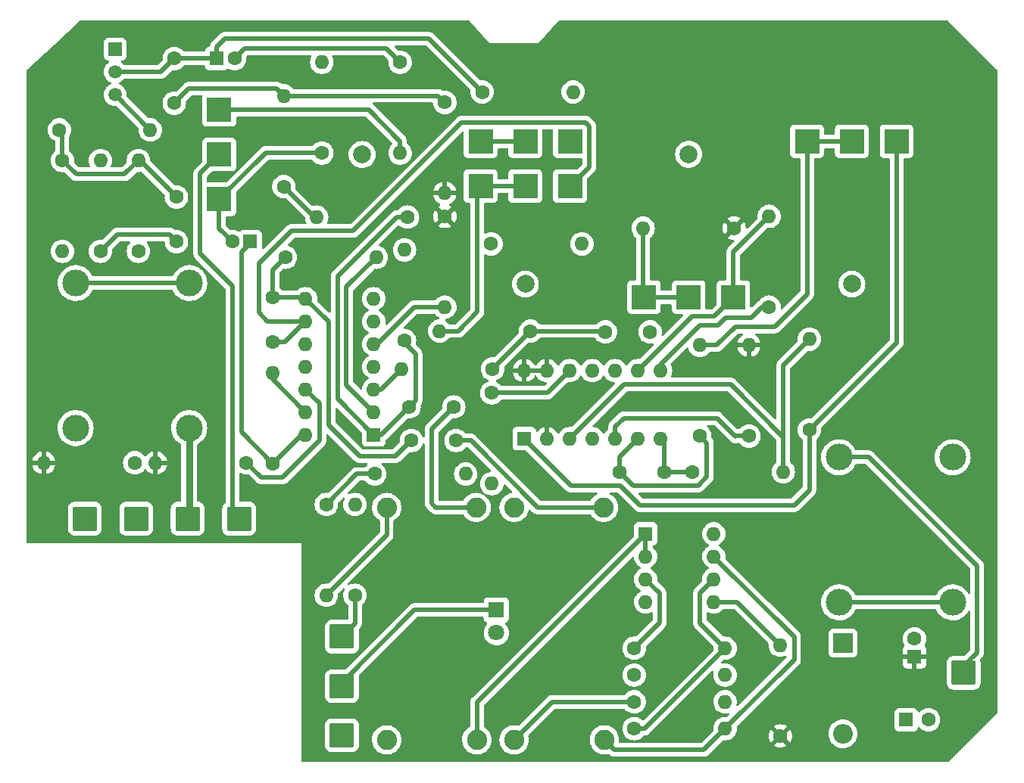
<source format=gbr>
%TF.GenerationSoftware,KiCad,Pcbnew,(6.0.5)*%
%TF.CreationDate,2022-05-28T17:09:23-07:00*%
%TF.ProjectId,HT_1590BB,48545f31-3539-4304-9242-2e6b69636164,rev?*%
%TF.SameCoordinates,Original*%
%TF.FileFunction,Copper,L1,Top*%
%TF.FilePolarity,Positive*%
%FSLAX46Y46*%
G04 Gerber Fmt 4.6, Leading zero omitted, Abs format (unit mm)*
G04 Created by KiCad (PCBNEW (6.0.5)) date 2022-05-28 17:09:23*
%MOMM*%
%LPD*%
G01*
G04 APERTURE LIST*
G04 Aperture macros list*
%AMRoundRect*
0 Rectangle with rounded corners*
0 $1 Rounding radius*
0 $2 $3 $4 $5 $6 $7 $8 $9 X,Y pos of 4 corners*
0 Add a 4 corners polygon primitive as box body*
4,1,4,$2,$3,$4,$5,$6,$7,$8,$9,$2,$3,0*
0 Add four circle primitives for the rounded corners*
1,1,$1+$1,$2,$3*
1,1,$1+$1,$4,$5*
1,1,$1+$1,$6,$7*
1,1,$1+$1,$8,$9*
0 Add four rect primitives between the rounded corners*
20,1,$1+$1,$2,$3,$4,$5,0*
20,1,$1+$1,$4,$5,$6,$7,0*
20,1,$1+$1,$6,$7,$8,$9,0*
20,1,$1+$1,$8,$9,$2,$3,0*%
G04 Aperture macros list end*
%TA.AperFunction,ComponentPad*%
%ADD10R,2.750000X2.750000*%
%TD*%
%TA.AperFunction,ComponentPad*%
%ADD11RoundRect,0.250000X-1.125000X-1.125000X1.125000X-1.125000X1.125000X1.125000X-1.125000X1.125000X0*%
%TD*%
%TA.AperFunction,ComponentPad*%
%ADD12C,1.600000*%
%TD*%
%TA.AperFunction,ComponentPad*%
%ADD13R,1.600000X1.600000*%
%TD*%
%TA.AperFunction,ComponentPad*%
%ADD14O,1.600000X1.600000*%
%TD*%
%TA.AperFunction,ComponentPad*%
%ADD15C,2.000000*%
%TD*%
%TA.AperFunction,ComponentPad*%
%ADD16C,3.000000*%
%TD*%
%TA.AperFunction,ComponentPad*%
%ADD17R,1.500000X1.500000*%
%TD*%
%TA.AperFunction,ComponentPad*%
%ADD18C,1.500000*%
%TD*%
%TA.AperFunction,ComponentPad*%
%ADD19C,2.250000*%
%TD*%
%TA.AperFunction,ComponentPad*%
%ADD20R,2.200000X2.200000*%
%TD*%
%TA.AperFunction,ComponentPad*%
%ADD21O,2.200000X2.200000*%
%TD*%
%TA.AperFunction,ComponentPad*%
%ADD22R,1.800000X1.800000*%
%TD*%
%TA.AperFunction,ComponentPad*%
%ADD23C,1.800000*%
%TD*%
%TA.AperFunction,Conductor*%
%ADD24C,0.500000*%
%TD*%
%TA.AperFunction,Conductor*%
%ADD25C,0.750000*%
%TD*%
G04 APERTURE END LIST*
D10*
%TO.P,RV1,1,1*%
%TO.N,Net-(C3-Pad1)*%
X150250000Y-63782500D03*
%TO.P,RV1,2,2*%
%TO.N,Net-(R12-Pad2)*%
X145250000Y-63782500D03*
%TO.P,RV1,3,3*%
X140250000Y-63782500D03*
%TO.P,RV1,4,4*%
%TO.N,Net-(C4-Pad1)*%
X150250000Y-68782500D03*
%TO.P,RV1,5,5*%
%TO.N,Net-(R34-Pad2)*%
X145250000Y-68782500D03*
%TO.P,RV1,6,6*%
X140250000Y-68782500D03*
%TD*%
%TO.P,RV3,1,1*%
%TO.N,Net-(R1-Pad2)*%
X111032500Y-60250000D03*
%TO.P,RV3,2,2*%
%TO.N,FX_OUT*%
X111032500Y-65250000D03*
%TO.P,RV3,3,3*%
%TO.N,Net-(C2-Pad2)*%
X111032500Y-70250000D03*
%TD*%
%TO.P,Waveform1,1,1*%
%TO.N,Net-(R22-Pad2)*%
X158500000Y-81217500D03*
%TO.P,Waveform1,2,2*%
X163500000Y-81217500D03*
%TO.P,Waveform1,3,3*%
%TO.N,Net-(R24-Pad2)*%
X168500000Y-81217500D03*
%TD*%
%TO.P,Rate1,1,1*%
%TO.N,Net-(R27-Pad1)*%
X186750000Y-63782500D03*
%TO.P,Rate1,2,2*%
%TO.N,Net-(R25-Pad2)*%
X181750000Y-63782500D03*
%TO.P,Rate1,3,3*%
X176750000Y-63782500D03*
%TD*%
D11*
%TO.P,LED1,1,Pin_1*%
%TO.N,Net-(D2-Pad1)*%
X124750000Y-124750000D03*
%TD*%
%TO.P,LED2,1,Pin_1*%
%TO.N,Net-(R30-Pad1)*%
X124750000Y-119200000D03*
%TD*%
D12*
%TO.P,C9,1*%
%TO.N,Net-(C9-Pad1)*%
X160750000Y-100750000D03*
%TO.P,C9,2*%
%TO.N,Net-(C9-Pad2)*%
X155750000Y-100750000D03*
%TD*%
D13*
%TO.P,U3,1*%
%TO.N,Net-(U3-Pad1)*%
X158700000Y-107700000D03*
D14*
%TO.P,U3,2,-*%
X158700000Y-110240000D03*
%TO.P,U3,3,+*%
%TO.N,Net-(D2-Pad2)*%
X158700000Y-112780000D03*
%TO.P,U3,4,V-*%
%TO.N,GND*%
X158700000Y-115320000D03*
%TO.P,U3,5,+*%
%TO.N,Net-(R33-Pad2)*%
X166320000Y-115320000D03*
%TO.P,U3,6,-*%
%TO.N,Net-(R31-Pad1)*%
X166320000Y-112780000D03*
%TO.P,U3,7*%
%TO.N,Net-(R31-Pad2)*%
X166320000Y-110240000D03*
%TO.P,U3,8,V+*%
%TO.N,+9V*%
X166320000Y-107700000D03*
%TD*%
D13*
%TO.P,U1,1*%
%TO.N,Net-(R12-Pad1)*%
X128300000Y-96625000D03*
D14*
%TO.P,U1,2,-*%
%TO.N,Net-(R2-Pad2)*%
X128300000Y-94085000D03*
%TO.P,U1,3,+*%
%TO.N,Net-(R19-Pad2)*%
X128300000Y-91545000D03*
%TO.P,U1,4,V+*%
%TO.N,+9V*%
X128300000Y-89005000D03*
%TO.P,U1,5,+*%
%TO.N,Net-(R17-Pad2)*%
X128300000Y-86465000D03*
%TO.P,U1,6,-*%
%TO.N,Net-(C3-Pad1)*%
X128300000Y-83925000D03*
%TO.P,U1,7*%
%TO.N,Net-(C3-Pad2)*%
X128300000Y-81385000D03*
%TO.P,U1,8*%
%TO.N,Net-(C4-Pad2)*%
X120680000Y-81385000D03*
%TO.P,U1,9,-*%
%TO.N,Net-(C4-Pad1)*%
X120680000Y-83925000D03*
%TO.P,U1,10,+*%
%TO.N,Net-(R18-Pad1)*%
X120680000Y-86465000D03*
%TO.P,U1,11,V-*%
%TO.N,GND*%
X120680000Y-89005000D03*
%TO.P,U1,12,+*%
%TO.N,Net-(R11-Pad1)*%
X120680000Y-91545000D03*
%TO.P,U1,13,-*%
%TO.N,Net-(R4-Pad1)*%
X120680000Y-94085000D03*
%TO.P,U1,14*%
%TO.N,Net-(C2-Pad1)*%
X120680000Y-96625000D03*
%TD*%
D12*
%TO.P,R19,1*%
%TO.N,Net-(C3-Pad2)*%
X141580000Y-89250000D03*
D14*
%TO.P,R19,2*%
%TO.N,Net-(R19-Pad2)*%
X131420000Y-89250000D03*
%TD*%
D12*
%TO.P,R12,1*%
%TO.N,Net-(R12-Pad1)*%
X131750000Y-86080000D03*
D14*
%TO.P,R12,2*%
%TO.N,Net-(R12-Pad2)*%
X131750000Y-75920000D03*
%TD*%
D12*
%TO.P,C11,1*%
%TO.N,Net-(C4-Pad2)*%
X132500000Y-97250000D03*
%TO.P,C11,2*%
%TO.N,Low*%
X137500000Y-97250000D03*
%TD*%
%TO.P,C10,1*%
%TO.N,Net-(R12-Pad1)*%
X132250000Y-93500000D03*
%TO.P,C10,2*%
%TO.N,High*%
X137250000Y-93500000D03*
%TD*%
D15*
%TO.P,DRL1,1*%
%TO.N,N/C*%
X145250000Y-79750000D03*
%TD*%
D12*
%TO.P,R34,1*%
%TO.N,Net-(C3-Pad2)*%
X145830000Y-85000000D03*
D14*
%TO.P,R34,2*%
%TO.N,Net-(R34-Pad2)*%
X135670000Y-85000000D03*
%TD*%
D12*
%TO.P,R10,1*%
%TO.N,Net-(C5-Pad1)*%
X93170000Y-62500000D03*
D14*
%TO.P,R10,2*%
%TO.N,Net-(Q1-Pad3)*%
X103330000Y-62500000D03*
%TD*%
D11*
%TO.P,OUTPUT,1,Pin_1*%
%TO.N,Net-(J8-PadT)*%
X107500000Y-106000000D03*
%TD*%
D13*
%TO.P,C8,1*%
%TO.N,4.5V*%
X188750000Y-121455113D03*
D12*
%TO.P,C8,2*%
%TO.N,GND*%
X188750000Y-119455113D03*
%TD*%
%TO.P,R2,1*%
%TO.N,Net-(C4-Pad2)*%
X118420000Y-76750000D03*
D14*
%TO.P,R2,2*%
%TO.N,Net-(R2-Pad2)*%
X128580000Y-76750000D03*
%TD*%
D12*
%TO.P,R8,1*%
%TO.N,Net-(R4-Pad1)*%
X123000000Y-104420000D03*
D14*
%TO.P,R8,2*%
%TO.N,ModH*%
X123000000Y-114580000D03*
%TD*%
D13*
%TO.P,C1,1*%
%TO.N,Net-(C1-Pad1)*%
X110750000Y-54500000D03*
D12*
%TO.P,C1,2*%
%TO.N,Net-(C1-Pad2)*%
X112750000Y-54500000D03*
%TD*%
D15*
%TO.P,DRL1,1*%
%TO.N,N/C*%
X163500000Y-65217500D03*
%TD*%
D12*
%TO.P,R21,1*%
%TO.N,Net-(C9-Pad1)*%
X163920000Y-100750000D03*
D14*
%TO.P,R21,2*%
%TO.N,Net-(R21-Pad2)*%
X174080000Y-100750000D03*
%TD*%
D12*
%TO.P,C4,1*%
%TO.N,Net-(C4-Pad1)*%
X117000000Y-86250000D03*
%TO.P,C4,2*%
%TO.N,Net-(C4-Pad2)*%
X117000000Y-81250000D03*
%TD*%
D16*
%TO.P,J8,S*%
%TO.N,GND*%
X94985000Y-95865000D03*
%TO.P,J8,SN*%
%TO.N,Net-(J8-PadSN)*%
X94985000Y-79635000D03*
%TO.P,J8,T*%
%TO.N,Net-(J8-PadT)*%
X107685000Y-95865000D03*
%TO.P,J8,TN*%
%TO.N,Net-(J8-PadSN)*%
X107685000Y-79635000D03*
%TD*%
D12*
%TO.P,R20,1*%
%TO.N,+9V*%
X141420000Y-75250000D03*
D14*
%TO.P,R20,2*%
%TO.N,Net-(R20-Pad2)*%
X151580000Y-75250000D03*
%TD*%
D17*
%TO.P,Q1,1,D*%
%TO.N,+9V*%
X99390000Y-53460000D03*
D18*
%TO.P,Q1,2,S*%
%TO.N,Net-(C1-Pad1)*%
X99390000Y-56000000D03*
%TO.P,Q1,3,G*%
%TO.N,Net-(Q1-Pad3)*%
X99390000Y-58540000D03*
%TD*%
D19*
%TO.P,U4,4*%
%TO.N,High*%
X139750000Y-104750000D03*
%TO.P,U4,3*%
%TO.N,ModH*%
X129750000Y-104750000D03*
%TO.P,U4,2,+*%
%TO.N,Net-(U3-Pad1)*%
X139830000Y-130750000D03*
%TO.P,U4,1,-*%
%TO.N,Net-(R28-Pad1)*%
X129750000Y-130750000D03*
%TD*%
D12*
%TO.P,R25,1*%
%TO.N,Net-(C9-Pad2)*%
X164750000Y-96750000D03*
D14*
%TO.P,R25,2*%
%TO.N,Net-(R25-Pad2)*%
X164750000Y-86590000D03*
%TD*%
D12*
%TO.P,R29,1*%
%TO.N,Net-(R29-Pad1)*%
X157420000Y-126500000D03*
D14*
%TO.P,R29,2*%
%TO.N,GND*%
X167580000Y-126500000D03*
%TD*%
D16*
%TO.P,J7,S*%
%TO.N,GND*%
X193015000Y-99135000D03*
%TO.P,J7,SN*%
%TO.N,Net-(J7-PadSN)*%
X193015000Y-115365000D03*
%TO.P,J7,T*%
%TO.N,Net-(INPUT1-Pad1)*%
X180315000Y-99135000D03*
%TO.P,J7,TN*%
%TO.N,Net-(J7-PadSN)*%
X180315000Y-115365000D03*
%TD*%
D14*
%TO.P,R14,2*%
%TO.N,GND*%
X93500000Y-76080000D03*
D12*
%TO.P,R14,1*%
%TO.N,Net-(C5-Pad1)*%
X93500000Y-65920000D03*
%TD*%
D11*
%TO.P,FX_OUT,1,Pin_1*%
%TO.N,FX_OUT*%
X113250000Y-106000000D03*
%TD*%
D13*
%TO.P,U2,1*%
%TO.N,Net-(R27-Pad1)*%
X145125000Y-97050000D03*
D14*
%TO.P,U2,2,-*%
%TO.N,4.5V*%
X147665000Y-97050000D03*
%TO.P,U2,3,+*%
%TO.N,Net-(R21-Pad2)*%
X150205000Y-97050000D03*
%TO.P,U2,4,V+*%
%TO.N,+9V*%
X152745000Y-97050000D03*
%TO.P,U2,5,+*%
%TO.N,Net-(R26-Pad1)*%
X155285000Y-97050000D03*
%TO.P,U2,6,-*%
%TO.N,Net-(C9-Pad2)*%
X157825000Y-97050000D03*
%TO.P,U2,7*%
%TO.N,Net-(C9-Pad1)*%
X160365000Y-97050000D03*
%TO.P,U2,8*%
%TO.N,Net-(D2-Pad2)*%
X160365000Y-89430000D03*
%TO.P,U2,9,-*%
%TO.N,Net-(R24-Pad2)*%
X157825000Y-89430000D03*
%TO.P,U2,10,+*%
%TO.N,Net-(C9-Pad1)*%
X155285000Y-89430000D03*
%TO.P,U2,11,V-*%
%TO.N,GND*%
X152745000Y-89430000D03*
%TO.P,U2,12,+*%
%TO.N,Net-(R20-Pad2)*%
X150205000Y-89430000D03*
%TO.P,U2,13,-*%
%TO.N,4.5V*%
X147665000Y-89430000D03*
%TO.P,U2,14*%
X145125000Y-89430000D03*
%TD*%
D12*
%TO.P,R26,1*%
%TO.N,Net-(R26-Pad1)*%
X170250000Y-96750000D03*
D14*
%TO.P,R26,2*%
%TO.N,4.5V*%
X170250000Y-86590000D03*
%TD*%
D12*
%TO.P,C3,1*%
%TO.N,Net-(C3-Pad1)*%
X159200000Y-85100000D03*
%TO.P,C3,2*%
%TO.N,Net-(C3-Pad2)*%
X154200000Y-85100000D03*
%TD*%
%TO.P,R6,1*%
%TO.N,Net-(R12-Pad1)*%
X132080000Y-72250000D03*
D14*
%TO.P,R6,2*%
%TO.N,Net-(R2-Pad2)*%
X121920000Y-72250000D03*
%TD*%
%TO.P,R23,2*%
%TO.N,GND*%
X141500000Y-102080000D03*
D12*
%TO.P,R23,1*%
%TO.N,Net-(R20-Pad2)*%
X141500000Y-91920000D03*
%TD*%
%TO.P,R18,1*%
%TO.N,Net-(R18-Pad1)*%
X101580000Y-99750000D03*
D14*
%TO.P,R18,2*%
%TO.N,4.5V*%
X91420000Y-99750000D03*
%TD*%
%TO.P,R27,2*%
%TO.N,Net-(R21-Pad2)*%
X177000000Y-85920000D03*
D12*
%TO.P,R27,1*%
%TO.N,Net-(R27-Pad1)*%
X177000000Y-96080000D03*
%TD*%
%TO.P,R30,1*%
%TO.N,Net-(R30-Pad1)*%
X126200000Y-114580000D03*
D14*
%TO.P,R30,2*%
%TO.N,GND*%
X126200000Y-104420000D03*
%TD*%
D12*
%TO.P,R1,1*%
%TO.N,Net-(C1-Pad2)*%
X131250000Y-54920000D03*
D14*
%TO.P,R1,2*%
%TO.N,Net-(R1-Pad2)*%
X131250000Y-65080000D03*
%TD*%
D12*
%TO.P,R4,1*%
%TO.N,Net-(R4-Pad1)*%
X128420000Y-101000000D03*
D14*
%TO.P,R4,2*%
%TO.N,ModL*%
X138580000Y-101000000D03*
%TD*%
D12*
%TO.P,R13,1*%
%TO.N,FX_IN*%
X97750000Y-76080000D03*
D14*
%TO.P,R13,2*%
%TO.N,GND*%
X97750000Y-65920000D03*
%TD*%
D12*
%TO.P,R3,1*%
%TO.N,+9V*%
X102000000Y-76080000D03*
D14*
%TO.P,R3,2*%
%TO.N,Net-(C5-Pad1)*%
X102000000Y-65920000D03*
%TD*%
D12*
%TO.P,R31,1*%
%TO.N,Net-(R31-Pad1)*%
X157420000Y-129500000D03*
D14*
%TO.P,R31,2*%
%TO.N,Net-(R31-Pad2)*%
X167580000Y-129500000D03*
%TD*%
D19*
%TO.P,U5,4*%
%TO.N,Low*%
X154000000Y-104750000D03*
%TO.P,U5,3*%
%TO.N,ModL*%
X144000000Y-104750000D03*
%TO.P,U5,2,+*%
%TO.N,Net-(R31-Pad2)*%
X154080000Y-130750000D03*
%TO.P,U5,1,-*%
%TO.N,Net-(R29-Pad1)*%
X144000000Y-130750000D03*
%TD*%
D12*
%TO.P,R33,1*%
%TO.N,4.5V*%
X173750000Y-130330000D03*
D14*
%TO.P,R33,2*%
%TO.N,Net-(R33-Pad2)*%
X173750000Y-120170000D03*
%TD*%
D15*
%TO.P,DRL2,1*%
%TO.N,N/C*%
X181750000Y-79750000D03*
%TD*%
D12*
%TO.P,R5,1*%
%TO.N,Net-(C2-Pad1)*%
X117000000Y-99830000D03*
D14*
%TO.P,R5,2*%
%TO.N,Net-(R4-Pad1)*%
X117000000Y-89670000D03*
%TD*%
D12*
%TO.P,R22,1*%
%TO.N,4.5V*%
X168580000Y-73500000D03*
D14*
%TO.P,R22,2*%
%TO.N,Net-(R22-Pad2)*%
X158420000Y-73500000D03*
%TD*%
D11*
%TO.P,FX_IN,1,Pin_1*%
%TO.N,FX_IN*%
X96000000Y-106000000D03*
%TD*%
D12*
%TO.P,R9,1*%
%TO.N,Net-(R2-Pad2)*%
X118250000Y-68830000D03*
D14*
%TO.P,R9,2*%
%TO.N,Net-(C6-Pad1)*%
X118250000Y-58670000D03*
%TD*%
D11*
%TO.P,INPUT,1,Pin_1*%
%TO.N,Net-(INPUT1-Pad1)*%
X194250000Y-123250000D03*
%TD*%
D15*
%TO.P,DRL3,1*%
%TO.N,N/C*%
X127000000Y-65250000D03*
%TD*%
D11*
%TO.P,9V1,1,Pin_1*%
%TO.N,+9V*%
X124750000Y-130250000D03*
%TD*%
D12*
%TO.P,R15,1*%
%TO.N,Net-(C1-Pad1)*%
X140420000Y-58250000D03*
D14*
%TO.P,R15,2*%
%TO.N,GND*%
X150580000Y-58250000D03*
%TD*%
D12*
%TO.P,R7,1*%
%TO.N,Net-(C2-Pad2)*%
X122500000Y-65080000D03*
D14*
%TO.P,R7,2*%
%TO.N,GND*%
X122500000Y-54920000D03*
%TD*%
D12*
%TO.P,R28,1*%
%TO.N,Net-(R28-Pad1)*%
X157420000Y-123500000D03*
D14*
%TO.P,R28,2*%
%TO.N,GND*%
X167580000Y-123500000D03*
%TD*%
D12*
%TO.P,C5,1*%
%TO.N,Net-(C5-Pad1)*%
X106250000Y-70000000D03*
%TO.P,C5,2*%
%TO.N,FX_IN*%
X106250000Y-75000000D03*
%TD*%
%TO.P,C6,2*%
%TO.N,Net-(C1-Pad1)*%
X106000000Y-54500000D03*
%TO.P,C6,1*%
%TO.N,Net-(C6-Pad1)*%
X106000000Y-59500000D03*
%TD*%
D14*
%TO.P,R17,2*%
%TO.N,Net-(R17-Pad2)*%
X136250000Y-82330000D03*
D12*
%TO.P,R17,1*%
%TO.N,4.5V*%
X136250000Y-72170000D03*
%TD*%
%TO.P,R16,1*%
%TO.N,Net-(C6-Pad1)*%
X136250000Y-59420000D03*
D14*
%TO.P,R16,2*%
%TO.N,4.5V*%
X136250000Y-69580000D03*
%TD*%
D20*
%TO.P,D1,1,K*%
%TO.N,+9V*%
X180750000Y-119920000D03*
D21*
%TO.P,D1,2,A*%
%TO.N,GND*%
X180750000Y-130080000D03*
%TD*%
D13*
%TO.P,C7,1*%
%TO.N,+9V*%
X187817621Y-128500000D03*
D12*
%TO.P,C7,2*%
%TO.N,GND*%
X190317621Y-128500000D03*
%TD*%
D13*
%TO.P,C2,1*%
%TO.N,Net-(C2-Pad1)*%
X114500000Y-75000000D03*
D12*
%TO.P,C2,2*%
%TO.N,Net-(C2-Pad2)*%
X112500000Y-75000000D03*
%TD*%
D14*
%TO.P,R11,2*%
%TO.N,4.5V*%
X103920000Y-99750000D03*
D12*
%TO.P,R11,1*%
%TO.N,Net-(R11-Pad1)*%
X114080000Y-99750000D03*
%TD*%
D22*
%TO.P,D2,1,K*%
%TO.N,Net-(D2-Pad1)*%
X142000000Y-116225000D03*
D23*
%TO.P,D2,2,A*%
%TO.N,Net-(D2-Pad2)*%
X142000000Y-118765000D03*
%TD*%
D12*
%TO.P,R32,1*%
%TO.N,Net-(D2-Pad2)*%
X157420000Y-120500000D03*
D14*
%TO.P,R32,2*%
%TO.N,Net-(R31-Pad1)*%
X167580000Y-120500000D03*
%TD*%
D11*
%TO.P,GND,1,Pin_1*%
%TO.N,GND*%
X101750000Y-106000000D03*
%TD*%
D12*
%TO.P,R24,1*%
%TO.N,Net-(D2-Pad2)*%
X172500000Y-82330000D03*
D14*
%TO.P,R24,2*%
%TO.N,Net-(R24-Pad2)*%
X172500000Y-72170000D03*
%TD*%
D24*
%TO.N,Net-(C5-Pad1)*%
X106250000Y-70000000D02*
X102170000Y-65920000D01*
X102170000Y-65920000D02*
X102000000Y-65920000D01*
X95049511Y-67469511D02*
X100450489Y-67469511D01*
X93500000Y-65920000D02*
X95049511Y-67469511D01*
X100450489Y-67469511D02*
X102000000Y-65920000D01*
%TO.N,Net-(U3-Pad1)*%
X158700000Y-110240000D02*
X158700000Y-107700000D01*
%TO.N,Net-(R25-Pad2)*%
X176750000Y-63782500D02*
X181750000Y-63782500D01*
%TO.N,Net-(R27-Pad1)*%
X175300000Y-104500000D02*
X177000000Y-102800000D01*
X158086466Y-104500000D02*
X175300000Y-104500000D01*
X155885977Y-102299511D02*
X158086466Y-104500000D01*
X150374511Y-102299511D02*
X155885977Y-102299511D01*
X145125000Y-97050000D02*
X150374511Y-102299511D01*
X177000000Y-102800000D02*
X177000000Y-96080000D01*
%TO.N,Net-(C4-Pad1)*%
X152400000Y-66632500D02*
X150250000Y-68782500D01*
X152400000Y-62100000D02*
X152400000Y-66632500D01*
X151957989Y-61657989D02*
X152400000Y-62100000D01*
X138125489Y-61657989D02*
X151957989Y-61657989D01*
X125983967Y-73799511D02*
X138125489Y-61657989D01*
X119100489Y-73799511D02*
X125983967Y-73799511D01*
X115450489Y-77449511D02*
X119100489Y-73799511D01*
X115450489Y-82950489D02*
X115450489Y-77449511D01*
X116425000Y-83925000D02*
X115450489Y-82950489D01*
X120680000Y-83925000D02*
X116425000Y-83925000D01*
%TO.N,Net-(C2-Pad1)*%
X113500000Y-96330000D02*
X117000000Y-99830000D01*
X113500000Y-76191341D02*
X113500000Y-96330000D01*
X114500000Y-75191341D02*
X113500000Y-76191341D01*
X114500000Y-75000000D02*
X114500000Y-75191341D01*
%TO.N,Net-(C3-Pad2)*%
X145830000Y-85000000D02*
X154100000Y-85000000D01*
X154100000Y-85000000D02*
X154200000Y-85100000D01*
%TO.N,Net-(R30-Pad1)*%
X126200000Y-117700000D02*
X126200000Y-114580000D01*
X124700000Y-119200000D02*
X126200000Y-117700000D01*
%TO.N,Net-(D2-Pad1)*%
X132875000Y-116225000D02*
X124700000Y-124400000D01*
X142000000Y-116225000D02*
X132875000Y-116225000D01*
%TO.N,Net-(C4-Pad2)*%
X123250000Y-94250000D02*
X123250000Y-95500000D01*
X130750000Y-99000000D02*
X132500000Y-97250000D01*
X123249520Y-94249520D02*
X123250000Y-94250000D01*
X123250000Y-95500000D02*
X126750000Y-99000000D01*
X120680000Y-81385000D02*
X123249520Y-83954520D01*
X123249520Y-83954520D02*
X123249520Y-94249520D01*
X126750000Y-99000000D02*
X130750000Y-99000000D01*
%TO.N,Net-(R26-Pad1)*%
X168750000Y-96830000D02*
X168830000Y-96750000D01*
X168830000Y-96750000D02*
X170250000Y-96750000D01*
%TO.N,Net-(R21-Pad2)*%
X174080000Y-96869022D02*
X174080000Y-88840000D01*
X174080000Y-88840000D02*
X177000000Y-85920000D01*
X174080000Y-96869022D02*
X174080000Y-100750000D01*
X168190489Y-90979511D02*
X174080000Y-96869022D01*
%TO.N,Net-(C9-Pad1)*%
X163920000Y-100750000D02*
X160750000Y-100750000D01*
%TO.N,Net-(C9-Pad2)*%
X164561830Y-102299511D02*
X165549999Y-101311342D01*
X165549999Y-101311342D02*
X165549999Y-97549999D01*
X157299511Y-102299511D02*
X164561830Y-102299511D01*
X155750000Y-100750000D02*
X157299511Y-102299511D01*
X165549999Y-97549999D02*
X164750000Y-96750000D01*
%TO.N,Net-(R27-Pad1)*%
X186750000Y-86330000D02*
X186750000Y-63782500D01*
X177000000Y-96080000D02*
X186750000Y-86330000D01*
%TO.N,Low*%
X139150960Y-97250000D02*
X146650960Y-104750000D01*
X146650960Y-104750000D02*
X154000000Y-104750000D01*
X137500000Y-97250000D02*
X139150960Y-97250000D01*
%TO.N,Net-(U3-Pad1)*%
X139830000Y-126570000D02*
X139830000Y-130750000D01*
X158700000Y-107700000D02*
X139830000Y-126570000D01*
%TO.N,Net-(D2-Pad2)*%
X160249511Y-114329511D02*
X158700000Y-112780000D01*
X160249511Y-117670489D02*
X160249511Y-114329511D01*
X157420000Y-120500000D02*
X160249511Y-117670489D01*
%TO.N,Net-(R31-Pad2)*%
X175299511Y-119219511D02*
X166320000Y-110240000D01*
X175299511Y-121780489D02*
X175299511Y-119219511D01*
X167580000Y-129500000D02*
X175299511Y-121780489D01*
%TO.N,Net-(R33-Pad2)*%
X166320000Y-115320000D02*
X168900000Y-115320000D01*
X168900000Y-115320000D02*
X173750000Y-120170000D01*
%TO.N,Net-(R31-Pad1)*%
X164770489Y-114329511D02*
X166320000Y-112780000D01*
X164770489Y-117690489D02*
X164770489Y-114329511D01*
X167580000Y-120500000D02*
X164770489Y-117690489D01*
X157420000Y-129500000D02*
X158580000Y-129500000D01*
X158580000Y-129500000D02*
X167580000Y-120500000D01*
%TO.N,Net-(R31-Pad2)*%
X165205000Y-131875000D02*
X167580000Y-129500000D01*
X155205000Y-131875000D02*
X165205000Y-131875000D01*
X154080000Y-130750000D02*
X155205000Y-131875000D01*
%TO.N,Net-(R29-Pad1)*%
X148250000Y-126500000D02*
X157420000Y-126500000D01*
X144000000Y-130750000D02*
X148250000Y-126500000D01*
%TO.N,Net-(R21-Pad2)*%
X156275489Y-90979511D02*
X168190489Y-90979511D01*
X150205000Y-97050000D02*
X156275489Y-90979511D01*
%TO.N,Net-(R34-Pad2)*%
X139870489Y-82879511D02*
X137750000Y-85000000D01*
X139870489Y-69162011D02*
X139870489Y-82879511D01*
X140250000Y-68782500D02*
X139870489Y-69162011D01*
X137750000Y-85000000D02*
X135670000Y-85000000D01*
%TO.N,Net-(R2-Pad2)*%
X125248560Y-91033560D02*
X125248560Y-80081440D01*
X128300000Y-94085000D02*
X125248560Y-91033560D01*
X125248560Y-80081440D02*
X128580000Y-76750000D01*
%TO.N,Net-(C3-Pad2)*%
X141580000Y-89250000D02*
X145830000Y-85000000D01*
%TO.N,Net-(R25-Pad2)*%
X173111821Y-84499520D02*
X176750000Y-80861341D01*
X168729139Y-84499520D02*
X173111821Y-84499520D01*
X164750000Y-86590000D02*
X166638659Y-86590000D01*
X166638659Y-86590000D02*
X168729139Y-84499520D01*
%TO.N,Net-(D2-Pad2)*%
X167631034Y-83500000D02*
X170500000Y-83500000D01*
X171670000Y-82330000D02*
X172500000Y-82330000D01*
X166789504Y-84341530D02*
X167631034Y-83500000D01*
X160365000Y-88726531D02*
X164750000Y-84341531D01*
X170500000Y-83500000D02*
X171670000Y-82330000D01*
X160365000Y-89430000D02*
X160365000Y-88726531D01*
X164750000Y-84341531D02*
X166789504Y-84341530D01*
%TO.N,Net-(R25-Pad2)*%
X176750000Y-80861341D02*
X176750000Y-63782500D01*
%TO.N,Net-(J8-PadSN)*%
X94985000Y-79635000D02*
X107685000Y-79635000D01*
%TO.N,Net-(R24-Pad2)*%
X168500000Y-76170000D02*
X172500000Y-72170000D01*
X168500000Y-81217500D02*
X168500000Y-76170000D01*
X166375489Y-83342011D02*
X168500000Y-81217500D01*
X157825000Y-89430000D02*
X163912989Y-83342011D01*
X163912989Y-83342011D02*
X166375489Y-83342011D01*
%TO.N,Net-(R26-Pad1)*%
X166670000Y-94750000D02*
X168750000Y-96830000D01*
X156250000Y-94750000D02*
X166670000Y-94750000D01*
X155285000Y-95715000D02*
X156250000Y-94750000D01*
X155285000Y-97050000D02*
X155285000Y-95715000D01*
%TO.N,Net-(R20-Pad2)*%
X147715000Y-91920000D02*
X150205000Y-89430000D01*
X141500000Y-91920000D02*
X147715000Y-91920000D01*
%TO.N,High*%
X134750000Y-96000000D02*
X137250000Y-93500000D01*
X134750000Y-104250000D02*
X134750000Y-96000000D01*
X135250000Y-104750000D02*
X134750000Y-104250000D01*
X139750000Y-104750000D02*
X135250000Y-104750000D01*
%TO.N,Net-(C9-Pad1)*%
X160750000Y-97435000D02*
X160365000Y-97050000D01*
X160750000Y-100750000D02*
X160750000Y-97435000D01*
%TO.N,Net-(C9-Pad2)*%
X155750000Y-99125000D02*
X157825000Y-97050000D01*
X155750000Y-100750000D02*
X155750000Y-99125000D01*
%TO.N,Net-(R22-Pad2)*%
X158420000Y-81137500D02*
X158500000Y-81217500D01*
X158420000Y-73500000D02*
X158420000Y-81137500D01*
X163500000Y-81217500D02*
X158500000Y-81217500D01*
%TO.N,Net-(R34-Pad2)*%
X140250000Y-68782500D02*
X145250000Y-68782500D01*
%TO.N,Net-(R12-Pad2)*%
X140250000Y-63782500D02*
X145250000Y-63782500D01*
%TO.N,Net-(J7-PadSN)*%
X193015000Y-115365000D02*
X180315000Y-115365000D01*
%TO.N,Net-(INPUT1-Pad1)*%
X195750000Y-111250000D02*
X195750000Y-121000000D01*
X183635000Y-99135000D02*
X195750000Y-111250000D01*
X180315000Y-99135000D02*
X183635000Y-99135000D01*
X195750000Y-121000000D02*
X193500000Y-123250000D01*
%TO.N,Net-(C6-Pad1)*%
X135500000Y-58670000D02*
X136250000Y-59420000D01*
X118250000Y-58670000D02*
X135500000Y-58670000D01*
%TO.N,Net-(R1-Pad2)*%
X131250000Y-63750000D02*
X131250000Y-65080000D01*
X127750000Y-60250000D02*
X131250000Y-63750000D01*
X111032500Y-60250000D02*
X127750000Y-60250000D01*
%TO.N,Net-(C2-Pad2)*%
X116202500Y-65080000D02*
X122500000Y-65080000D01*
X111032500Y-70250000D02*
X116202500Y-65080000D01*
X111032500Y-73532500D02*
X112500000Y-75000000D01*
X111032500Y-70250000D02*
X111032500Y-73532500D01*
%TO.N,FX_OUT*%
X112500000Y-105250000D02*
X113250000Y-106000000D01*
X112500000Y-79934022D02*
X112500000Y-105250000D01*
X108907989Y-76342011D02*
X112500000Y-79934022D01*
X108907989Y-67374511D02*
X108907989Y-76342011D01*
X111032500Y-65250000D02*
X108907989Y-67374511D01*
%TO.N,Net-(R12-Pad1)*%
X124249040Y-78889619D02*
X130888659Y-72250000D01*
X124249040Y-92574040D02*
X124249040Y-78889619D01*
X130888659Y-72250000D02*
X132080000Y-72250000D01*
X128300000Y-96625000D02*
X124249040Y-92574040D01*
%TO.N,Net-(R2-Pad2)*%
X121670000Y-72250000D02*
X121920000Y-72250000D01*
X118250000Y-68830000D02*
X121670000Y-72250000D01*
%TO.N,Net-(R12-Pad1)*%
X132969511Y-92780489D02*
X132250000Y-93500000D01*
X132969511Y-87549511D02*
X132969511Y-92780489D01*
X132000000Y-86580000D02*
X132969511Y-87549511D01*
%TO.N,Net-(R17-Pad2)*%
X132833534Y-82330000D02*
X128698534Y-86465000D01*
X128698534Y-86465000D02*
X128300000Y-86465000D01*
X136250000Y-82330000D02*
X132833534Y-82330000D01*
%TO.N,Net-(R19-Pad2)*%
X129125000Y-91545000D02*
X131420000Y-89250000D01*
X128300000Y-91545000D02*
X129125000Y-91545000D01*
%TO.N,ModH*%
X129750000Y-107830000D02*
X123000000Y-114580000D01*
X129750000Y-104750000D02*
X129750000Y-107830000D01*
%TO.N,Net-(R12-Pad1)*%
X129125000Y-96625000D02*
X132250000Y-93500000D01*
X128300000Y-96625000D02*
X129125000Y-96625000D01*
%TO.N,Net-(R4-Pad1)*%
X126420000Y-101000000D02*
X123000000Y-104420000D01*
X128420000Y-101000000D02*
X126420000Y-101000000D01*
%TO.N,Net-(C4-Pad1)*%
X117000000Y-86250000D02*
X118355000Y-86250000D01*
X118355000Y-86250000D02*
X120680000Y-83925000D01*
%TO.N,Net-(R11-Pad1)*%
X122250000Y-97246341D02*
X122250000Y-93115000D01*
X122250000Y-93115000D02*
X120680000Y-91545000D01*
X115709511Y-101379511D02*
X118116830Y-101379511D01*
X114080000Y-99750000D02*
X115709511Y-101379511D01*
X118116830Y-101379511D02*
X122250000Y-97246341D01*
%TO.N,Net-(C2-Pad1)*%
X120205000Y-96625000D02*
X120680000Y-96625000D01*
X117000000Y-99830000D02*
X120205000Y-96625000D01*
%TO.N,Net-(R4-Pad1)*%
X117000000Y-90405000D02*
X120680000Y-94085000D01*
X117000000Y-89670000D02*
X117000000Y-90405000D01*
%TO.N,Net-(C4-Pad2)*%
X120545000Y-81250000D02*
X120680000Y-81385000D01*
X117000000Y-81250000D02*
X120545000Y-81250000D01*
X117000000Y-78170000D02*
X118420000Y-76750000D01*
X117000000Y-81250000D02*
X117000000Y-78170000D01*
D25*
%TO.N,Net-(J8-PadT)*%
X107685000Y-105815000D02*
X107685000Y-95865000D01*
X107500000Y-106000000D02*
X107685000Y-105815000D01*
D24*
%TO.N,FX_IN*%
X105450001Y-74200001D02*
X106250000Y-75000000D01*
X97750000Y-76080000D02*
X99629999Y-74200001D01*
X99629999Y-74200001D02*
X105450001Y-74200001D01*
%TO.N,Net-(C1-Pad1)*%
X134458958Y-52288958D02*
X140420000Y-58250000D01*
X111661042Y-52288958D02*
X134458958Y-52288958D01*
X110750000Y-53200000D02*
X111661042Y-52288958D01*
X110750000Y-54500000D02*
X110750000Y-53200000D01*
%TO.N,Net-(C1-Pad2)*%
X129700489Y-53370489D02*
X131250000Y-54920000D01*
X113879511Y-53370489D02*
X129700489Y-53370489D01*
X112750000Y-54500000D02*
X113879511Y-53370489D01*
%TO.N,Net-(C6-Pad1)*%
X117450001Y-57870001D02*
X118250000Y-58670000D01*
X107629999Y-57870001D02*
X117450001Y-57870001D01*
X106000000Y-59500000D02*
X107629999Y-57870001D01*
%TO.N,Net-(C1-Pad1)*%
X106000000Y-54500000D02*
X110750000Y-54500000D01*
X104500000Y-56000000D02*
X106000000Y-54500000D01*
X99390000Y-56000000D02*
X104500000Y-56000000D01*
%TO.N,Net-(Q1-Pad3)*%
X99390000Y-58560000D02*
X99390000Y-58540000D01*
X103330000Y-62500000D02*
X99390000Y-58560000D01*
%TO.N,Net-(C5-Pad1)*%
X102170000Y-65920000D02*
X101750000Y-65920000D01*
X93500000Y-62830000D02*
X93170000Y-62500000D01*
X93500000Y-65920000D02*
X93500000Y-62830000D01*
%TD*%
%TA.AperFunction,Conductor*%
%TO.N,4.5V*%
G36*
X139012005Y-50270002D02*
G01*
X139037539Y-50291710D01*
X141250000Y-52750000D01*
X146750000Y-52750000D01*
X148962461Y-50291710D01*
X149022899Y-50254457D01*
X149056116Y-50250000D01*
X192447810Y-50250000D01*
X192515931Y-50270002D01*
X192536905Y-50286905D01*
X197963095Y-55713095D01*
X197997121Y-55775407D01*
X198000000Y-55802190D01*
X198000000Y-127697810D01*
X197979998Y-127765931D01*
X197963095Y-127786905D01*
X192536905Y-133213095D01*
X192474593Y-133247121D01*
X192447810Y-133250000D01*
X120376000Y-133250000D01*
X120307879Y-133229998D01*
X120261386Y-133176342D01*
X120250000Y-133124000D01*
X120250000Y-131425400D01*
X122866500Y-131425400D01*
X122866837Y-131428646D01*
X122866837Y-131428650D01*
X122876265Y-131519511D01*
X122877474Y-131531166D01*
X122879655Y-131537702D01*
X122879655Y-131537704D01*
X122907654Y-131621625D01*
X122933450Y-131698946D01*
X123026522Y-131849348D01*
X123151697Y-131974305D01*
X123157927Y-131978145D01*
X123157928Y-131978146D01*
X123295090Y-132062694D01*
X123302262Y-132067115D01*
X123382005Y-132093564D01*
X123463611Y-132120632D01*
X123463613Y-132120632D01*
X123470139Y-132122797D01*
X123476975Y-132123497D01*
X123476978Y-132123498D01*
X123520031Y-132127909D01*
X123574600Y-132133500D01*
X125925400Y-132133500D01*
X125928646Y-132133163D01*
X125928650Y-132133163D01*
X126024308Y-132123238D01*
X126024312Y-132123237D01*
X126031166Y-132122526D01*
X126037702Y-132120345D01*
X126037704Y-132120345D01*
X126181411Y-132072400D01*
X126198946Y-132066550D01*
X126349348Y-131973478D01*
X126474305Y-131848303D01*
X126567115Y-131697738D01*
X126622797Y-131529861D01*
X126623858Y-131519511D01*
X126633172Y-131428598D01*
X126633500Y-131425400D01*
X126633500Y-130750000D01*
X128111449Y-130750000D01*
X128131622Y-131006326D01*
X128132776Y-131011133D01*
X128132777Y-131011139D01*
X128140438Y-131043048D01*
X128191645Y-131256340D01*
X128193538Y-131260911D01*
X128193539Y-131260913D01*
X128277632Y-131463931D01*
X128290040Y-131493887D01*
X128424384Y-131713116D01*
X128591369Y-131908631D01*
X128786884Y-132075616D01*
X129006113Y-132209960D01*
X129010683Y-132211853D01*
X129010687Y-132211855D01*
X129239087Y-132306461D01*
X129243660Y-132308355D01*
X129328936Y-132328828D01*
X129488861Y-132367223D01*
X129488867Y-132367224D01*
X129493674Y-132368378D01*
X129750000Y-132388551D01*
X130006326Y-132368378D01*
X130011133Y-132367224D01*
X130011139Y-132367223D01*
X130171064Y-132328828D01*
X130256340Y-132308355D01*
X130260913Y-132306461D01*
X130489313Y-132211855D01*
X130489317Y-132211853D01*
X130493887Y-132209960D01*
X130713116Y-132075616D01*
X130908631Y-131908631D01*
X131075616Y-131713116D01*
X131209960Y-131493887D01*
X131222369Y-131463931D01*
X131306461Y-131260913D01*
X131306462Y-131260911D01*
X131308355Y-131256340D01*
X131359562Y-131043048D01*
X131367223Y-131011139D01*
X131367224Y-131011133D01*
X131368378Y-131006326D01*
X131388551Y-130750000D01*
X138191449Y-130750000D01*
X138211622Y-131006326D01*
X138212776Y-131011133D01*
X138212777Y-131011139D01*
X138220438Y-131043048D01*
X138271645Y-131256340D01*
X138273538Y-131260911D01*
X138273539Y-131260913D01*
X138357632Y-131463931D01*
X138370040Y-131493887D01*
X138504384Y-131713116D01*
X138671369Y-131908631D01*
X138866884Y-132075616D01*
X139086113Y-132209960D01*
X139090683Y-132211853D01*
X139090687Y-132211855D01*
X139319087Y-132306461D01*
X139323660Y-132308355D01*
X139408936Y-132328828D01*
X139568861Y-132367223D01*
X139568867Y-132367224D01*
X139573674Y-132368378D01*
X139830000Y-132388551D01*
X140086326Y-132368378D01*
X140091133Y-132367224D01*
X140091139Y-132367223D01*
X140251064Y-132328828D01*
X140336340Y-132308355D01*
X140340913Y-132306461D01*
X140569313Y-132211855D01*
X140569317Y-132211853D01*
X140573887Y-132209960D01*
X140793116Y-132075616D01*
X140988631Y-131908631D01*
X141155616Y-131713116D01*
X141289960Y-131493887D01*
X141302369Y-131463931D01*
X141386461Y-131260913D01*
X141386462Y-131260911D01*
X141388355Y-131256340D01*
X141439562Y-131043048D01*
X141447223Y-131011139D01*
X141447224Y-131011133D01*
X141448378Y-131006326D01*
X141468551Y-130750000D01*
X142361449Y-130750000D01*
X142381622Y-131006326D01*
X142382776Y-131011133D01*
X142382777Y-131011139D01*
X142390438Y-131043048D01*
X142441645Y-131256340D01*
X142443538Y-131260911D01*
X142443539Y-131260913D01*
X142527632Y-131463931D01*
X142540040Y-131493887D01*
X142674384Y-131713116D01*
X142841369Y-131908631D01*
X143036884Y-132075616D01*
X143256113Y-132209960D01*
X143260683Y-132211853D01*
X143260687Y-132211855D01*
X143489087Y-132306461D01*
X143493660Y-132308355D01*
X143578936Y-132328828D01*
X143738861Y-132367223D01*
X143738867Y-132367224D01*
X143743674Y-132368378D01*
X144000000Y-132388551D01*
X144256326Y-132368378D01*
X144261133Y-132367224D01*
X144261139Y-132367223D01*
X144421064Y-132328828D01*
X144506340Y-132308355D01*
X144510913Y-132306461D01*
X144739313Y-132211855D01*
X144739317Y-132211853D01*
X144743887Y-132209960D01*
X144963116Y-132075616D01*
X145158631Y-131908631D01*
X145325616Y-131713116D01*
X145459960Y-131493887D01*
X145472369Y-131463931D01*
X145556461Y-131260913D01*
X145556462Y-131260911D01*
X145558355Y-131256340D01*
X145609562Y-131043048D01*
X145617223Y-131011139D01*
X145617224Y-131011133D01*
X145618378Y-131006326D01*
X145638551Y-130750000D01*
X152441449Y-130750000D01*
X152461622Y-131006326D01*
X152462776Y-131011133D01*
X152462777Y-131011139D01*
X152470438Y-131043048D01*
X152521645Y-131256340D01*
X152523538Y-131260911D01*
X152523539Y-131260913D01*
X152607632Y-131463931D01*
X152620040Y-131493887D01*
X152754384Y-131713116D01*
X152921369Y-131908631D01*
X153116884Y-132075616D01*
X153336113Y-132209960D01*
X153340683Y-132211853D01*
X153340687Y-132211855D01*
X153569087Y-132306461D01*
X153573660Y-132308355D01*
X153658936Y-132328828D01*
X153818861Y-132367223D01*
X153818867Y-132367224D01*
X153823674Y-132368378D01*
X154080000Y-132388551D01*
X154336326Y-132368378D01*
X154341133Y-132367224D01*
X154341139Y-132367223D01*
X154422162Y-132347771D01*
X154501064Y-132328828D01*
X154571970Y-132332375D01*
X154619571Y-132362252D01*
X154621230Y-132363911D01*
X154633616Y-132378323D01*
X154642149Y-132389918D01*
X154642154Y-132389923D01*
X154646492Y-132395818D01*
X154652070Y-132400557D01*
X154652073Y-132400560D01*
X154686768Y-132430035D01*
X154694284Y-132436965D01*
X154699979Y-132442660D01*
X154702861Y-132444940D01*
X154722251Y-132460281D01*
X154725655Y-132463072D01*
X154775703Y-132505591D01*
X154781285Y-132510333D01*
X154787801Y-132513661D01*
X154792850Y-132517028D01*
X154797979Y-132520195D01*
X154803716Y-132524734D01*
X154869875Y-132555655D01*
X154873769Y-132557558D01*
X154938808Y-132590769D01*
X154945916Y-132592508D01*
X154951559Y-132594607D01*
X154957322Y-132596524D01*
X154963950Y-132599622D01*
X154971112Y-132601112D01*
X154971113Y-132601112D01*
X155035412Y-132614486D01*
X155039696Y-132615456D01*
X155110610Y-132632808D01*
X155116212Y-132633156D01*
X155116215Y-132633156D01*
X155121764Y-132633500D01*
X155121762Y-132633536D01*
X155125755Y-132633775D01*
X155129947Y-132634149D01*
X155137115Y-132635640D01*
X155214520Y-132633546D01*
X155217928Y-132633500D01*
X165137930Y-132633500D01*
X165156880Y-132634933D01*
X165171115Y-132637099D01*
X165171119Y-132637099D01*
X165178349Y-132638199D01*
X165185641Y-132637606D01*
X165185644Y-132637606D01*
X165231018Y-132633915D01*
X165241233Y-132633500D01*
X165249293Y-132633500D01*
X165266680Y-132631473D01*
X165277507Y-132630211D01*
X165281882Y-132629778D01*
X165347339Y-132624454D01*
X165347342Y-132624453D01*
X165354637Y-132623860D01*
X165361601Y-132621604D01*
X165367560Y-132620413D01*
X165373415Y-132619029D01*
X165380681Y-132618182D01*
X165449327Y-132593265D01*
X165453455Y-132591848D01*
X165515936Y-132571607D01*
X165515938Y-132571606D01*
X165522899Y-132569351D01*
X165529154Y-132565555D01*
X165534628Y-132563049D01*
X165540058Y-132560330D01*
X165546937Y-132557833D01*
X165588936Y-132530297D01*
X165607976Y-132517814D01*
X165611680Y-132515477D01*
X165674107Y-132477595D01*
X165682484Y-132470197D01*
X165682508Y-132470224D01*
X165685500Y-132467571D01*
X165688733Y-132464868D01*
X165694852Y-132460856D01*
X165748128Y-132404617D01*
X165750506Y-132402175D01*
X166736619Y-131416062D01*
X173028493Y-131416062D01*
X173037789Y-131428077D01*
X173088994Y-131463931D01*
X173098489Y-131469414D01*
X173295947Y-131561490D01*
X173306239Y-131565236D01*
X173516688Y-131621625D01*
X173527481Y-131623528D01*
X173744525Y-131642517D01*
X173755475Y-131642517D01*
X173972519Y-131623528D01*
X173983312Y-131621625D01*
X174193761Y-131565236D01*
X174204053Y-131561490D01*
X174401511Y-131469414D01*
X174411006Y-131463931D01*
X174463048Y-131427491D01*
X174471424Y-131417012D01*
X174464356Y-131403566D01*
X173762812Y-130702022D01*
X173748868Y-130694408D01*
X173747035Y-130694539D01*
X173740420Y-130698790D01*
X173034923Y-131404287D01*
X173028493Y-131416062D01*
X166736619Y-131416062D01*
X167317010Y-130835671D01*
X167379322Y-130801645D01*
X167417087Y-130799245D01*
X167574525Y-130813019D01*
X167580000Y-130813498D01*
X167808087Y-130793543D01*
X167813400Y-130792119D01*
X167813402Y-130792119D01*
X168023933Y-130735707D01*
X168023935Y-130735706D01*
X168029243Y-130734284D01*
X168034225Y-130731961D01*
X168231762Y-130639849D01*
X168231767Y-130639846D01*
X168236749Y-130637523D01*
X168358147Y-130552519D01*
X168419789Y-130509357D01*
X168419792Y-130509355D01*
X168424300Y-130506198D01*
X168586198Y-130344300D01*
X168591159Y-130337216D01*
X168592378Y-130335475D01*
X172437483Y-130335475D01*
X172456472Y-130552519D01*
X172458375Y-130563312D01*
X172514764Y-130773761D01*
X172518510Y-130784053D01*
X172610586Y-130981511D01*
X172616069Y-130991006D01*
X172652509Y-131043048D01*
X172662988Y-131051424D01*
X172676434Y-131044356D01*
X173377978Y-130342812D01*
X173384356Y-130331132D01*
X174114408Y-130331132D01*
X174114539Y-130332965D01*
X174118790Y-130339580D01*
X174824287Y-131045077D01*
X174836062Y-131051507D01*
X174848077Y-131042211D01*
X174883931Y-130991006D01*
X174889414Y-130981511D01*
X174981490Y-130784053D01*
X174985236Y-130773761D01*
X175041625Y-130563312D01*
X175043528Y-130552519D01*
X175062517Y-130335475D01*
X175062517Y-130324525D01*
X175043528Y-130107481D01*
X175041625Y-130096688D01*
X175037154Y-130080000D01*
X179136526Y-130080000D01*
X179156391Y-130332403D01*
X179157545Y-130337210D01*
X179157546Y-130337216D01*
X179193953Y-130488861D01*
X179215495Y-130578591D01*
X179217388Y-130583162D01*
X179217389Y-130583164D01*
X179306893Y-130799245D01*
X179312384Y-130812502D01*
X179444672Y-131028376D01*
X179609102Y-131220898D01*
X179801624Y-131385328D01*
X180017498Y-131517616D01*
X180022068Y-131519509D01*
X180022072Y-131519511D01*
X180246836Y-131612611D01*
X180251409Y-131614505D01*
X180288993Y-131623528D01*
X180492784Y-131672454D01*
X180492790Y-131672455D01*
X180497597Y-131673609D01*
X180750000Y-131693474D01*
X181002403Y-131673609D01*
X181007210Y-131672455D01*
X181007216Y-131672454D01*
X181211007Y-131623528D01*
X181248591Y-131614505D01*
X181253164Y-131612611D01*
X181477928Y-131519511D01*
X181477932Y-131519509D01*
X181482502Y-131517616D01*
X181698376Y-131385328D01*
X181890898Y-131220898D01*
X182055328Y-131028376D01*
X182187616Y-130812502D01*
X182193108Y-130799245D01*
X182282611Y-130583164D01*
X182282612Y-130583162D01*
X182284505Y-130578591D01*
X182306047Y-130488861D01*
X182342454Y-130337216D01*
X182342455Y-130337210D01*
X182343609Y-130332403D01*
X182363474Y-130080000D01*
X182343609Y-129827597D01*
X182340225Y-129813498D01*
X182285660Y-129586221D01*
X182284505Y-129581409D01*
X182270130Y-129546705D01*
X182189511Y-129352072D01*
X182189509Y-129352068D01*
X182187879Y-129348134D01*
X186509121Y-129348134D01*
X186515876Y-129410316D01*
X186567006Y-129546705D01*
X186654360Y-129663261D01*
X186770916Y-129750615D01*
X186907305Y-129801745D01*
X186969487Y-129808500D01*
X188665755Y-129808500D01*
X188727937Y-129801745D01*
X188864326Y-129750615D01*
X188980882Y-129663261D01*
X189068236Y-129546705D01*
X189119366Y-129410316D01*
X189121312Y-129411046D01*
X189151166Y-129358795D01*
X189214124Y-129325979D01*
X189284828Y-129332409D01*
X189327621Y-129360498D01*
X189473321Y-129506198D01*
X189477829Y-129509355D01*
X189477832Y-129509357D01*
X189519163Y-129538297D01*
X189660872Y-129637523D01*
X189665854Y-129639846D01*
X189665859Y-129639849D01*
X189748724Y-129678489D01*
X189868378Y-129734284D01*
X189873686Y-129735706D01*
X189873688Y-129735707D01*
X190084219Y-129792119D01*
X190084221Y-129792119D01*
X190089534Y-129793543D01*
X190317621Y-129813498D01*
X190545708Y-129793543D01*
X190551021Y-129792119D01*
X190551023Y-129792119D01*
X190761554Y-129735707D01*
X190761556Y-129735706D01*
X190766864Y-129734284D01*
X190886518Y-129678489D01*
X190969383Y-129639849D01*
X190969388Y-129639846D01*
X190974370Y-129637523D01*
X191116079Y-129538297D01*
X191157410Y-129509357D01*
X191157413Y-129509355D01*
X191161921Y-129506198D01*
X191323819Y-129344300D01*
X191332146Y-129332409D01*
X191402506Y-129231923D01*
X191455144Y-129156749D01*
X191457467Y-129151767D01*
X191457470Y-129151762D01*
X191549582Y-128954225D01*
X191549582Y-128954224D01*
X191551905Y-128949243D01*
X191578970Y-128848238D01*
X191609740Y-128733402D01*
X191609740Y-128733400D01*
X191611164Y-128728087D01*
X191631119Y-128500000D01*
X191611164Y-128271913D01*
X191609006Y-128263859D01*
X191553328Y-128056067D01*
X191553327Y-128056065D01*
X191551905Y-128050757D01*
X191549582Y-128045775D01*
X191457470Y-127848238D01*
X191457467Y-127848233D01*
X191455144Y-127843251D01*
X191353305Y-127697810D01*
X191326978Y-127660211D01*
X191326976Y-127660208D01*
X191323819Y-127655700D01*
X191161921Y-127493802D01*
X191157413Y-127490645D01*
X191157410Y-127490643D01*
X191079232Y-127435902D01*
X190974370Y-127362477D01*
X190969388Y-127360154D01*
X190969383Y-127360151D01*
X190771846Y-127268039D01*
X190771845Y-127268039D01*
X190766864Y-127265716D01*
X190761556Y-127264294D01*
X190761554Y-127264293D01*
X190551023Y-127207881D01*
X190551021Y-127207881D01*
X190545708Y-127206457D01*
X190317621Y-127186502D01*
X190089534Y-127206457D01*
X190084221Y-127207881D01*
X190084219Y-127207881D01*
X189873688Y-127264293D01*
X189873686Y-127264294D01*
X189868378Y-127265716D01*
X189863397Y-127268039D01*
X189863396Y-127268039D01*
X189665859Y-127360151D01*
X189665854Y-127360154D01*
X189660872Y-127362477D01*
X189556010Y-127435902D01*
X189477832Y-127490643D01*
X189477829Y-127490645D01*
X189473321Y-127493802D01*
X189327621Y-127639502D01*
X189265309Y-127673528D01*
X189194494Y-127668463D01*
X189137658Y-127625916D01*
X189120489Y-127589263D01*
X189119366Y-127589684D01*
X189071388Y-127461703D01*
X189068236Y-127453295D01*
X188980882Y-127336739D01*
X188864326Y-127249385D01*
X188727937Y-127198255D01*
X188665755Y-127191500D01*
X186969487Y-127191500D01*
X186907305Y-127198255D01*
X186770916Y-127249385D01*
X186654360Y-127336739D01*
X186567006Y-127453295D01*
X186515876Y-127589684D01*
X186509121Y-127651866D01*
X186509121Y-129348134D01*
X182187879Y-129348134D01*
X182187616Y-129347498D01*
X182055328Y-129131624D01*
X181890898Y-128939102D01*
X181698376Y-128774672D01*
X181482502Y-128642384D01*
X181477932Y-128640491D01*
X181477928Y-128640489D01*
X181253164Y-128547389D01*
X181253162Y-128547388D01*
X181248591Y-128545495D01*
X181150118Y-128521854D01*
X181007216Y-128487546D01*
X181007210Y-128487545D01*
X181002403Y-128486391D01*
X180750000Y-128466526D01*
X180497597Y-128486391D01*
X180492790Y-128487545D01*
X180492784Y-128487546D01*
X180349882Y-128521854D01*
X180251409Y-128545495D01*
X180246838Y-128547388D01*
X180246836Y-128547389D01*
X180022072Y-128640489D01*
X180022068Y-128640491D01*
X180017498Y-128642384D01*
X179801624Y-128774672D01*
X179609102Y-128939102D01*
X179444672Y-129131624D01*
X179312384Y-129347498D01*
X179310491Y-129352068D01*
X179310489Y-129352072D01*
X179229870Y-129546705D01*
X179215495Y-129581409D01*
X179214340Y-129586221D01*
X179159776Y-129813498D01*
X179156391Y-129827597D01*
X179136526Y-130080000D01*
X175037154Y-130080000D01*
X174985236Y-129886239D01*
X174981490Y-129875947D01*
X174889414Y-129678489D01*
X174883931Y-129668994D01*
X174847491Y-129616952D01*
X174837012Y-129608576D01*
X174823566Y-129615644D01*
X174122022Y-130317188D01*
X174114408Y-130331132D01*
X173384356Y-130331132D01*
X173385592Y-130328868D01*
X173385461Y-130327035D01*
X173381210Y-130320420D01*
X172675713Y-129614923D01*
X172663938Y-129608493D01*
X172651923Y-129617789D01*
X172616069Y-129668994D01*
X172610586Y-129678489D01*
X172518510Y-129875947D01*
X172514764Y-129886239D01*
X172458375Y-130096688D01*
X172456472Y-130107481D01*
X172437483Y-130324525D01*
X172437483Y-130335475D01*
X168592378Y-130335475D01*
X168648579Y-130255211D01*
X168717523Y-130156749D01*
X168719846Y-130151767D01*
X168719849Y-130151762D01*
X168811961Y-129954225D01*
X168811961Y-129954224D01*
X168814284Y-129949243D01*
X168820870Y-129924666D01*
X168872119Y-129733402D01*
X168872119Y-129733400D01*
X168873543Y-129728087D01*
X168893498Y-129500000D01*
X168886882Y-129424384D01*
X168879245Y-129337087D01*
X168893234Y-129267482D01*
X168911269Y-129242988D01*
X173028576Y-129242988D01*
X173035644Y-129256434D01*
X173737188Y-129957978D01*
X173751132Y-129965592D01*
X173752965Y-129965461D01*
X173759580Y-129961210D01*
X174465077Y-129255713D01*
X174471507Y-129243938D01*
X174462211Y-129231923D01*
X174411006Y-129196069D01*
X174401511Y-129190586D01*
X174204053Y-129098510D01*
X174193761Y-129094764D01*
X173983312Y-129038375D01*
X173972519Y-129036472D01*
X173755475Y-129017483D01*
X173744525Y-129017483D01*
X173527481Y-129036472D01*
X173516688Y-129038375D01*
X173306239Y-129094764D01*
X173295947Y-129098510D01*
X173098489Y-129190586D01*
X173088994Y-129196069D01*
X173036952Y-129232509D01*
X173028576Y-129242988D01*
X168911269Y-129242988D01*
X168915671Y-129237010D01*
X175788422Y-122364259D01*
X175802834Y-122351873D01*
X175814429Y-122343340D01*
X175814434Y-122343335D01*
X175820329Y-122338997D01*
X175825068Y-122333419D01*
X175825071Y-122333416D01*
X175853645Y-122299782D01*
X187442001Y-122299782D01*
X187442371Y-122306603D01*
X187447895Y-122357465D01*
X187451521Y-122372717D01*
X187496676Y-122493167D01*
X187505214Y-122508762D01*
X187581715Y-122610837D01*
X187594276Y-122623398D01*
X187696351Y-122699899D01*
X187711946Y-122708437D01*
X187832394Y-122753591D01*
X187847649Y-122757218D01*
X187898514Y-122762744D01*
X187905328Y-122763113D01*
X188477885Y-122763113D01*
X188493124Y-122758638D01*
X188494329Y-122757248D01*
X188496000Y-122749565D01*
X188496000Y-122744997D01*
X189004000Y-122744997D01*
X189008475Y-122760236D01*
X189009865Y-122761441D01*
X189017548Y-122763112D01*
X189594669Y-122763112D01*
X189601490Y-122762742D01*
X189652352Y-122757218D01*
X189667604Y-122753592D01*
X189788054Y-122708437D01*
X189803649Y-122699899D01*
X189905724Y-122623398D01*
X189918285Y-122610837D01*
X189994786Y-122508762D01*
X190003324Y-122493167D01*
X190048478Y-122372719D01*
X190052105Y-122357464D01*
X190057631Y-122306599D01*
X190058000Y-122299785D01*
X190058000Y-121727228D01*
X190053525Y-121711989D01*
X190052135Y-121710784D01*
X190044452Y-121709113D01*
X189022115Y-121709113D01*
X189006876Y-121713588D01*
X189005671Y-121714978D01*
X189004000Y-121722661D01*
X189004000Y-122744997D01*
X188496000Y-122744997D01*
X188496000Y-121727228D01*
X188491525Y-121711989D01*
X188490135Y-121710784D01*
X188482452Y-121709113D01*
X187460116Y-121709113D01*
X187444877Y-121713588D01*
X187443672Y-121714978D01*
X187442001Y-121722661D01*
X187442001Y-122299782D01*
X175853645Y-122299782D01*
X175854546Y-122298721D01*
X175861476Y-122291205D01*
X175867171Y-122285510D01*
X175872029Y-122279369D01*
X175884792Y-122263238D01*
X175887583Y-122259834D01*
X175930102Y-122209786D01*
X175930103Y-122209784D01*
X175934844Y-122204204D01*
X175938172Y-122197688D01*
X175941539Y-122192639D01*
X175944706Y-122187510D01*
X175949245Y-122181773D01*
X175980166Y-122115614D01*
X175982072Y-122111714D01*
X175999381Y-122077817D01*
X176015280Y-122046681D01*
X176017019Y-122039573D01*
X176019118Y-122033930D01*
X176021035Y-122028167D01*
X176024133Y-122021539D01*
X176038998Y-121950072D01*
X176039968Y-121945788D01*
X176055984Y-121880334D01*
X176057319Y-121874879D01*
X176058011Y-121863725D01*
X176058047Y-121863727D01*
X176058286Y-121859734D01*
X176058660Y-121855542D01*
X176060151Y-121848374D01*
X176058057Y-121770968D01*
X176058011Y-121767561D01*
X176058011Y-121068134D01*
X179141500Y-121068134D01*
X179148255Y-121130316D01*
X179199385Y-121266705D01*
X179286739Y-121383261D01*
X179403295Y-121470615D01*
X179539684Y-121521745D01*
X179601866Y-121528500D01*
X181898134Y-121528500D01*
X181960316Y-121521745D01*
X182096705Y-121470615D01*
X182213261Y-121383261D01*
X182300615Y-121266705D01*
X182351745Y-121130316D01*
X182358500Y-121068134D01*
X182358500Y-119455113D01*
X187436502Y-119455113D01*
X187456457Y-119683200D01*
X187515716Y-119904356D01*
X187518039Y-119909337D01*
X187518039Y-119909338D01*
X187610151Y-120106875D01*
X187610154Y-120106880D01*
X187612477Y-120111862D01*
X187615637Y-120116375D01*
X187616590Y-120117737D01*
X187616825Y-120118433D01*
X187618383Y-120121132D01*
X187617840Y-120121445D01*
X187639274Y-120185013D01*
X187621985Y-120253872D01*
X187599344Y-120279194D01*
X187600627Y-120280477D01*
X187581715Y-120299389D01*
X187505214Y-120401464D01*
X187496676Y-120417059D01*
X187451522Y-120537507D01*
X187447895Y-120552762D01*
X187442369Y-120603627D01*
X187442000Y-120610441D01*
X187442000Y-121182998D01*
X187446475Y-121198237D01*
X187447865Y-121199442D01*
X187455548Y-121201113D01*
X190039884Y-121201113D01*
X190055123Y-121196638D01*
X190056328Y-121195248D01*
X190057999Y-121187565D01*
X190057999Y-120610444D01*
X190057629Y-120603623D01*
X190052105Y-120552761D01*
X190048479Y-120537509D01*
X190003324Y-120417059D01*
X189994786Y-120401464D01*
X189918285Y-120299389D01*
X189899373Y-120280477D01*
X189901631Y-120278219D01*
X189868543Y-120233959D01*
X189863524Y-120163140D01*
X189881861Y-120121273D01*
X189881617Y-120121132D01*
X189882885Y-120118936D01*
X189883410Y-120117737D01*
X189884363Y-120116375D01*
X189887523Y-120111862D01*
X189889846Y-120106880D01*
X189889849Y-120106875D01*
X189981961Y-119909338D01*
X189981961Y-119909337D01*
X189984284Y-119904356D01*
X190043543Y-119683200D01*
X190063498Y-119455113D01*
X190043543Y-119227026D01*
X190034558Y-119193493D01*
X189985707Y-119011180D01*
X189985706Y-119011178D01*
X189984284Y-119005870D01*
X189981961Y-119000888D01*
X189889849Y-118803351D01*
X189889846Y-118803346D01*
X189887523Y-118798364D01*
X189756198Y-118610813D01*
X189594300Y-118448915D01*
X189589792Y-118445758D01*
X189589789Y-118445756D01*
X189411660Y-118321029D01*
X189406749Y-118317590D01*
X189401767Y-118315267D01*
X189401762Y-118315264D01*
X189204225Y-118223152D01*
X189204224Y-118223152D01*
X189199243Y-118220829D01*
X189193935Y-118219407D01*
X189193933Y-118219406D01*
X188983402Y-118162994D01*
X188983400Y-118162994D01*
X188978087Y-118161570D01*
X188750000Y-118141615D01*
X188521913Y-118161570D01*
X188516600Y-118162994D01*
X188516598Y-118162994D01*
X188306067Y-118219406D01*
X188306065Y-118219407D01*
X188300757Y-118220829D01*
X188295776Y-118223152D01*
X188295775Y-118223152D01*
X188098238Y-118315264D01*
X188098233Y-118315267D01*
X188093251Y-118317590D01*
X188088340Y-118321029D01*
X187910211Y-118445756D01*
X187910208Y-118445758D01*
X187905700Y-118448915D01*
X187743802Y-118610813D01*
X187612477Y-118798364D01*
X187610154Y-118803346D01*
X187610151Y-118803351D01*
X187518039Y-119000888D01*
X187515716Y-119005870D01*
X187514294Y-119011178D01*
X187514293Y-119011180D01*
X187465442Y-119193493D01*
X187456457Y-119227026D01*
X187436502Y-119455113D01*
X182358500Y-119455113D01*
X182358500Y-118771866D01*
X182351745Y-118709684D01*
X182300615Y-118573295D01*
X182213261Y-118456739D01*
X182096705Y-118369385D01*
X181960316Y-118318255D01*
X181898134Y-118311500D01*
X179601866Y-118311500D01*
X179539684Y-118318255D01*
X179403295Y-118369385D01*
X179286739Y-118456739D01*
X179199385Y-118573295D01*
X179148255Y-118709684D01*
X179141500Y-118771866D01*
X179141500Y-121068134D01*
X176058011Y-121068134D01*
X176058011Y-119286580D01*
X176059444Y-119267629D01*
X176061610Y-119253394D01*
X176061610Y-119253392D01*
X176062710Y-119246162D01*
X176061600Y-119232506D01*
X176058426Y-119193493D01*
X176058011Y-119183278D01*
X176058011Y-119175218D01*
X176054722Y-119147004D01*
X176054289Y-119142629D01*
X176048965Y-119077172D01*
X176048964Y-119077169D01*
X176048371Y-119069874D01*
X176046115Y-119062910D01*
X176044924Y-119056951D01*
X176043540Y-119051096D01*
X176042693Y-119043830D01*
X176017776Y-118975184D01*
X176016359Y-118971056D01*
X175996118Y-118908575D01*
X175996117Y-118908573D01*
X175993862Y-118901612D01*
X175990066Y-118895357D01*
X175987560Y-118889883D01*
X175984841Y-118884453D01*
X175982344Y-118877574D01*
X175975684Y-118867415D01*
X175955978Y-118837359D01*
X175942320Y-118816527D01*
X175939983Y-118812823D01*
X175934236Y-118803351D01*
X175910964Y-118765000D01*
X175905020Y-118755204D01*
X175905016Y-118755199D01*
X175902106Y-118750403D01*
X175894708Y-118742027D01*
X175894734Y-118742004D01*
X175892085Y-118739014D01*
X175889377Y-118735775D01*
X175885367Y-118729659D01*
X175880060Y-118724632D01*
X175880057Y-118724628D01*
X175829128Y-118676383D01*
X175826686Y-118674005D01*
X172496599Y-115343918D01*
X178301917Y-115343918D01*
X178317682Y-115617320D01*
X178318507Y-115621525D01*
X178318508Y-115621533D01*
X178337341Y-115717523D01*
X178370405Y-115886053D01*
X178371792Y-115890103D01*
X178371793Y-115890108D01*
X178457723Y-116141088D01*
X178459112Y-116145144D01*
X178483124Y-116192886D01*
X178580204Y-116385909D01*
X178582160Y-116389799D01*
X178584586Y-116393328D01*
X178584589Y-116393334D01*
X178655714Y-116496820D01*
X178737274Y-116615490D01*
X178921582Y-116818043D01*
X179131675Y-116993707D01*
X179135316Y-116995991D01*
X179360024Y-117136951D01*
X179360028Y-117136953D01*
X179363664Y-117139234D01*
X179477205Y-117190500D01*
X179609345Y-117250164D01*
X179609349Y-117250166D01*
X179613257Y-117251930D01*
X179617377Y-117253150D01*
X179617376Y-117253150D01*
X179871723Y-117328491D01*
X179871727Y-117328492D01*
X179875836Y-117329709D01*
X179880070Y-117330357D01*
X179880075Y-117330358D01*
X180142298Y-117370483D01*
X180142300Y-117370483D01*
X180146540Y-117371132D01*
X180285912Y-117373322D01*
X180416071Y-117375367D01*
X180416077Y-117375367D01*
X180420362Y-117375434D01*
X180692235Y-117342534D01*
X180957127Y-117273041D01*
X180961087Y-117271401D01*
X180961092Y-117271399D01*
X181156398Y-117190500D01*
X181210136Y-117168241D01*
X181446582Y-117030073D01*
X181662089Y-116861094D01*
X181703809Y-116818043D01*
X181849686Y-116667509D01*
X181852669Y-116664431D01*
X181855202Y-116660983D01*
X181855206Y-116660978D01*
X182012257Y-116447178D01*
X182014795Y-116443723D01*
X182016841Y-116439955D01*
X182143420Y-116206827D01*
X182143423Y-116206820D01*
X182145468Y-116203054D01*
X182146986Y-116199037D01*
X182147895Y-116197051D01*
X182194438Y-116143439D01*
X182262460Y-116123500D01*
X191070559Y-116123500D01*
X191138680Y-116143502D01*
X191183123Y-116192885D01*
X191239270Y-116304522D01*
X191280204Y-116385909D01*
X191282160Y-116389799D01*
X191284586Y-116393328D01*
X191284589Y-116393334D01*
X191355714Y-116496820D01*
X191437274Y-116615490D01*
X191621582Y-116818043D01*
X191831675Y-116993707D01*
X191835316Y-116995991D01*
X192060024Y-117136951D01*
X192060028Y-117136953D01*
X192063664Y-117139234D01*
X192177205Y-117190500D01*
X192309345Y-117250164D01*
X192309349Y-117250166D01*
X192313257Y-117251930D01*
X192317377Y-117253150D01*
X192317376Y-117253150D01*
X192571723Y-117328491D01*
X192571727Y-117328492D01*
X192575836Y-117329709D01*
X192580070Y-117330357D01*
X192580075Y-117330358D01*
X192842298Y-117370483D01*
X192842300Y-117370483D01*
X192846540Y-117371132D01*
X192985912Y-117373322D01*
X193116071Y-117375367D01*
X193116077Y-117375367D01*
X193120362Y-117375434D01*
X193392235Y-117342534D01*
X193657127Y-117273041D01*
X193661087Y-117271401D01*
X193661092Y-117271399D01*
X193856398Y-117190500D01*
X193910136Y-117168241D01*
X194146582Y-117030073D01*
X194362089Y-116861094D01*
X194403809Y-116818043D01*
X194549686Y-116667509D01*
X194552669Y-116664431D01*
X194555202Y-116660983D01*
X194555206Y-116660978D01*
X194712257Y-116447178D01*
X194714795Y-116443723D01*
X194722126Y-116430222D01*
X194744073Y-116389799D01*
X194754769Y-116370100D01*
X194804852Y-116319778D01*
X194874190Y-116304522D01*
X194940769Y-116329174D01*
X194983451Y-116385909D01*
X194991500Y-116430222D01*
X194991500Y-120633629D01*
X194971498Y-120701750D01*
X194954595Y-120722724D01*
X194347724Y-121329595D01*
X194285412Y-121363621D01*
X194258629Y-121366500D01*
X193074600Y-121366500D01*
X193071354Y-121366837D01*
X193071350Y-121366837D01*
X192975692Y-121376762D01*
X192975688Y-121376763D01*
X192968834Y-121377474D01*
X192962298Y-121379655D01*
X192962296Y-121379655D01*
X192830233Y-121423715D01*
X192801054Y-121433450D01*
X192650652Y-121526522D01*
X192525695Y-121651697D01*
X192521855Y-121657927D01*
X192521854Y-121657928D01*
X192487545Y-121713588D01*
X192432885Y-121802262D01*
X192377203Y-121970139D01*
X192376503Y-121976975D01*
X192376502Y-121976978D01*
X192372091Y-122020031D01*
X192366500Y-122074600D01*
X192366500Y-124425400D01*
X192377474Y-124531166D01*
X192433450Y-124698946D01*
X192526522Y-124849348D01*
X192651697Y-124974305D01*
X192657927Y-124978145D01*
X192657928Y-124978146D01*
X192795090Y-125062694D01*
X192802262Y-125067115D01*
X192882005Y-125093564D01*
X192963611Y-125120632D01*
X192963613Y-125120632D01*
X192970139Y-125122797D01*
X192976975Y-125123497D01*
X192976978Y-125123498D01*
X193020031Y-125127909D01*
X193074600Y-125133500D01*
X195425400Y-125133500D01*
X195428646Y-125133163D01*
X195428650Y-125133163D01*
X195524308Y-125123238D01*
X195524312Y-125123237D01*
X195531166Y-125122526D01*
X195537702Y-125120345D01*
X195537704Y-125120345D01*
X195669806Y-125076272D01*
X195698946Y-125066550D01*
X195849348Y-124973478D01*
X195974305Y-124848303D01*
X195995759Y-124813498D01*
X196063275Y-124703968D01*
X196063276Y-124703966D01*
X196067115Y-124697738D01*
X196122797Y-124529861D01*
X196125222Y-124506198D01*
X196133172Y-124428598D01*
X196133500Y-124425400D01*
X196133500Y-122074600D01*
X196131620Y-122056481D01*
X196123238Y-121975692D01*
X196123237Y-121975688D01*
X196122526Y-121968834D01*
X196115555Y-121947938D01*
X196079964Y-121841259D01*
X196077380Y-121770309D01*
X196110393Y-121712288D01*
X196238911Y-121583770D01*
X196253323Y-121571384D01*
X196264918Y-121562851D01*
X196264923Y-121562846D01*
X196270818Y-121558508D01*
X196275557Y-121552930D01*
X196275560Y-121552927D01*
X196305035Y-121518232D01*
X196311965Y-121510716D01*
X196317661Y-121505020D01*
X196319924Y-121502159D01*
X196319929Y-121502154D01*
X196335293Y-121482734D01*
X196338082Y-121479333D01*
X196380592Y-121429296D01*
X196380594Y-121429294D01*
X196385333Y-121423715D01*
X196388662Y-121417195D01*
X196392028Y-121412148D01*
X196395193Y-121407024D01*
X196399735Y-121401283D01*
X196409844Y-121379655D01*
X196430634Y-121335170D01*
X196432565Y-121331218D01*
X196462442Y-121272708D01*
X196462443Y-121272706D01*
X196465769Y-121266192D01*
X196467508Y-121259086D01*
X196469609Y-121253436D01*
X196471524Y-121247679D01*
X196474622Y-121241050D01*
X196489491Y-121169565D01*
X196490461Y-121165282D01*
X196492549Y-121156749D01*
X196507808Y-121094390D01*
X196508500Y-121083236D01*
X196508535Y-121083238D01*
X196508775Y-121079266D01*
X196509152Y-121075045D01*
X196510641Y-121067885D01*
X196508546Y-120990458D01*
X196508500Y-120987050D01*
X196508500Y-111317069D01*
X196509933Y-111298118D01*
X196512099Y-111283883D01*
X196512099Y-111283881D01*
X196513199Y-111276651D01*
X196508915Y-111223982D01*
X196508500Y-111213767D01*
X196508500Y-111205707D01*
X196505211Y-111177493D01*
X196504778Y-111173118D01*
X196499454Y-111107661D01*
X196499453Y-111107658D01*
X196498860Y-111100363D01*
X196496604Y-111093399D01*
X196495413Y-111087440D01*
X196494029Y-111081585D01*
X196493182Y-111074319D01*
X196468265Y-111005673D01*
X196466848Y-111001545D01*
X196446607Y-110939064D01*
X196446606Y-110939062D01*
X196444351Y-110932101D01*
X196440555Y-110925846D01*
X196438049Y-110920372D01*
X196435330Y-110914942D01*
X196432833Y-110908063D01*
X196392809Y-110847016D01*
X196390472Y-110843312D01*
X196355509Y-110785693D01*
X196355505Y-110785688D01*
X196352595Y-110780892D01*
X196345197Y-110772516D01*
X196345223Y-110772493D01*
X196342574Y-110769503D01*
X196339866Y-110766264D01*
X196335856Y-110760148D01*
X196330549Y-110755121D01*
X196330546Y-110755117D01*
X196279617Y-110706872D01*
X196277175Y-110704494D01*
X184686599Y-99113918D01*
X191001917Y-99113918D01*
X191017682Y-99387320D01*
X191018507Y-99391525D01*
X191018508Y-99391533D01*
X191042872Y-99515716D01*
X191070405Y-99656053D01*
X191071792Y-99660103D01*
X191071793Y-99660108D01*
X191157422Y-99910209D01*
X191159112Y-99915144D01*
X191208323Y-100012990D01*
X191261769Y-100119255D01*
X191282160Y-100159799D01*
X191284586Y-100163328D01*
X191284589Y-100163334D01*
X191393075Y-100321180D01*
X191437274Y-100385490D01*
X191440161Y-100388663D01*
X191440162Y-100388664D01*
X191592486Y-100556067D01*
X191621582Y-100588043D01*
X191831675Y-100763707D01*
X191835316Y-100765991D01*
X192060024Y-100906951D01*
X192060028Y-100906953D01*
X192063664Y-100909234D01*
X192132596Y-100940358D01*
X192309345Y-101020164D01*
X192309349Y-101020166D01*
X192313257Y-101021930D01*
X192317377Y-101023150D01*
X192317376Y-101023150D01*
X192571723Y-101098491D01*
X192571727Y-101098492D01*
X192575836Y-101099709D01*
X192580070Y-101100357D01*
X192580075Y-101100358D01*
X192842298Y-101140483D01*
X192842300Y-101140483D01*
X192846540Y-101141132D01*
X192985912Y-101143322D01*
X193116071Y-101145367D01*
X193116077Y-101145367D01*
X193120362Y-101145434D01*
X193392235Y-101112534D01*
X193657127Y-101043041D01*
X193661087Y-101041401D01*
X193661092Y-101041399D01*
X193880110Y-100950678D01*
X193910136Y-100938241D01*
X194064498Y-100848039D01*
X194142879Y-100802237D01*
X194142880Y-100802236D01*
X194146582Y-100800073D01*
X194362089Y-100631094D01*
X194393969Y-100598197D01*
X194486059Y-100503167D01*
X194552669Y-100434431D01*
X194555202Y-100430983D01*
X194555206Y-100430978D01*
X194712257Y-100217178D01*
X194714795Y-100213723D01*
X194719952Y-100204225D01*
X194843418Y-99976830D01*
X194843419Y-99976827D01*
X194845468Y-99973054D01*
X194898708Y-99832158D01*
X194940751Y-99720895D01*
X194940752Y-99720891D01*
X194942269Y-99716877D01*
X194985544Y-99527928D01*
X195002449Y-99454117D01*
X195002450Y-99454113D01*
X195003407Y-99449933D01*
X195005789Y-99423250D01*
X195027531Y-99179627D01*
X195027531Y-99179625D01*
X195027751Y-99177161D01*
X195028193Y-99135000D01*
X195023382Y-99064432D01*
X195009859Y-98866055D01*
X195009858Y-98866049D01*
X195009567Y-98861778D01*
X194954032Y-98593612D01*
X194862617Y-98335465D01*
X194737013Y-98092112D01*
X194727040Y-98077921D01*
X194649586Y-97967715D01*
X194579545Y-97868057D01*
X194471633Y-97751930D01*
X194396046Y-97670588D01*
X194396043Y-97670585D01*
X194393125Y-97667445D01*
X194389810Y-97664731D01*
X194389806Y-97664728D01*
X194238061Y-97540526D01*
X194181205Y-97493990D01*
X193947704Y-97350901D01*
X193936963Y-97346186D01*
X193700873Y-97242549D01*
X193700869Y-97242548D01*
X193696945Y-97240825D01*
X193433566Y-97165800D01*
X193429324Y-97165196D01*
X193429318Y-97165195D01*
X193228834Y-97136662D01*
X193162443Y-97127213D01*
X193018589Y-97126460D01*
X192892877Y-97125802D01*
X192892871Y-97125802D01*
X192888591Y-97125780D01*
X192884347Y-97126339D01*
X192884343Y-97126339D01*
X192765302Y-97142011D01*
X192617078Y-97161525D01*
X192612938Y-97162658D01*
X192612936Y-97162658D01*
X192595204Y-97167509D01*
X192352928Y-97233788D01*
X192348980Y-97235472D01*
X192104982Y-97339546D01*
X192104978Y-97339548D01*
X192101030Y-97341232D01*
X191991558Y-97406749D01*
X191869725Y-97479664D01*
X191869721Y-97479667D01*
X191866043Y-97481868D01*
X191652318Y-97653094D01*
X191562874Y-97747348D01*
X191484101Y-97830358D01*
X191463808Y-97851742D01*
X191304002Y-98074136D01*
X191175857Y-98316161D01*
X191174385Y-98320184D01*
X191174383Y-98320188D01*
X191083892Y-98567465D01*
X191081743Y-98573337D01*
X191023404Y-98840907D01*
X191023068Y-98845177D01*
X191008033Y-99036215D01*
X191001917Y-99113918D01*
X184686599Y-99113918D01*
X184218770Y-98646089D01*
X184206384Y-98631677D01*
X184197851Y-98620082D01*
X184197846Y-98620077D01*
X184193508Y-98614182D01*
X184187930Y-98609443D01*
X184187927Y-98609440D01*
X184153232Y-98579965D01*
X184145716Y-98573035D01*
X184140021Y-98567340D01*
X184120183Y-98551645D01*
X184117749Y-98549719D01*
X184114345Y-98546928D01*
X184064297Y-98504409D01*
X184064295Y-98504408D01*
X184058715Y-98499667D01*
X184052199Y-98496339D01*
X184047150Y-98492972D01*
X184042021Y-98489805D01*
X184036284Y-98485266D01*
X183970125Y-98454345D01*
X183966225Y-98452439D01*
X183961137Y-98449841D01*
X183901192Y-98419231D01*
X183894084Y-98417492D01*
X183888441Y-98415393D01*
X183882678Y-98413476D01*
X183876050Y-98410378D01*
X183804583Y-98395513D01*
X183800299Y-98394543D01*
X183781116Y-98389849D01*
X183729390Y-98377192D01*
X183723788Y-98376844D01*
X183723785Y-98376844D01*
X183718236Y-98376500D01*
X183718238Y-98376464D01*
X183714245Y-98376225D01*
X183710053Y-98375851D01*
X183702885Y-98374360D01*
X183636675Y-98376151D01*
X183625479Y-98376454D01*
X183622072Y-98376500D01*
X182260557Y-98376500D01*
X182192436Y-98356498D01*
X182148591Y-98308290D01*
X182038978Y-98095919D01*
X182038978Y-98095918D01*
X182037013Y-98092112D01*
X182027040Y-98077921D01*
X181949586Y-97967715D01*
X181879545Y-97868057D01*
X181771633Y-97751930D01*
X181696046Y-97670588D01*
X181696043Y-97670585D01*
X181693125Y-97667445D01*
X181689810Y-97664731D01*
X181689806Y-97664728D01*
X181538061Y-97540526D01*
X181481205Y-97493990D01*
X181247704Y-97350901D01*
X181236963Y-97346186D01*
X181000873Y-97242549D01*
X181000869Y-97242548D01*
X180996945Y-97240825D01*
X180733566Y-97165800D01*
X180729324Y-97165196D01*
X180729318Y-97165195D01*
X180528834Y-97136662D01*
X180462443Y-97127213D01*
X180318589Y-97126460D01*
X180192877Y-97125802D01*
X180192871Y-97125802D01*
X180188591Y-97125780D01*
X180184347Y-97126339D01*
X180184343Y-97126339D01*
X180065302Y-97142011D01*
X179917078Y-97161525D01*
X179912938Y-97162658D01*
X179912936Y-97162658D01*
X179895204Y-97167509D01*
X179652928Y-97233788D01*
X179648980Y-97235472D01*
X179404982Y-97339546D01*
X179404978Y-97339548D01*
X179401030Y-97341232D01*
X179291558Y-97406749D01*
X179169725Y-97479664D01*
X179169721Y-97479667D01*
X179166043Y-97481868D01*
X178952318Y-97653094D01*
X178862874Y-97747348D01*
X178784101Y-97830358D01*
X178763808Y-97851742D01*
X178604002Y-98074136D01*
X178475857Y-98316161D01*
X178474385Y-98320184D01*
X178474383Y-98320188D01*
X178383892Y-98567465D01*
X178381743Y-98573337D01*
X178323404Y-98840907D01*
X178323068Y-98845177D01*
X178308033Y-99036215D01*
X178301917Y-99113918D01*
X178317682Y-99387320D01*
X178318507Y-99391525D01*
X178318508Y-99391533D01*
X178342872Y-99515716D01*
X178370405Y-99656053D01*
X178371792Y-99660103D01*
X178371793Y-99660108D01*
X178457422Y-99910209D01*
X178459112Y-99915144D01*
X178508323Y-100012990D01*
X178561769Y-100119255D01*
X178582160Y-100159799D01*
X178584586Y-100163328D01*
X178584589Y-100163334D01*
X178693075Y-100321180D01*
X178737274Y-100385490D01*
X178740161Y-100388663D01*
X178740162Y-100388664D01*
X178892486Y-100556067D01*
X178921582Y-100588043D01*
X179131675Y-100763707D01*
X179135316Y-100765991D01*
X179360024Y-100906951D01*
X179360028Y-100906953D01*
X179363664Y-100909234D01*
X179432596Y-100940358D01*
X179609345Y-101020164D01*
X179609349Y-101020166D01*
X179613257Y-101021930D01*
X179617377Y-101023150D01*
X179617376Y-101023150D01*
X179871723Y-101098491D01*
X179871727Y-101098492D01*
X179875836Y-101099709D01*
X179880070Y-101100357D01*
X179880075Y-101100358D01*
X180142298Y-101140483D01*
X180142300Y-101140483D01*
X180146540Y-101141132D01*
X180285912Y-101143322D01*
X180416071Y-101145367D01*
X180416077Y-101145367D01*
X180420362Y-101145434D01*
X180692235Y-101112534D01*
X180957127Y-101043041D01*
X180961087Y-101041401D01*
X180961092Y-101041399D01*
X181180110Y-100950678D01*
X181210136Y-100938241D01*
X181364498Y-100848039D01*
X181442879Y-100802237D01*
X181442880Y-100802236D01*
X181446582Y-100800073D01*
X181662089Y-100631094D01*
X181693969Y-100598197D01*
X181786059Y-100503167D01*
X181852669Y-100434431D01*
X181855202Y-100430983D01*
X181855206Y-100430978D01*
X182012257Y-100217178D01*
X182014795Y-100213723D01*
X182019952Y-100204225D01*
X182143420Y-99976827D01*
X182143423Y-99976820D01*
X182145468Y-99973054D01*
X182146986Y-99969036D01*
X182147895Y-99967051D01*
X182194438Y-99913439D01*
X182262460Y-99893500D01*
X183268629Y-99893500D01*
X183336750Y-99913502D01*
X183357724Y-99930405D01*
X194954595Y-111527276D01*
X194988621Y-111589588D01*
X194991500Y-111616371D01*
X194991500Y-114296331D01*
X194971498Y-114364452D01*
X194917842Y-114410945D01*
X194847568Y-114421049D01*
X194782988Y-114391555D01*
X194753534Y-114354121D01*
X194746624Y-114340732D01*
X194737013Y-114322112D01*
X194733428Y-114317010D01*
X194594235Y-114118959D01*
X194579545Y-114098057D01*
X194486832Y-113998286D01*
X194396046Y-113900588D01*
X194396043Y-113900585D01*
X194393125Y-113897445D01*
X194389810Y-113894731D01*
X194389806Y-113894728D01*
X194195512Y-113735700D01*
X194181205Y-113723990D01*
X193947704Y-113580901D01*
X193940410Y-113577699D01*
X193700873Y-113472549D01*
X193700869Y-113472548D01*
X193696945Y-113470825D01*
X193433566Y-113395800D01*
X193429324Y-113395196D01*
X193429318Y-113395195D01*
X193228834Y-113366662D01*
X193162443Y-113357213D01*
X193018589Y-113356460D01*
X192892877Y-113355802D01*
X192892871Y-113355802D01*
X192888591Y-113355780D01*
X192884347Y-113356339D01*
X192884343Y-113356339D01*
X192765302Y-113372011D01*
X192617078Y-113391525D01*
X192612938Y-113392658D01*
X192612936Y-113392658D01*
X192540008Y-113412609D01*
X192352928Y-113463788D01*
X192348980Y-113465472D01*
X192104982Y-113569546D01*
X192104978Y-113569548D01*
X192101030Y-113571232D01*
X192081125Y-113583145D01*
X191869725Y-113709664D01*
X191869721Y-113709667D01*
X191866043Y-113711868D01*
X191652318Y-113883094D01*
X191602297Y-113935805D01*
X191469191Y-114076070D01*
X191463808Y-114081742D01*
X191304002Y-114304136D01*
X191180025Y-114538290D01*
X191179406Y-114539459D01*
X191129853Y-114590302D01*
X191068051Y-114606500D01*
X182260557Y-114606500D01*
X182192436Y-114586498D01*
X182148591Y-114538290D01*
X182038978Y-114325919D01*
X182038978Y-114325918D01*
X182037013Y-114322112D01*
X182033428Y-114317010D01*
X181894235Y-114118959D01*
X181879545Y-114098057D01*
X181786832Y-113998286D01*
X181696046Y-113900588D01*
X181696043Y-113900585D01*
X181693125Y-113897445D01*
X181689810Y-113894731D01*
X181689806Y-113894728D01*
X181495512Y-113735700D01*
X181481205Y-113723990D01*
X181247704Y-113580901D01*
X181240410Y-113577699D01*
X181000873Y-113472549D01*
X181000869Y-113472548D01*
X180996945Y-113470825D01*
X180733566Y-113395800D01*
X180729324Y-113395196D01*
X180729318Y-113395195D01*
X180528834Y-113366662D01*
X180462443Y-113357213D01*
X180318589Y-113356460D01*
X180192877Y-113355802D01*
X180192871Y-113355802D01*
X180188591Y-113355780D01*
X180184347Y-113356339D01*
X180184343Y-113356339D01*
X180065302Y-113372011D01*
X179917078Y-113391525D01*
X179912938Y-113392658D01*
X179912936Y-113392658D01*
X179840008Y-113412609D01*
X179652928Y-113463788D01*
X179648980Y-113465472D01*
X179404982Y-113569546D01*
X179404978Y-113569548D01*
X179401030Y-113571232D01*
X179381125Y-113583145D01*
X179169725Y-113709664D01*
X179169721Y-113709667D01*
X179166043Y-113711868D01*
X178952318Y-113883094D01*
X178902297Y-113935805D01*
X178769191Y-114076070D01*
X178763808Y-114081742D01*
X178604002Y-114304136D01*
X178475857Y-114546161D01*
X178474385Y-114550184D01*
X178474383Y-114550188D01*
X178383214Y-114799317D01*
X178381743Y-114803337D01*
X178323404Y-115070907D01*
X178312671Y-115207285D01*
X178303369Y-115325475D01*
X178301917Y-115343918D01*
X172496599Y-115343918D01*
X167655671Y-110502990D01*
X167621645Y-110440678D01*
X167619245Y-110402913D01*
X167633019Y-110245475D01*
X167633498Y-110240000D01*
X167613543Y-110011913D01*
X167554284Y-109790757D01*
X167538990Y-109757958D01*
X167459849Y-109588238D01*
X167459846Y-109588233D01*
X167457523Y-109583251D01*
X167326198Y-109395700D01*
X167164300Y-109233802D01*
X167159792Y-109230645D01*
X167159789Y-109230643D01*
X167078500Y-109173724D01*
X166976749Y-109102477D01*
X166971767Y-109100154D01*
X166971762Y-109100151D01*
X166937543Y-109084195D01*
X166884258Y-109037278D01*
X166864797Y-108969001D01*
X166885339Y-108901041D01*
X166937543Y-108855805D01*
X166971762Y-108839849D01*
X166971767Y-108839846D01*
X166976749Y-108837523D01*
X167096188Y-108753891D01*
X167159789Y-108709357D01*
X167159792Y-108709355D01*
X167164300Y-108706198D01*
X167326198Y-108544300D01*
X167457523Y-108356749D01*
X167459846Y-108351767D01*
X167459849Y-108351762D01*
X167551961Y-108154225D01*
X167551961Y-108154224D01*
X167554284Y-108149243D01*
X167601583Y-107972724D01*
X167612119Y-107933402D01*
X167612119Y-107933400D01*
X167613543Y-107928087D01*
X167633498Y-107700000D01*
X167613543Y-107471913D01*
X167562432Y-107281166D01*
X167555707Y-107256067D01*
X167555706Y-107256065D01*
X167554284Y-107250757D01*
X167517622Y-107172134D01*
X167459849Y-107048238D01*
X167459846Y-107048233D01*
X167457523Y-107043251D01*
X167326198Y-106855700D01*
X167164300Y-106693802D01*
X167159792Y-106690645D01*
X167159789Y-106690643D01*
X167081611Y-106635902D01*
X166976749Y-106562477D01*
X166971767Y-106560154D01*
X166971762Y-106560151D01*
X166774225Y-106468039D01*
X166774224Y-106468039D01*
X166769243Y-106465716D01*
X166763935Y-106464294D01*
X166763933Y-106464293D01*
X166553402Y-106407881D01*
X166553400Y-106407881D01*
X166548087Y-106406457D01*
X166320000Y-106386502D01*
X166091913Y-106406457D01*
X166086600Y-106407881D01*
X166086598Y-106407881D01*
X165876067Y-106464293D01*
X165876065Y-106464294D01*
X165870757Y-106465716D01*
X165865776Y-106468039D01*
X165865775Y-106468039D01*
X165668238Y-106560151D01*
X165668233Y-106560154D01*
X165663251Y-106562477D01*
X165558389Y-106635902D01*
X165480211Y-106690643D01*
X165480208Y-106690645D01*
X165475700Y-106693802D01*
X165313802Y-106855700D01*
X165182477Y-107043251D01*
X165180154Y-107048233D01*
X165180151Y-107048238D01*
X165122378Y-107172134D01*
X165085716Y-107250757D01*
X165084294Y-107256065D01*
X165084293Y-107256067D01*
X165077568Y-107281166D01*
X165026457Y-107471913D01*
X165006502Y-107700000D01*
X165026457Y-107928087D01*
X165027881Y-107933400D01*
X165027881Y-107933402D01*
X165038418Y-107972724D01*
X165085716Y-108149243D01*
X165088039Y-108154224D01*
X165088039Y-108154225D01*
X165180151Y-108351762D01*
X165180154Y-108351767D01*
X165182477Y-108356749D01*
X165313802Y-108544300D01*
X165475700Y-108706198D01*
X165480208Y-108709355D01*
X165480211Y-108709357D01*
X165543812Y-108753891D01*
X165663251Y-108837523D01*
X165668233Y-108839846D01*
X165668238Y-108839849D01*
X165702457Y-108855805D01*
X165755742Y-108902722D01*
X165775203Y-108970999D01*
X165754661Y-109038959D01*
X165702457Y-109084195D01*
X165668238Y-109100151D01*
X165668233Y-109100154D01*
X165663251Y-109102477D01*
X165561500Y-109173724D01*
X165480211Y-109230643D01*
X165480208Y-109230645D01*
X165475700Y-109233802D01*
X165313802Y-109395700D01*
X165182477Y-109583251D01*
X165180154Y-109588233D01*
X165180151Y-109588238D01*
X165101010Y-109757958D01*
X165085716Y-109790757D01*
X165026457Y-110011913D01*
X165006502Y-110240000D01*
X165026457Y-110468087D01*
X165085716Y-110689243D01*
X165088039Y-110694224D01*
X165088039Y-110694225D01*
X165180151Y-110891762D01*
X165180154Y-110891767D01*
X165182477Y-110896749D01*
X165313802Y-111084300D01*
X165475700Y-111246198D01*
X165480208Y-111249355D01*
X165480211Y-111249357D01*
X165549849Y-111298118D01*
X165663251Y-111377523D01*
X165668233Y-111379846D01*
X165668238Y-111379849D01*
X165702457Y-111395805D01*
X165755742Y-111442722D01*
X165775203Y-111510999D01*
X165754661Y-111578959D01*
X165702457Y-111624195D01*
X165668238Y-111640151D01*
X165668233Y-111640154D01*
X165663251Y-111642477D01*
X165558389Y-111715902D01*
X165480211Y-111770643D01*
X165480208Y-111770645D01*
X165475700Y-111773802D01*
X165313802Y-111935700D01*
X165182477Y-112123251D01*
X165180154Y-112128233D01*
X165180151Y-112128238D01*
X165088039Y-112325775D01*
X165085716Y-112330757D01*
X165026457Y-112551913D01*
X165006502Y-112780000D01*
X165006981Y-112785475D01*
X165020755Y-112942913D01*
X165006766Y-113012518D01*
X164984329Y-113042990D01*
X164281578Y-113745741D01*
X164267166Y-113758127D01*
X164255571Y-113766660D01*
X164255566Y-113766665D01*
X164249671Y-113771003D01*
X164244932Y-113776581D01*
X164244929Y-113776584D01*
X164215454Y-113811279D01*
X164208524Y-113818795D01*
X164202829Y-113824490D01*
X164200549Y-113827372D01*
X164185208Y-113846762D01*
X164182417Y-113850166D01*
X164139898Y-113900214D01*
X164135156Y-113905796D01*
X164131828Y-113912312D01*
X164128461Y-113917361D01*
X164125294Y-113922490D01*
X164120755Y-113928227D01*
X164089834Y-113994386D01*
X164087931Y-113998280D01*
X164054720Y-114063319D01*
X164052981Y-114070427D01*
X164050882Y-114076070D01*
X164048965Y-114081833D01*
X164045867Y-114088461D01*
X164044377Y-114095623D01*
X164044377Y-114095624D01*
X164031003Y-114159923D01*
X164030036Y-114164195D01*
X164012681Y-114235121D01*
X164011989Y-114246275D01*
X164011953Y-114246273D01*
X164011714Y-114250266D01*
X164011340Y-114254458D01*
X164009849Y-114261626D01*
X164010047Y-114268943D01*
X164011943Y-114339032D01*
X164011989Y-114342439D01*
X164011989Y-117623419D01*
X164010556Y-117642369D01*
X164007290Y-117663838D01*
X164007883Y-117671130D01*
X164007883Y-117671133D01*
X164011574Y-117716507D01*
X164011989Y-117726722D01*
X164011989Y-117734782D01*
X164012414Y-117738426D01*
X164015278Y-117762996D01*
X164015711Y-117767371D01*
X164018861Y-117806091D01*
X164021629Y-117840126D01*
X164023885Y-117847090D01*
X164025076Y-117853049D01*
X164026460Y-117858904D01*
X164027307Y-117866170D01*
X164052224Y-117934816D01*
X164053641Y-117938944D01*
X164058253Y-117953179D01*
X164076138Y-118008388D01*
X164079934Y-118014643D01*
X164082440Y-118020117D01*
X164085159Y-118025547D01*
X164087656Y-118032426D01*
X164091669Y-118038546D01*
X164091669Y-118038547D01*
X164127675Y-118093465D01*
X164129989Y-118097131D01*
X164167894Y-118159596D01*
X164171610Y-118163804D01*
X164171611Y-118163805D01*
X164175292Y-118167973D01*
X164175265Y-118167997D01*
X164177918Y-118170989D01*
X164180621Y-118174222D01*
X164184633Y-118180341D01*
X164189945Y-118185373D01*
X164240872Y-118233617D01*
X164243314Y-118235995D01*
X166244329Y-120237010D01*
X166278355Y-120299322D01*
X166280755Y-120337086D01*
X166266502Y-120500000D01*
X166266981Y-120505475D01*
X166280755Y-120662913D01*
X166266766Y-120732518D01*
X166244329Y-120762990D01*
X158478004Y-128529316D01*
X158415692Y-128563342D01*
X158344877Y-128558277D01*
X158299814Y-128529316D01*
X158264300Y-128493802D01*
X158259792Y-128490645D01*
X158259789Y-128490643D01*
X158136771Y-128404505D01*
X158076749Y-128362477D01*
X158071767Y-128360154D01*
X158071762Y-128360151D01*
X157874225Y-128268039D01*
X157874224Y-128268039D01*
X157869243Y-128265716D01*
X157863935Y-128264294D01*
X157863933Y-128264293D01*
X157653402Y-128207881D01*
X157653400Y-128207881D01*
X157648087Y-128206457D01*
X157420000Y-128186502D01*
X157191913Y-128206457D01*
X157186600Y-128207881D01*
X157186598Y-128207881D01*
X156976067Y-128264293D01*
X156976065Y-128264294D01*
X156970757Y-128265716D01*
X156965776Y-128268039D01*
X156965775Y-128268039D01*
X156768238Y-128360151D01*
X156768233Y-128360154D01*
X156763251Y-128362477D01*
X156703229Y-128404505D01*
X156580211Y-128490643D01*
X156580208Y-128490645D01*
X156575700Y-128493802D01*
X156413802Y-128655700D01*
X156282477Y-128843251D01*
X156280154Y-128848233D01*
X156280151Y-128848238D01*
X156188039Y-129045775D01*
X156185716Y-129050757D01*
X156184294Y-129056065D01*
X156184293Y-129056067D01*
X156127881Y-129266598D01*
X156126457Y-129271913D01*
X156106502Y-129500000D01*
X156126457Y-129728087D01*
X156127881Y-129733400D01*
X156127881Y-129733402D01*
X156179131Y-129924666D01*
X156185716Y-129949243D01*
X156188039Y-129954224D01*
X156188039Y-129954225D01*
X156280151Y-130151762D01*
X156280154Y-130151767D01*
X156282477Y-130156749D01*
X156351421Y-130255211D01*
X156408842Y-130337216D01*
X156413802Y-130344300D01*
X156575700Y-130506198D01*
X156580208Y-130509355D01*
X156580211Y-130509357D01*
X156641853Y-130552519D01*
X156763251Y-130637523D01*
X156768233Y-130639846D01*
X156768238Y-130639849D01*
X156965775Y-130731961D01*
X156970757Y-130734284D01*
X156976065Y-130735706D01*
X156976067Y-130735707D01*
X157186598Y-130792119D01*
X157186600Y-130792119D01*
X157191913Y-130793543D01*
X157420000Y-130813498D01*
X157648087Y-130793543D01*
X157653400Y-130792119D01*
X157653402Y-130792119D01*
X157863933Y-130735707D01*
X157863935Y-130735706D01*
X157869243Y-130734284D01*
X157874225Y-130731961D01*
X158071762Y-130639849D01*
X158071767Y-130639846D01*
X158076749Y-130637523D01*
X158198147Y-130552519D01*
X158259789Y-130509357D01*
X158259792Y-130509355D01*
X158264300Y-130506198D01*
X158426198Y-130344300D01*
X158429357Y-130339789D01*
X158429359Y-130339787D01*
X158446004Y-130316014D01*
X158501461Y-130271684D01*
X158550958Y-130262835D01*
X158553349Y-130263199D01*
X158606018Y-130258915D01*
X158616233Y-130258500D01*
X158624293Y-130258500D01*
X158637583Y-130256951D01*
X158652507Y-130255211D01*
X158656882Y-130254778D01*
X158722339Y-130249454D01*
X158722342Y-130249453D01*
X158729637Y-130248860D01*
X158736601Y-130246604D01*
X158742560Y-130245413D01*
X158748415Y-130244029D01*
X158755681Y-130243182D01*
X158824327Y-130218265D01*
X158828455Y-130216848D01*
X158890936Y-130196607D01*
X158890938Y-130196606D01*
X158897899Y-130194351D01*
X158904154Y-130190555D01*
X158909628Y-130188049D01*
X158915058Y-130185330D01*
X158921937Y-130182833D01*
X158954846Y-130161257D01*
X158982976Y-130142814D01*
X158986680Y-130140477D01*
X159049107Y-130102595D01*
X159057484Y-130095197D01*
X159057508Y-130095224D01*
X159060500Y-130092571D01*
X159063733Y-130089868D01*
X159069852Y-130085856D01*
X159123128Y-130029617D01*
X159125506Y-130027175D01*
X166102441Y-123050240D01*
X166164753Y-123016214D01*
X166235568Y-123021279D01*
X166292404Y-123063826D01*
X166317215Y-123130346D01*
X166313243Y-123171946D01*
X166286457Y-123271913D01*
X166266502Y-123500000D01*
X166286457Y-123728087D01*
X166345716Y-123949243D01*
X166348039Y-123954224D01*
X166348039Y-123954225D01*
X166440151Y-124151762D01*
X166440154Y-124151767D01*
X166442477Y-124156749D01*
X166573802Y-124344300D01*
X166735700Y-124506198D01*
X166740208Y-124509355D01*
X166740211Y-124509357D01*
X166769494Y-124529861D01*
X166923251Y-124637523D01*
X166928233Y-124639846D01*
X166928238Y-124639849D01*
X167068334Y-124705176D01*
X167130757Y-124734284D01*
X167136065Y-124735706D01*
X167136067Y-124735707D01*
X167346598Y-124792119D01*
X167346600Y-124792119D01*
X167351913Y-124793543D01*
X167580000Y-124813498D01*
X167808087Y-124793543D01*
X167813400Y-124792119D01*
X167813402Y-124792119D01*
X168023933Y-124735707D01*
X168023935Y-124735706D01*
X168029243Y-124734284D01*
X168091666Y-124705176D01*
X168231762Y-124639849D01*
X168231767Y-124639846D01*
X168236749Y-124637523D01*
X168390506Y-124529861D01*
X168419789Y-124509357D01*
X168419792Y-124509355D01*
X168424300Y-124506198D01*
X168586198Y-124344300D01*
X168717523Y-124156749D01*
X168719846Y-124151767D01*
X168719849Y-124151762D01*
X168811961Y-123954225D01*
X168811961Y-123954224D01*
X168814284Y-123949243D01*
X168873543Y-123728087D01*
X168893498Y-123500000D01*
X168873543Y-123271913D01*
X168814284Y-123050757D01*
X168811961Y-123045775D01*
X168719849Y-122848238D01*
X168719846Y-122848233D01*
X168717523Y-122843251D01*
X168586198Y-122655700D01*
X168424300Y-122493802D01*
X168419792Y-122490645D01*
X168419789Y-122490643D01*
X168341611Y-122435902D01*
X168236749Y-122362477D01*
X168231767Y-122360154D01*
X168231762Y-122360151D01*
X168034225Y-122268039D01*
X168034224Y-122268039D01*
X168029243Y-122265716D01*
X168023935Y-122264294D01*
X168023933Y-122264293D01*
X167813402Y-122207881D01*
X167813400Y-122207881D01*
X167808087Y-122206457D01*
X167580000Y-122186502D01*
X167351913Y-122206457D01*
X167346600Y-122207881D01*
X167346598Y-122207881D01*
X167251946Y-122233243D01*
X167180970Y-122231553D01*
X167122174Y-122191759D01*
X167094226Y-122126495D01*
X167105999Y-122056481D01*
X167130240Y-122022441D01*
X167317010Y-121835671D01*
X167379322Y-121801645D01*
X167417087Y-121799245D01*
X167574525Y-121813019D01*
X167580000Y-121813498D01*
X167808087Y-121793543D01*
X167813400Y-121792119D01*
X167813402Y-121792119D01*
X168023933Y-121735707D01*
X168023935Y-121735706D01*
X168029243Y-121734284D01*
X168054169Y-121722661D01*
X168231762Y-121639849D01*
X168231767Y-121639846D01*
X168236749Y-121637523D01*
X168392977Y-121528131D01*
X168419789Y-121509357D01*
X168419792Y-121509355D01*
X168424300Y-121506198D01*
X168586198Y-121344300D01*
X168717523Y-121156749D01*
X168719846Y-121151767D01*
X168719849Y-121151762D01*
X168811961Y-120954225D01*
X168811961Y-120954224D01*
X168814284Y-120949243D01*
X168845899Y-120831257D01*
X168872119Y-120733402D01*
X168872119Y-120733400D01*
X168873543Y-120728087D01*
X168893498Y-120500000D01*
X168873543Y-120271913D01*
X168864191Y-120237010D01*
X168815707Y-120056067D01*
X168815706Y-120056065D01*
X168814284Y-120050757D01*
X168811961Y-120045775D01*
X168719849Y-119848238D01*
X168719846Y-119848233D01*
X168717523Y-119843251D01*
X168644098Y-119738389D01*
X168589357Y-119660211D01*
X168589355Y-119660208D01*
X168586198Y-119655700D01*
X168424300Y-119493802D01*
X168419792Y-119490645D01*
X168419789Y-119490643D01*
X168341611Y-119435902D01*
X168236749Y-119362477D01*
X168231767Y-119360154D01*
X168231762Y-119360151D01*
X168034225Y-119268039D01*
X168034224Y-119268039D01*
X168029243Y-119265716D01*
X168023935Y-119264294D01*
X168023933Y-119264293D01*
X167813402Y-119207881D01*
X167813400Y-119207881D01*
X167808087Y-119206457D01*
X167580000Y-119186502D01*
X167574525Y-119186981D01*
X167417087Y-119200755D01*
X167347482Y-119186766D01*
X167317010Y-119164329D01*
X165565894Y-117413213D01*
X165531868Y-117350901D01*
X165528989Y-117324118D01*
X165528989Y-116592696D01*
X165548991Y-116524575D01*
X165602647Y-116478082D01*
X165672921Y-116467978D01*
X165708238Y-116478501D01*
X165870757Y-116554284D01*
X165876065Y-116555706D01*
X165876067Y-116555707D01*
X166086598Y-116612119D01*
X166086600Y-116612119D01*
X166091913Y-116613543D01*
X166320000Y-116633498D01*
X166548087Y-116613543D01*
X166553400Y-116612119D01*
X166553402Y-116612119D01*
X166763933Y-116555707D01*
X166763935Y-116555706D01*
X166769243Y-116554284D01*
X166832955Y-116524575D01*
X166971762Y-116459849D01*
X166971767Y-116459846D01*
X166976749Y-116457523D01*
X167111012Y-116363511D01*
X167159789Y-116329357D01*
X167159792Y-116329355D01*
X167164300Y-116326198D01*
X167326198Y-116164300D01*
X167348655Y-116132229D01*
X167404110Y-116087901D01*
X167451867Y-116078500D01*
X168533629Y-116078500D01*
X168601750Y-116098502D01*
X168622724Y-116115405D01*
X172414329Y-119907010D01*
X172448355Y-119969322D01*
X172450755Y-120007087D01*
X172444169Y-120082369D01*
X172436502Y-120170000D01*
X172456457Y-120398087D01*
X172457881Y-120403400D01*
X172457881Y-120403402D01*
X172511532Y-120603627D01*
X172515716Y-120619243D01*
X172518039Y-120624224D01*
X172518039Y-120624225D01*
X172610151Y-120821762D01*
X172610154Y-120821767D01*
X172612477Y-120826749D01*
X172615634Y-120831257D01*
X172727108Y-120990458D01*
X172743802Y-121014300D01*
X172905700Y-121176198D01*
X172910208Y-121179355D01*
X172910211Y-121179357D01*
X172941282Y-121201113D01*
X173093251Y-121307523D01*
X173098233Y-121309846D01*
X173098238Y-121309849D01*
X173294321Y-121401283D01*
X173300757Y-121404284D01*
X173306065Y-121405706D01*
X173306067Y-121405707D01*
X173516598Y-121462119D01*
X173516600Y-121462119D01*
X173521913Y-121463543D01*
X173750000Y-121483498D01*
X173978087Y-121463543D01*
X173983400Y-121462119D01*
X173983402Y-121462119D01*
X174193933Y-121405707D01*
X174193935Y-121405706D01*
X174199243Y-121404284D01*
X174204225Y-121401961D01*
X174204230Y-121401959D01*
X174308214Y-121353471D01*
X174378405Y-121342810D01*
X174443218Y-121371790D01*
X174482074Y-121431210D01*
X174482637Y-121502205D01*
X174450558Y-121556761D01*
X169057559Y-126949760D01*
X168995247Y-126983786D01*
X168924432Y-126978721D01*
X168867596Y-126936174D01*
X168842785Y-126869654D01*
X168846757Y-126828054D01*
X168872119Y-126733402D01*
X168872119Y-126733400D01*
X168873543Y-126728087D01*
X168893498Y-126500000D01*
X168873543Y-126271913D01*
X168855337Y-126203968D01*
X168815707Y-126056067D01*
X168815706Y-126056065D01*
X168814284Y-126050757D01*
X168795975Y-126011492D01*
X168719849Y-125848238D01*
X168719846Y-125848233D01*
X168717523Y-125843251D01*
X168586198Y-125655700D01*
X168424300Y-125493802D01*
X168419792Y-125490645D01*
X168419789Y-125490643D01*
X168341611Y-125435902D01*
X168236749Y-125362477D01*
X168231767Y-125360154D01*
X168231762Y-125360151D01*
X168034225Y-125268039D01*
X168034224Y-125268039D01*
X168029243Y-125265716D01*
X168023935Y-125264294D01*
X168023933Y-125264293D01*
X167813402Y-125207881D01*
X167813400Y-125207881D01*
X167808087Y-125206457D01*
X167580000Y-125186502D01*
X167351913Y-125206457D01*
X167346600Y-125207881D01*
X167346598Y-125207881D01*
X167136067Y-125264293D01*
X167136065Y-125264294D01*
X167130757Y-125265716D01*
X167125776Y-125268039D01*
X167125775Y-125268039D01*
X166928238Y-125360151D01*
X166928233Y-125360154D01*
X166923251Y-125362477D01*
X166818389Y-125435902D01*
X166740211Y-125490643D01*
X166740208Y-125490645D01*
X166735700Y-125493802D01*
X166573802Y-125655700D01*
X166442477Y-125843251D01*
X166440154Y-125848233D01*
X166440151Y-125848238D01*
X166364025Y-126011492D01*
X166345716Y-126050757D01*
X166344294Y-126056065D01*
X166344293Y-126056067D01*
X166304663Y-126203968D01*
X166286457Y-126271913D01*
X166266502Y-126500000D01*
X166286457Y-126728087D01*
X166287881Y-126733400D01*
X166287881Y-126733402D01*
X166328283Y-126884181D01*
X166345716Y-126949243D01*
X166348039Y-126954224D01*
X166348039Y-126954225D01*
X166440151Y-127151762D01*
X166440154Y-127151767D01*
X166442477Y-127156749D01*
X166476948Y-127205978D01*
X166568508Y-127336739D01*
X166573802Y-127344300D01*
X166735700Y-127506198D01*
X166740208Y-127509355D01*
X166740211Y-127509357D01*
X166818389Y-127564098D01*
X166923251Y-127637523D01*
X166928233Y-127639846D01*
X166928238Y-127639849D01*
X167125775Y-127731961D01*
X167130757Y-127734284D01*
X167136065Y-127735706D01*
X167136067Y-127735707D01*
X167346598Y-127792119D01*
X167346600Y-127792119D01*
X167351913Y-127793543D01*
X167580000Y-127813498D01*
X167808087Y-127793543D01*
X167813400Y-127792119D01*
X167813402Y-127792119D01*
X167908054Y-127766757D01*
X167979030Y-127768447D01*
X168037826Y-127808241D01*
X168065774Y-127873505D01*
X168054001Y-127943519D01*
X168029760Y-127977559D01*
X167842990Y-128164329D01*
X167780678Y-128198355D01*
X167742913Y-128200755D01*
X167585475Y-128186981D01*
X167580000Y-128186502D01*
X167351913Y-128206457D01*
X167346600Y-128207881D01*
X167346598Y-128207881D01*
X167136067Y-128264293D01*
X167136065Y-128264294D01*
X167130757Y-128265716D01*
X167125776Y-128268039D01*
X167125775Y-128268039D01*
X166928238Y-128360151D01*
X166928233Y-128360154D01*
X166923251Y-128362477D01*
X166863229Y-128404505D01*
X166740211Y-128490643D01*
X166740208Y-128490645D01*
X166735700Y-128493802D01*
X166573802Y-128655700D01*
X166442477Y-128843251D01*
X166440154Y-128848233D01*
X166440151Y-128848238D01*
X166348039Y-129045775D01*
X166345716Y-129050757D01*
X166344294Y-129056065D01*
X166344293Y-129056067D01*
X166287881Y-129266598D01*
X166286457Y-129271913D01*
X166266502Y-129500000D01*
X166266981Y-129505475D01*
X166280755Y-129662913D01*
X166266766Y-129732518D01*
X166244329Y-129762990D01*
X164927724Y-131079595D01*
X164865412Y-131113621D01*
X164838629Y-131116500D01*
X155826014Y-131116500D01*
X155757893Y-131096498D01*
X155711400Y-131042842D01*
X155700402Y-130980615D01*
X155718163Y-130754931D01*
X155718163Y-130754930D01*
X155718551Y-130750000D01*
X155698378Y-130493674D01*
X155638355Y-130243660D01*
X155627249Y-130216848D01*
X155541855Y-130010687D01*
X155541853Y-130010683D01*
X155539960Y-130006113D01*
X155405616Y-129786884D01*
X155238631Y-129591369D01*
X155043116Y-129424384D01*
X154823887Y-129290040D01*
X154819317Y-129288147D01*
X154819313Y-129288145D01*
X154590913Y-129193539D01*
X154590911Y-129193538D01*
X154586340Y-129191645D01*
X154440988Y-129156749D01*
X154341139Y-129132777D01*
X154341133Y-129132776D01*
X154336326Y-129131622D01*
X154080000Y-129111449D01*
X153823674Y-129131622D01*
X153818867Y-129132776D01*
X153818861Y-129132777D01*
X153719012Y-129156749D01*
X153573660Y-129191645D01*
X153569089Y-129193538D01*
X153569087Y-129193539D01*
X153340687Y-129288145D01*
X153340683Y-129288147D01*
X153336113Y-129290040D01*
X153116884Y-129424384D01*
X152921369Y-129591369D01*
X152754384Y-129786884D01*
X152620040Y-130006113D01*
X152618147Y-130010683D01*
X152618145Y-130010687D01*
X152532751Y-130216848D01*
X152521645Y-130243660D01*
X152461622Y-130493674D01*
X152441449Y-130750000D01*
X145638551Y-130750000D01*
X145618378Y-130493674D01*
X145578828Y-130328936D01*
X145582375Y-130258030D01*
X145612252Y-130210429D01*
X148527276Y-127295405D01*
X148589588Y-127261379D01*
X148616371Y-127258500D01*
X156288133Y-127258500D01*
X156356254Y-127278502D01*
X156391345Y-127312228D01*
X156413802Y-127344300D01*
X156575700Y-127506198D01*
X156580208Y-127509355D01*
X156580211Y-127509357D01*
X156658389Y-127564098D01*
X156763251Y-127637523D01*
X156768233Y-127639846D01*
X156768238Y-127639849D01*
X156965775Y-127731961D01*
X156970757Y-127734284D01*
X156976065Y-127735706D01*
X156976067Y-127735707D01*
X157186598Y-127792119D01*
X157186600Y-127792119D01*
X157191913Y-127793543D01*
X157420000Y-127813498D01*
X157648087Y-127793543D01*
X157653400Y-127792119D01*
X157653402Y-127792119D01*
X157863933Y-127735707D01*
X157863935Y-127735706D01*
X157869243Y-127734284D01*
X157874225Y-127731961D01*
X158071762Y-127639849D01*
X158071767Y-127639846D01*
X158076749Y-127637523D01*
X158181611Y-127564098D01*
X158259789Y-127509357D01*
X158259792Y-127509355D01*
X158264300Y-127506198D01*
X158426198Y-127344300D01*
X158431493Y-127336739D01*
X158523052Y-127205978D01*
X158557523Y-127156749D01*
X158559846Y-127151767D01*
X158559849Y-127151762D01*
X158651961Y-126954225D01*
X158651961Y-126954224D01*
X158654284Y-126949243D01*
X158671718Y-126884181D01*
X158712119Y-126733402D01*
X158712119Y-126733400D01*
X158713543Y-126728087D01*
X158733498Y-126500000D01*
X158713543Y-126271913D01*
X158695337Y-126203968D01*
X158655707Y-126056067D01*
X158655706Y-126056065D01*
X158654284Y-126050757D01*
X158635975Y-126011492D01*
X158559849Y-125848238D01*
X158559846Y-125848233D01*
X158557523Y-125843251D01*
X158426198Y-125655700D01*
X158264300Y-125493802D01*
X158259792Y-125490645D01*
X158259789Y-125490643D01*
X158181611Y-125435902D01*
X158076749Y-125362477D01*
X158071767Y-125360154D01*
X158071762Y-125360151D01*
X157874225Y-125268039D01*
X157874224Y-125268039D01*
X157869243Y-125265716D01*
X157863935Y-125264294D01*
X157863933Y-125264293D01*
X157653402Y-125207881D01*
X157653400Y-125207881D01*
X157648087Y-125206457D01*
X157420000Y-125186502D01*
X157191913Y-125206457D01*
X157186600Y-125207881D01*
X157186598Y-125207881D01*
X156976067Y-125264293D01*
X156976065Y-125264294D01*
X156970757Y-125265716D01*
X156965776Y-125268039D01*
X156965775Y-125268039D01*
X156768238Y-125360151D01*
X156768233Y-125360154D01*
X156763251Y-125362477D01*
X156658389Y-125435902D01*
X156580211Y-125490643D01*
X156580208Y-125490645D01*
X156575700Y-125493802D01*
X156413802Y-125655700D01*
X156391345Y-125687771D01*
X156335890Y-125732099D01*
X156288133Y-125741500D01*
X148317070Y-125741500D01*
X148298120Y-125740067D01*
X148283885Y-125737901D01*
X148283881Y-125737901D01*
X148276651Y-125736801D01*
X148269359Y-125737394D01*
X148269356Y-125737394D01*
X148223982Y-125741085D01*
X148213767Y-125741500D01*
X148205707Y-125741500D01*
X148202073Y-125741924D01*
X148202067Y-125741924D01*
X148189042Y-125743443D01*
X148177480Y-125744791D01*
X148173132Y-125745221D01*
X148151059Y-125747016D01*
X148107662Y-125750546D01*
X148107659Y-125750547D01*
X148100364Y-125751140D01*
X148093400Y-125753396D01*
X148087461Y-125754583D01*
X148081590Y-125755970D01*
X148074319Y-125756818D01*
X148067443Y-125759314D01*
X148067434Y-125759316D01*
X148005702Y-125781725D01*
X148001598Y-125783135D01*
X147932101Y-125805648D01*
X147925846Y-125809444D01*
X147920387Y-125811943D01*
X147914939Y-125814671D01*
X147908063Y-125817167D01*
X147847010Y-125857195D01*
X147843327Y-125859519D01*
X147785686Y-125894496D01*
X147785682Y-125894499D01*
X147780893Y-125897405D01*
X147772517Y-125904803D01*
X147772493Y-125904776D01*
X147769511Y-125907421D01*
X147766274Y-125910128D01*
X147760148Y-125914144D01*
X147755112Y-125919460D01*
X147755111Y-125919461D01*
X147706854Y-125970402D01*
X147704476Y-125972844D01*
X144539571Y-129137748D01*
X144477259Y-129171774D01*
X144421064Y-129171172D01*
X144340215Y-129151762D01*
X144261139Y-129132777D01*
X144261133Y-129132776D01*
X144256326Y-129131622D01*
X144000000Y-129111449D01*
X143743674Y-129131622D01*
X143738867Y-129132776D01*
X143738861Y-129132777D01*
X143639012Y-129156749D01*
X143493660Y-129191645D01*
X143489089Y-129193538D01*
X143489087Y-129193539D01*
X143260687Y-129288145D01*
X143260683Y-129288147D01*
X143256113Y-129290040D01*
X143036884Y-129424384D01*
X142841369Y-129591369D01*
X142674384Y-129786884D01*
X142540040Y-130006113D01*
X142538147Y-130010683D01*
X142538145Y-130010687D01*
X142452751Y-130216848D01*
X142441645Y-130243660D01*
X142381622Y-130493674D01*
X142361449Y-130750000D01*
X141468551Y-130750000D01*
X141448378Y-130493674D01*
X141388355Y-130243660D01*
X141377249Y-130216848D01*
X141291855Y-130010687D01*
X141291853Y-130010683D01*
X141289960Y-130006113D01*
X141155616Y-129786884D01*
X140988631Y-129591369D01*
X140793116Y-129424384D01*
X140674231Y-129351531D01*
X140648665Y-129335864D01*
X140601034Y-129283216D01*
X140588500Y-129228431D01*
X140588500Y-126936371D01*
X140608502Y-126868250D01*
X140625405Y-126847276D01*
X143972681Y-123500000D01*
X156106502Y-123500000D01*
X156126457Y-123728087D01*
X156185716Y-123949243D01*
X156188039Y-123954224D01*
X156188039Y-123954225D01*
X156280151Y-124151762D01*
X156280154Y-124151767D01*
X156282477Y-124156749D01*
X156413802Y-124344300D01*
X156575700Y-124506198D01*
X156580208Y-124509355D01*
X156580211Y-124509357D01*
X156609494Y-124529861D01*
X156763251Y-124637523D01*
X156768233Y-124639846D01*
X156768238Y-124639849D01*
X156908334Y-124705176D01*
X156970757Y-124734284D01*
X156976065Y-124735706D01*
X156976067Y-124735707D01*
X157186598Y-124792119D01*
X157186600Y-124792119D01*
X157191913Y-124793543D01*
X157420000Y-124813498D01*
X157648087Y-124793543D01*
X157653400Y-124792119D01*
X157653402Y-124792119D01*
X157863933Y-124735707D01*
X157863935Y-124735706D01*
X157869243Y-124734284D01*
X157931666Y-124705176D01*
X158071762Y-124639849D01*
X158071767Y-124639846D01*
X158076749Y-124637523D01*
X158230506Y-124529861D01*
X158259789Y-124509357D01*
X158259792Y-124509355D01*
X158264300Y-124506198D01*
X158426198Y-124344300D01*
X158557523Y-124156749D01*
X158559846Y-124151767D01*
X158559849Y-124151762D01*
X158651961Y-123954225D01*
X158651961Y-123954224D01*
X158654284Y-123949243D01*
X158713543Y-123728087D01*
X158733498Y-123500000D01*
X158713543Y-123271913D01*
X158654284Y-123050757D01*
X158651961Y-123045775D01*
X158559849Y-122848238D01*
X158559846Y-122848233D01*
X158557523Y-122843251D01*
X158426198Y-122655700D01*
X158264300Y-122493802D01*
X158259792Y-122490645D01*
X158259789Y-122490643D01*
X158181611Y-122435902D01*
X158076749Y-122362477D01*
X158071767Y-122360154D01*
X158071762Y-122360151D01*
X157874225Y-122268039D01*
X157874224Y-122268039D01*
X157869243Y-122265716D01*
X157863935Y-122264294D01*
X157863933Y-122264293D01*
X157653402Y-122207881D01*
X157653400Y-122207881D01*
X157648087Y-122206457D01*
X157420000Y-122186502D01*
X157191913Y-122206457D01*
X157186600Y-122207881D01*
X157186598Y-122207881D01*
X156976067Y-122264293D01*
X156976065Y-122264294D01*
X156970757Y-122265716D01*
X156965776Y-122268039D01*
X156965775Y-122268039D01*
X156768238Y-122360151D01*
X156768233Y-122360154D01*
X156763251Y-122362477D01*
X156658389Y-122435902D01*
X156580211Y-122490643D01*
X156580208Y-122490645D01*
X156575700Y-122493802D01*
X156413802Y-122655700D01*
X156282477Y-122843251D01*
X156280154Y-122848233D01*
X156280151Y-122848238D01*
X156188039Y-123045775D01*
X156185716Y-123050757D01*
X156126457Y-123271913D01*
X156106502Y-123500000D01*
X143972681Y-123500000D01*
X157183061Y-110289620D01*
X157245373Y-110255594D01*
X157316188Y-110260659D01*
X157373024Y-110303206D01*
X157397677Y-110367733D01*
X157406457Y-110468087D01*
X157465716Y-110689243D01*
X157468039Y-110694224D01*
X157468039Y-110694225D01*
X157560151Y-110891762D01*
X157560154Y-110891767D01*
X157562477Y-110896749D01*
X157693802Y-111084300D01*
X157855700Y-111246198D01*
X157860208Y-111249355D01*
X157860211Y-111249357D01*
X157929849Y-111298118D01*
X158043251Y-111377523D01*
X158048233Y-111379846D01*
X158048238Y-111379849D01*
X158082457Y-111395805D01*
X158135742Y-111442722D01*
X158155203Y-111510999D01*
X158134661Y-111578959D01*
X158082457Y-111624195D01*
X158048238Y-111640151D01*
X158048233Y-111640154D01*
X158043251Y-111642477D01*
X157938389Y-111715902D01*
X157860211Y-111770643D01*
X157860208Y-111770645D01*
X157855700Y-111773802D01*
X157693802Y-111935700D01*
X157562477Y-112123251D01*
X157560154Y-112128233D01*
X157560151Y-112128238D01*
X157468039Y-112325775D01*
X157465716Y-112330757D01*
X157406457Y-112551913D01*
X157386502Y-112780000D01*
X157406457Y-113008087D01*
X157465716Y-113229243D01*
X157468039Y-113234224D01*
X157468039Y-113234225D01*
X157560151Y-113431762D01*
X157560154Y-113431767D01*
X157562477Y-113436749D01*
X157587545Y-113472549D01*
X157663414Y-113580901D01*
X157693802Y-113624300D01*
X157855700Y-113786198D01*
X157860208Y-113789355D01*
X157860211Y-113789357D01*
X157881826Y-113804492D01*
X158043251Y-113917523D01*
X158048233Y-113919846D01*
X158048238Y-113919849D01*
X158082457Y-113935805D01*
X158135742Y-113982722D01*
X158155203Y-114050999D01*
X158134661Y-114118959D01*
X158082457Y-114164195D01*
X158048238Y-114180151D01*
X158048233Y-114180154D01*
X158043251Y-114182477D01*
X157968068Y-114235121D01*
X157860211Y-114310643D01*
X157860208Y-114310645D01*
X157855700Y-114313802D01*
X157693802Y-114475700D01*
X157690645Y-114480208D01*
X157690643Y-114480211D01*
X157641645Y-114550188D01*
X157562477Y-114663251D01*
X157560154Y-114668233D01*
X157560151Y-114668238D01*
X157494939Y-114808087D01*
X157465716Y-114870757D01*
X157464294Y-114876065D01*
X157464293Y-114876067D01*
X157412031Y-115071109D01*
X157406457Y-115091913D01*
X157386502Y-115320000D01*
X157406457Y-115548087D01*
X157407881Y-115553400D01*
X157407881Y-115553402D01*
X157451858Y-115717523D01*
X157465716Y-115769243D01*
X157468039Y-115774224D01*
X157468039Y-115774225D01*
X157560151Y-115971762D01*
X157560154Y-115971767D01*
X157562477Y-115976749D01*
X157565634Y-115981257D01*
X157680389Y-116145144D01*
X157693802Y-116164300D01*
X157855700Y-116326198D01*
X157860208Y-116329355D01*
X157860211Y-116329357D01*
X157908988Y-116363511D01*
X158043251Y-116457523D01*
X158048233Y-116459846D01*
X158048238Y-116459849D01*
X158187045Y-116524575D01*
X158250757Y-116554284D01*
X158256065Y-116555706D01*
X158256067Y-116555707D01*
X158466598Y-116612119D01*
X158466600Y-116612119D01*
X158471913Y-116613543D01*
X158700000Y-116633498D01*
X158928087Y-116613543D01*
X158933400Y-116612119D01*
X158933402Y-116612119D01*
X159143933Y-116555707D01*
X159143935Y-116555706D01*
X159149243Y-116554284D01*
X159311761Y-116478501D01*
X159381953Y-116467840D01*
X159446766Y-116496820D01*
X159485622Y-116556240D01*
X159491011Y-116592696D01*
X159491011Y-117304118D01*
X159471009Y-117372239D01*
X159454106Y-117393213D01*
X157682990Y-119164329D01*
X157620678Y-119198355D01*
X157582913Y-119200755D01*
X157425475Y-119186981D01*
X157420000Y-119186502D01*
X157191913Y-119206457D01*
X157186600Y-119207881D01*
X157186598Y-119207881D01*
X156976067Y-119264293D01*
X156976065Y-119264294D01*
X156970757Y-119265716D01*
X156965776Y-119268039D01*
X156965775Y-119268039D01*
X156768238Y-119360151D01*
X156768233Y-119360154D01*
X156763251Y-119362477D01*
X156658389Y-119435902D01*
X156580211Y-119490643D01*
X156580208Y-119490645D01*
X156575700Y-119493802D01*
X156413802Y-119655700D01*
X156410645Y-119660208D01*
X156410643Y-119660211D01*
X156355902Y-119738389D01*
X156282477Y-119843251D01*
X156280154Y-119848233D01*
X156280151Y-119848238D01*
X156188039Y-120045775D01*
X156185716Y-120050757D01*
X156184294Y-120056065D01*
X156184293Y-120056067D01*
X156135809Y-120237010D01*
X156126457Y-120271913D01*
X156106502Y-120500000D01*
X156126457Y-120728087D01*
X156127881Y-120733400D01*
X156127881Y-120733402D01*
X156154102Y-120831257D01*
X156185716Y-120949243D01*
X156188039Y-120954224D01*
X156188039Y-120954225D01*
X156280151Y-121151762D01*
X156280154Y-121151767D01*
X156282477Y-121156749D01*
X156413802Y-121344300D01*
X156575700Y-121506198D01*
X156580208Y-121509355D01*
X156580211Y-121509357D01*
X156607023Y-121528131D01*
X156763251Y-121637523D01*
X156768233Y-121639846D01*
X156768238Y-121639849D01*
X156945831Y-121722661D01*
X156970757Y-121734284D01*
X156976065Y-121735706D01*
X156976067Y-121735707D01*
X157186598Y-121792119D01*
X157186600Y-121792119D01*
X157191913Y-121793543D01*
X157420000Y-121813498D01*
X157648087Y-121793543D01*
X157653400Y-121792119D01*
X157653402Y-121792119D01*
X157863933Y-121735707D01*
X157863935Y-121735706D01*
X157869243Y-121734284D01*
X157894169Y-121722661D01*
X158071762Y-121639849D01*
X158071767Y-121639846D01*
X158076749Y-121637523D01*
X158232977Y-121528131D01*
X158259789Y-121509357D01*
X158259792Y-121509355D01*
X158264300Y-121506198D01*
X158426198Y-121344300D01*
X158557523Y-121156749D01*
X158559846Y-121151767D01*
X158559849Y-121151762D01*
X158651961Y-120954225D01*
X158651961Y-120954224D01*
X158654284Y-120949243D01*
X158685899Y-120831257D01*
X158712119Y-120733402D01*
X158712119Y-120733400D01*
X158713543Y-120728087D01*
X158733498Y-120500000D01*
X158722597Y-120375400D01*
X158719245Y-120337086D01*
X158733234Y-120267481D01*
X158755671Y-120237009D01*
X160738418Y-118254262D01*
X160752830Y-118241876D01*
X160764428Y-118233340D01*
X160764430Y-118233339D01*
X160770329Y-118228997D01*
X160775068Y-118223419D01*
X160775071Y-118223416D01*
X160804552Y-118188714D01*
X160811482Y-118181198D01*
X160817171Y-118175509D01*
X160819429Y-118172655D01*
X160819438Y-118172645D01*
X160834785Y-118153247D01*
X160837573Y-118149847D01*
X160880106Y-118099782D01*
X160880109Y-118099778D01*
X160884844Y-118094204D01*
X160888171Y-118087689D01*
X160891530Y-118082652D01*
X160894703Y-118077514D01*
X160899245Y-118071773D01*
X160930166Y-118005614D01*
X160932072Y-118001714D01*
X160946882Y-117972710D01*
X160965280Y-117936681D01*
X160967019Y-117929572D01*
X160969115Y-117923938D01*
X160971034Y-117918168D01*
X160974133Y-117911539D01*
X160982394Y-117871827D01*
X160989001Y-117840060D01*
X160989972Y-117835771D01*
X160990692Y-117832828D01*
X161007319Y-117764879D01*
X161008011Y-117753725D01*
X161008046Y-117753727D01*
X161008286Y-117749755D01*
X161008663Y-117745534D01*
X161010152Y-117738374D01*
X161008057Y-117660947D01*
X161008011Y-117657539D01*
X161008011Y-114396574D01*
X161009444Y-114377625D01*
X161011608Y-114363397D01*
X161012709Y-114356162D01*
X161008426Y-114303501D01*
X161008011Y-114293288D01*
X161008011Y-114285218D01*
X161007589Y-114281598D01*
X161007588Y-114281580D01*
X161004719Y-114256972D01*
X161004286Y-114252597D01*
X161004097Y-114250266D01*
X160998371Y-114179874D01*
X160996115Y-114172910D01*
X160994924Y-114166951D01*
X160993540Y-114161096D01*
X160992693Y-114153830D01*
X160967776Y-114085184D01*
X160966359Y-114081056D01*
X160946118Y-114018575D01*
X160946117Y-114018573D01*
X160943862Y-114011612D01*
X160940066Y-114005357D01*
X160937560Y-113999883D01*
X160934841Y-113994453D01*
X160932344Y-113987574D01*
X160892320Y-113926527D01*
X160889983Y-113922823D01*
X160888179Y-113919849D01*
X160866788Y-113884598D01*
X160855020Y-113865204D01*
X160855016Y-113865199D01*
X160852106Y-113860403D01*
X160844708Y-113852027D01*
X160844734Y-113852004D01*
X160842085Y-113849014D01*
X160839377Y-113845775D01*
X160835367Y-113839659D01*
X160830060Y-113834632D01*
X160830057Y-113834628D01*
X160779128Y-113786383D01*
X160776686Y-113784005D01*
X160035671Y-113042990D01*
X160001645Y-112980678D01*
X159999245Y-112942913D01*
X160013019Y-112785475D01*
X160013498Y-112780000D01*
X159993543Y-112551913D01*
X159934284Y-112330757D01*
X159931961Y-112325775D01*
X159839849Y-112128238D01*
X159839846Y-112128233D01*
X159837523Y-112123251D01*
X159706198Y-111935700D01*
X159544300Y-111773802D01*
X159539792Y-111770645D01*
X159539789Y-111770643D01*
X159461611Y-111715902D01*
X159356749Y-111642477D01*
X159351767Y-111640154D01*
X159351762Y-111640151D01*
X159317543Y-111624195D01*
X159264258Y-111577278D01*
X159244797Y-111509001D01*
X159265339Y-111441041D01*
X159317543Y-111395805D01*
X159351762Y-111379849D01*
X159351767Y-111379846D01*
X159356749Y-111377523D01*
X159470151Y-111298118D01*
X159539789Y-111249357D01*
X159539792Y-111249355D01*
X159544300Y-111246198D01*
X159706198Y-111084300D01*
X159837523Y-110896749D01*
X159839846Y-110891767D01*
X159839849Y-110891762D01*
X159931961Y-110694225D01*
X159931961Y-110694224D01*
X159934284Y-110689243D01*
X159993543Y-110468087D01*
X160013498Y-110240000D01*
X159993543Y-110011913D01*
X159934284Y-109790757D01*
X159918990Y-109757958D01*
X159839849Y-109588238D01*
X159839846Y-109588233D01*
X159837523Y-109583251D01*
X159706198Y-109395700D01*
X159544300Y-109233802D01*
X159539789Y-109230643D01*
X159535576Y-109227108D01*
X159536527Y-109225974D01*
X159496529Y-109175929D01*
X159489224Y-109105310D01*
X159521258Y-109041951D01*
X159582462Y-109005970D01*
X159599517Y-109002918D01*
X159610316Y-109001745D01*
X159746705Y-108950615D01*
X159863261Y-108863261D01*
X159950615Y-108746705D01*
X160001745Y-108610316D01*
X160008500Y-108548134D01*
X160008500Y-106851866D01*
X160001745Y-106789684D01*
X159950615Y-106653295D01*
X159863261Y-106536739D01*
X159746705Y-106449385D01*
X159610316Y-106398255D01*
X159548134Y-106391500D01*
X157851866Y-106391500D01*
X157789684Y-106398255D01*
X157653295Y-106449385D01*
X157536739Y-106536739D01*
X157449385Y-106653295D01*
X157398255Y-106789684D01*
X157391500Y-106851866D01*
X157391500Y-107883629D01*
X157371498Y-107951750D01*
X157354595Y-107972724D01*
X139341089Y-125986230D01*
X139326677Y-125998616D01*
X139315082Y-126007149D01*
X139315077Y-126007154D01*
X139309182Y-126011492D01*
X139304443Y-126017070D01*
X139304440Y-126017073D01*
X139274965Y-126051768D01*
X139268035Y-126059284D01*
X139262340Y-126064979D01*
X139260060Y-126067861D01*
X139244719Y-126087251D01*
X139241928Y-126090655D01*
X139199409Y-126140703D01*
X139194667Y-126146285D01*
X139191339Y-126152801D01*
X139187972Y-126157850D01*
X139184805Y-126162979D01*
X139180266Y-126168716D01*
X139149345Y-126234875D01*
X139147442Y-126238769D01*
X139114231Y-126303808D01*
X139112492Y-126310916D01*
X139110393Y-126316559D01*
X139108476Y-126322322D01*
X139105378Y-126328950D01*
X139103888Y-126336112D01*
X139103888Y-126336113D01*
X139090514Y-126400412D01*
X139089544Y-126404696D01*
X139072192Y-126475610D01*
X139071500Y-126486764D01*
X139071464Y-126486762D01*
X139071225Y-126490755D01*
X139070851Y-126494947D01*
X139069360Y-126502115D01*
X139069558Y-126509432D01*
X139071454Y-126579521D01*
X139071500Y-126582928D01*
X139071500Y-129228431D01*
X139051498Y-129296552D01*
X139011335Y-129335864D01*
X138985769Y-129351531D01*
X138866884Y-129424384D01*
X138671369Y-129591369D01*
X138504384Y-129786884D01*
X138370040Y-130006113D01*
X138368147Y-130010683D01*
X138368145Y-130010687D01*
X138282751Y-130216848D01*
X138271645Y-130243660D01*
X138211622Y-130493674D01*
X138191449Y-130750000D01*
X131388551Y-130750000D01*
X131368378Y-130493674D01*
X131308355Y-130243660D01*
X131297249Y-130216848D01*
X131211855Y-130010687D01*
X131211853Y-130010683D01*
X131209960Y-130006113D01*
X131075616Y-129786884D01*
X130908631Y-129591369D01*
X130713116Y-129424384D01*
X130493887Y-129290040D01*
X130489317Y-129288147D01*
X130489313Y-129288145D01*
X130260913Y-129193539D01*
X130260911Y-129193538D01*
X130256340Y-129191645D01*
X130110988Y-129156749D01*
X130011139Y-129132777D01*
X130011133Y-129132776D01*
X130006326Y-129131622D01*
X129750000Y-129111449D01*
X129493674Y-129131622D01*
X129488867Y-129132776D01*
X129488861Y-129132777D01*
X129389012Y-129156749D01*
X129243660Y-129191645D01*
X129239089Y-129193538D01*
X129239087Y-129193539D01*
X129010687Y-129288145D01*
X129010683Y-129288147D01*
X129006113Y-129290040D01*
X128786884Y-129424384D01*
X128591369Y-129591369D01*
X128424384Y-129786884D01*
X128290040Y-130006113D01*
X128288147Y-130010683D01*
X128288145Y-130010687D01*
X128202751Y-130216848D01*
X128191645Y-130243660D01*
X128131622Y-130493674D01*
X128111449Y-130750000D01*
X126633500Y-130750000D01*
X126633500Y-129074600D01*
X126630013Y-129040994D01*
X126623238Y-128975692D01*
X126623237Y-128975688D01*
X126622526Y-128968834D01*
X126614219Y-128943933D01*
X126568868Y-128808002D01*
X126566550Y-128801054D01*
X126473478Y-128650652D01*
X126348303Y-128525695D01*
X126306618Y-128500000D01*
X126203968Y-128436725D01*
X126203966Y-128436724D01*
X126197738Y-128432885D01*
X126117995Y-128406436D01*
X126036389Y-128379368D01*
X126036387Y-128379368D01*
X126029861Y-128377203D01*
X126023025Y-128376503D01*
X126023022Y-128376502D01*
X125979969Y-128372091D01*
X125925400Y-128366500D01*
X123574600Y-128366500D01*
X123571354Y-128366837D01*
X123571350Y-128366837D01*
X123475692Y-128376762D01*
X123475688Y-128376763D01*
X123468834Y-128377474D01*
X123462298Y-128379655D01*
X123462296Y-128379655D01*
X123387812Y-128404505D01*
X123301054Y-128433450D01*
X123150652Y-128526522D01*
X123025695Y-128651697D01*
X122932885Y-128802262D01*
X122930581Y-128809209D01*
X122886252Y-128942858D01*
X122877203Y-128970139D01*
X122866500Y-129074600D01*
X122866500Y-131425400D01*
X120250000Y-131425400D01*
X120250000Y-125925400D01*
X122866500Y-125925400D01*
X122866837Y-125928646D01*
X122866837Y-125928650D01*
X122876012Y-126017073D01*
X122877474Y-126031166D01*
X122879655Y-126037702D01*
X122879655Y-126037704D01*
X122915881Y-126146285D01*
X122933450Y-126198946D01*
X123026522Y-126349348D01*
X123151697Y-126474305D01*
X123157927Y-126478145D01*
X123157928Y-126478146D01*
X123295090Y-126562694D01*
X123302262Y-126567115D01*
X123344791Y-126581221D01*
X123463611Y-126620632D01*
X123463613Y-126620632D01*
X123470139Y-126622797D01*
X123476975Y-126623497D01*
X123476978Y-126623498D01*
X123520031Y-126627909D01*
X123574600Y-126633500D01*
X125925400Y-126633500D01*
X125928646Y-126633163D01*
X125928650Y-126633163D01*
X126024308Y-126623238D01*
X126024312Y-126623237D01*
X126031166Y-126622526D01*
X126037702Y-126620345D01*
X126037704Y-126620345D01*
X126169806Y-126576272D01*
X126198946Y-126566550D01*
X126349348Y-126473478D01*
X126474305Y-126348303D01*
X126481819Y-126336113D01*
X126563275Y-126203968D01*
X126563276Y-126203966D01*
X126567115Y-126197738D01*
X126622797Y-126029861D01*
X126626577Y-125992974D01*
X126633172Y-125928598D01*
X126633500Y-125925400D01*
X126633500Y-123591371D01*
X126653502Y-123523250D01*
X126670405Y-123502276D01*
X133152276Y-117020405D01*
X133214588Y-116986379D01*
X133241371Y-116983500D01*
X140465500Y-116983500D01*
X140533621Y-117003502D01*
X140580114Y-117057158D01*
X140591500Y-117109500D01*
X140591500Y-117173134D01*
X140598255Y-117235316D01*
X140649385Y-117371705D01*
X140736739Y-117488261D01*
X140853295Y-117575615D01*
X140861704Y-117578767D01*
X140861705Y-117578768D01*
X140921164Y-117601058D01*
X140977929Y-117643699D01*
X141002629Y-117710261D01*
X140987422Y-117779609D01*
X140968029Y-117806091D01*
X140901639Y-117875564D01*
X140898725Y-117879836D01*
X140898724Y-117879837D01*
X140859948Y-117936681D01*
X140771119Y-118066899D01*
X140673602Y-118276981D01*
X140611707Y-118500169D01*
X140587095Y-118730469D01*
X140587392Y-118735622D01*
X140587392Y-118735625D01*
X140593067Y-118834041D01*
X140600427Y-118961697D01*
X140601564Y-118966743D01*
X140601565Y-118966749D01*
X140624806Y-119069874D01*
X140651346Y-119187642D01*
X140653288Y-119192424D01*
X140653289Y-119192428D01*
X140722339Y-119362477D01*
X140738484Y-119402237D01*
X140859501Y-119599719D01*
X141011147Y-119774784D01*
X141189349Y-119922730D01*
X141389322Y-120039584D01*
X141394147Y-120041426D01*
X141394148Y-120041427D01*
X141418581Y-120050757D01*
X141605694Y-120122209D01*
X141610760Y-120123240D01*
X141610761Y-120123240D01*
X141663846Y-120134040D01*
X141832656Y-120168385D01*
X141963324Y-120173176D01*
X142058949Y-120176683D01*
X142058953Y-120176683D01*
X142064113Y-120176872D01*
X142069233Y-120176216D01*
X142069235Y-120176216D01*
X142160495Y-120164525D01*
X142293847Y-120147442D01*
X142298795Y-120145957D01*
X142298802Y-120145956D01*
X142510747Y-120082369D01*
X142515690Y-120080886D01*
X142566352Y-120056067D01*
X142719049Y-119981262D01*
X142719052Y-119981260D01*
X142723684Y-119978991D01*
X142912243Y-119844494D01*
X143076303Y-119681005D01*
X143094487Y-119655700D01*
X143137875Y-119595318D01*
X143211458Y-119492917D01*
X143258641Y-119397450D01*
X143311784Y-119289922D01*
X143311785Y-119289920D01*
X143314078Y-119285280D01*
X143381408Y-119063671D01*
X143382269Y-119057135D01*
X143406132Y-118875876D01*
X143411640Y-118834041D01*
X143412068Y-118816543D01*
X143413245Y-118768365D01*
X143413245Y-118768361D01*
X143413327Y-118765000D01*
X143405846Y-118674005D01*
X143394773Y-118539318D01*
X143394772Y-118539312D01*
X143394349Y-118534167D01*
X143345372Y-118339181D01*
X143339184Y-118314544D01*
X143339183Y-118314540D01*
X143337925Y-118309533D01*
X143326723Y-118283770D01*
X143247630Y-118101868D01*
X143247628Y-118101865D01*
X143245570Y-118097131D01*
X143119764Y-117902665D01*
X143095104Y-117875564D01*
X143029848Y-117803848D01*
X142998796Y-117740002D01*
X143007192Y-117669504D01*
X143052369Y-117614736D01*
X143078812Y-117601067D01*
X143138297Y-117578767D01*
X143146705Y-117575615D01*
X143263261Y-117488261D01*
X143350615Y-117371705D01*
X143401745Y-117235316D01*
X143408500Y-117173134D01*
X143408500Y-115276866D01*
X143401745Y-115214684D01*
X143350615Y-115078295D01*
X143263261Y-114961739D01*
X143146705Y-114874385D01*
X143010316Y-114823255D01*
X142948134Y-114816500D01*
X141051866Y-114816500D01*
X140989684Y-114823255D01*
X140853295Y-114874385D01*
X140736739Y-114961739D01*
X140649385Y-115078295D01*
X140598255Y-115214684D01*
X140591500Y-115276866D01*
X140591500Y-115340500D01*
X140571498Y-115408621D01*
X140517842Y-115455114D01*
X140465500Y-115466500D01*
X132942070Y-115466500D01*
X132923120Y-115465067D01*
X132908885Y-115462901D01*
X132908881Y-115462901D01*
X132901651Y-115461801D01*
X132894359Y-115462394D01*
X132894356Y-115462394D01*
X132848982Y-115466085D01*
X132838767Y-115466500D01*
X132830707Y-115466500D01*
X132827073Y-115466924D01*
X132827067Y-115466924D01*
X132814042Y-115468443D01*
X132802480Y-115469791D01*
X132798132Y-115470221D01*
X132725364Y-115476140D01*
X132718403Y-115478395D01*
X132712463Y-115479582D01*
X132706588Y-115480971D01*
X132699319Y-115481818D01*
X132630670Y-115506736D01*
X132626542Y-115508153D01*
X132564064Y-115528393D01*
X132564062Y-115528394D01*
X132557101Y-115530649D01*
X132550846Y-115534445D01*
X132545372Y-115536951D01*
X132539942Y-115539670D01*
X132533063Y-115542167D01*
X132526943Y-115546180D01*
X132526942Y-115546180D01*
X132472024Y-115582186D01*
X132468320Y-115584523D01*
X132405893Y-115622405D01*
X132397516Y-115629803D01*
X132397492Y-115629776D01*
X132394500Y-115632429D01*
X132391267Y-115635132D01*
X132385148Y-115639144D01*
X132380116Y-115644456D01*
X132331872Y-115695383D01*
X132329494Y-115697825D01*
X125197724Y-122829595D01*
X125135412Y-122863621D01*
X125108629Y-122866500D01*
X123574600Y-122866500D01*
X123571354Y-122866837D01*
X123571350Y-122866837D01*
X123475692Y-122876762D01*
X123475688Y-122876763D01*
X123468834Y-122877474D01*
X123462298Y-122879655D01*
X123462296Y-122879655D01*
X123330194Y-122923728D01*
X123301054Y-122933450D01*
X123150652Y-123026522D01*
X123025695Y-123151697D01*
X123021855Y-123157927D01*
X123021854Y-123157928D01*
X122948215Y-123277393D01*
X122932885Y-123302262D01*
X122877203Y-123470139D01*
X122866500Y-123574600D01*
X122866500Y-125925400D01*
X120250000Y-125925400D01*
X120250000Y-114580000D01*
X121686502Y-114580000D01*
X121706457Y-114808087D01*
X121707881Y-114813400D01*
X121707881Y-114813402D01*
X121724222Y-114874385D01*
X121765716Y-115029243D01*
X121768039Y-115034224D01*
X121768039Y-115034225D01*
X121860151Y-115231762D01*
X121860154Y-115231767D01*
X121862477Y-115236749D01*
X121993802Y-115424300D01*
X122155700Y-115586198D01*
X122160208Y-115589355D01*
X122160211Y-115589357D01*
X122237887Y-115643746D01*
X122343251Y-115717523D01*
X122348233Y-115719846D01*
X122348238Y-115719849D01*
X122545775Y-115811961D01*
X122550757Y-115814284D01*
X122556065Y-115815706D01*
X122556067Y-115815707D01*
X122766598Y-115872119D01*
X122766600Y-115872119D01*
X122771913Y-115873543D01*
X123000000Y-115893498D01*
X123228087Y-115873543D01*
X123233400Y-115872119D01*
X123233402Y-115872119D01*
X123443933Y-115815707D01*
X123443935Y-115815706D01*
X123449243Y-115814284D01*
X123454225Y-115811961D01*
X123651762Y-115719849D01*
X123651767Y-115719846D01*
X123656749Y-115717523D01*
X123762113Y-115643746D01*
X123839789Y-115589357D01*
X123839792Y-115589355D01*
X123844300Y-115586198D01*
X124006198Y-115424300D01*
X124137523Y-115236749D01*
X124139846Y-115231767D01*
X124139849Y-115231762D01*
X124231961Y-115034225D01*
X124231961Y-115034224D01*
X124234284Y-115029243D01*
X124275779Y-114874385D01*
X124292119Y-114813402D01*
X124292119Y-114813400D01*
X124293543Y-114808087D01*
X124313498Y-114580000D01*
X124310206Y-114542371D01*
X124299245Y-114417087D01*
X124313234Y-114347482D01*
X124335671Y-114317010D01*
X124848189Y-113804492D01*
X124910501Y-113770466D01*
X124981316Y-113775531D01*
X125038152Y-113818078D01*
X125062963Y-113884598D01*
X125051479Y-113946836D01*
X125021274Y-114011612D01*
X124986952Y-114085217D01*
X124965716Y-114130757D01*
X124964294Y-114136065D01*
X124964293Y-114136067D01*
X124907881Y-114346598D01*
X124906457Y-114351913D01*
X124886502Y-114580000D01*
X124906457Y-114808087D01*
X124907881Y-114813400D01*
X124907881Y-114813402D01*
X124924222Y-114874385D01*
X124965716Y-115029243D01*
X124968039Y-115034224D01*
X124968039Y-115034225D01*
X125060151Y-115231762D01*
X125060154Y-115231767D01*
X125062477Y-115236749D01*
X125193802Y-115424300D01*
X125355700Y-115586198D01*
X125387771Y-115608655D01*
X125432099Y-115664110D01*
X125441500Y-115711867D01*
X125441500Y-117190500D01*
X125421498Y-117258621D01*
X125367842Y-117305114D01*
X125315500Y-117316500D01*
X123574600Y-117316500D01*
X123571354Y-117316837D01*
X123571350Y-117316837D01*
X123475692Y-117326762D01*
X123475688Y-117326763D01*
X123468834Y-117327474D01*
X123462298Y-117329655D01*
X123462296Y-117329655D01*
X123422147Y-117343050D01*
X123301054Y-117383450D01*
X123150652Y-117476522D01*
X123025695Y-117601697D01*
X123021855Y-117607927D01*
X123021854Y-117607928D01*
X122941414Y-117738426D01*
X122932885Y-117752262D01*
X122922611Y-117783238D01*
X122890571Y-117879837D01*
X122877203Y-117920139D01*
X122876503Y-117926975D01*
X122876502Y-117926978D01*
X122875276Y-117938944D01*
X122866500Y-118024600D01*
X122866500Y-120375400D01*
X122866837Y-120378646D01*
X122866837Y-120378650D01*
X122875414Y-120461311D01*
X122877474Y-120481166D01*
X122879655Y-120487702D01*
X122879655Y-120487704D01*
X122901360Y-120552761D01*
X122933450Y-120648946D01*
X123026522Y-120799348D01*
X123151697Y-120924305D01*
X123157927Y-120928145D01*
X123157928Y-120928146D01*
X123295090Y-121012694D01*
X123302262Y-121017115D01*
X123382005Y-121043564D01*
X123463611Y-121070632D01*
X123463613Y-121070632D01*
X123470139Y-121072797D01*
X123476975Y-121073497D01*
X123476978Y-121073498D01*
X123520031Y-121077909D01*
X123574600Y-121083500D01*
X125925400Y-121083500D01*
X125928646Y-121083163D01*
X125928650Y-121083163D01*
X126024308Y-121073238D01*
X126024312Y-121073237D01*
X126031166Y-121072526D01*
X126037702Y-121070345D01*
X126037704Y-121070345D01*
X126169806Y-121026272D01*
X126198946Y-121016550D01*
X126349348Y-120923478D01*
X126474305Y-120798303D01*
X126478146Y-120792072D01*
X126563275Y-120653968D01*
X126563276Y-120653966D01*
X126567115Y-120647738D01*
X126622797Y-120479861D01*
X126633500Y-120375400D01*
X126633500Y-118391371D01*
X126653502Y-118323250D01*
X126670405Y-118302276D01*
X126688911Y-118283770D01*
X126703323Y-118271384D01*
X126714918Y-118262851D01*
X126714923Y-118262846D01*
X126720818Y-118258508D01*
X126725557Y-118252930D01*
X126725560Y-118252927D01*
X126755035Y-118218232D01*
X126761965Y-118210716D01*
X126767660Y-118205021D01*
X126772518Y-118198880D01*
X126785281Y-118182749D01*
X126788072Y-118179345D01*
X126830591Y-118129297D01*
X126830592Y-118129295D01*
X126835333Y-118123715D01*
X126838661Y-118117199D01*
X126842028Y-118112150D01*
X126845195Y-118107021D01*
X126849734Y-118101284D01*
X126880655Y-118035125D01*
X126882561Y-118031225D01*
X126897778Y-118001425D01*
X126915769Y-117966192D01*
X126917508Y-117959084D01*
X126919607Y-117953441D01*
X126921524Y-117947678D01*
X126924622Y-117941050D01*
X126928238Y-117923668D01*
X126939486Y-117869588D01*
X126940457Y-117865299D01*
X126957808Y-117794390D01*
X126958500Y-117783236D01*
X126958536Y-117783238D01*
X126958775Y-117779245D01*
X126959149Y-117775053D01*
X126960640Y-117767885D01*
X126958546Y-117690479D01*
X126958500Y-117687072D01*
X126958500Y-115711867D01*
X126978502Y-115643746D01*
X127012228Y-115608655D01*
X127044300Y-115586198D01*
X127206198Y-115424300D01*
X127337523Y-115236749D01*
X127339846Y-115231767D01*
X127339849Y-115231762D01*
X127431961Y-115034225D01*
X127431961Y-115034224D01*
X127434284Y-115029243D01*
X127475779Y-114874385D01*
X127492119Y-114813402D01*
X127492119Y-114813400D01*
X127493543Y-114808087D01*
X127513498Y-114580000D01*
X127493543Y-114351913D01*
X127492119Y-114346598D01*
X127435707Y-114136067D01*
X127435706Y-114136065D01*
X127434284Y-114130757D01*
X127419036Y-114098057D01*
X127339849Y-113928238D01*
X127339843Y-113928227D01*
X127337523Y-113923251D01*
X127240022Y-113784005D01*
X127209357Y-113740211D01*
X127209355Y-113740208D01*
X127206198Y-113735700D01*
X127044300Y-113573802D01*
X127039792Y-113570645D01*
X127039789Y-113570643D01*
X126887184Y-113463788D01*
X126856749Y-113442477D01*
X126851767Y-113440154D01*
X126851762Y-113440151D01*
X126654225Y-113348039D01*
X126654224Y-113348039D01*
X126649243Y-113345716D01*
X126643935Y-113344294D01*
X126643933Y-113344293D01*
X126433402Y-113287881D01*
X126433400Y-113287881D01*
X126428087Y-113286457D01*
X126200000Y-113266502D01*
X125971913Y-113286457D01*
X125966600Y-113287881D01*
X125966598Y-113287881D01*
X125756067Y-113344293D01*
X125756065Y-113344294D01*
X125750757Y-113345716D01*
X125745776Y-113348039D01*
X125745775Y-113348039D01*
X125726101Y-113357213D01*
X125566836Y-113431479D01*
X125496645Y-113442140D01*
X125431832Y-113413160D01*
X125392976Y-113353740D01*
X125392413Y-113282746D01*
X125424492Y-113228189D01*
X130238911Y-108413770D01*
X130253323Y-108401384D01*
X130264918Y-108392851D01*
X130264923Y-108392846D01*
X130270818Y-108388508D01*
X130275557Y-108382930D01*
X130275560Y-108382927D01*
X130305035Y-108348232D01*
X130311965Y-108340716D01*
X130317661Y-108335020D01*
X130319924Y-108332159D01*
X130319929Y-108332154D01*
X130335293Y-108312734D01*
X130338082Y-108309333D01*
X130380592Y-108259296D01*
X130380594Y-108259294D01*
X130385333Y-108253715D01*
X130388662Y-108247195D01*
X130392028Y-108242148D01*
X130395193Y-108237024D01*
X130399735Y-108231283D01*
X130430637Y-108165164D01*
X130432565Y-108161218D01*
X130462442Y-108102708D01*
X130462443Y-108102706D01*
X130465769Y-108096192D01*
X130467508Y-108089086D01*
X130469609Y-108083436D01*
X130471524Y-108077679D01*
X130474622Y-108071050D01*
X130489491Y-107999565D01*
X130490461Y-107995282D01*
X130505011Y-107935819D01*
X130507808Y-107924390D01*
X130508500Y-107913236D01*
X130508535Y-107913238D01*
X130508775Y-107909266D01*
X130509152Y-107905045D01*
X130510641Y-107897885D01*
X130508546Y-107820458D01*
X130508500Y-107817050D01*
X130508500Y-106271569D01*
X130528502Y-106203448D01*
X130568665Y-106164136D01*
X130708899Y-106078200D01*
X130713116Y-106075616D01*
X130908631Y-105908631D01*
X131075616Y-105713116D01*
X131209960Y-105493887D01*
X131217323Y-105476113D01*
X131306461Y-105260913D01*
X131306462Y-105260911D01*
X131308355Y-105256340D01*
X131346158Y-105098878D01*
X131367223Y-105011139D01*
X131367224Y-105011133D01*
X131368378Y-105006326D01*
X131388551Y-104750000D01*
X131368378Y-104493674D01*
X131352055Y-104425681D01*
X131318576Y-104286233D01*
X131308355Y-104243660D01*
X131289191Y-104197393D01*
X131211855Y-104010687D01*
X131211853Y-104010683D01*
X131209960Y-104006113D01*
X131075616Y-103786884D01*
X130908631Y-103591369D01*
X130713116Y-103424384D01*
X130493887Y-103290040D01*
X130489317Y-103288147D01*
X130489313Y-103288145D01*
X130260913Y-103193539D01*
X130260911Y-103193538D01*
X130256340Y-103191645D01*
X130160996Y-103168755D01*
X130011139Y-103132777D01*
X130011133Y-103132776D01*
X130006326Y-103131622D01*
X129750000Y-103111449D01*
X129493674Y-103131622D01*
X129488867Y-103132776D01*
X129488861Y-103132777D01*
X129339004Y-103168755D01*
X129243660Y-103191645D01*
X129239089Y-103193538D01*
X129239087Y-103193539D01*
X129010687Y-103288145D01*
X129010683Y-103288147D01*
X129006113Y-103290040D01*
X128786884Y-103424384D01*
X128591369Y-103591369D01*
X128424384Y-103786884D01*
X128290040Y-104006113D01*
X128288147Y-104010683D01*
X128288145Y-104010687D01*
X128210809Y-104197393D01*
X128191645Y-104243660D01*
X128181424Y-104286233D01*
X128147946Y-104425681D01*
X128131622Y-104493674D01*
X128111449Y-104750000D01*
X128131622Y-105006326D01*
X128132776Y-105011133D01*
X128132777Y-105011139D01*
X128153842Y-105098878D01*
X128191645Y-105256340D01*
X128193538Y-105260911D01*
X128193539Y-105260913D01*
X128282678Y-105476113D01*
X128290040Y-105493887D01*
X128424384Y-105713116D01*
X128591369Y-105908631D01*
X128786884Y-106075616D01*
X128791101Y-106078200D01*
X128931335Y-106164136D01*
X128978966Y-106216784D01*
X128991500Y-106271569D01*
X128991500Y-107463629D01*
X128971498Y-107531750D01*
X128954595Y-107552724D01*
X123262990Y-113244329D01*
X123200678Y-113278355D01*
X123162913Y-113280755D01*
X123005475Y-113266981D01*
X123000000Y-113266502D01*
X122771913Y-113286457D01*
X122766600Y-113287881D01*
X122766598Y-113287881D01*
X122556067Y-113344293D01*
X122556065Y-113344294D01*
X122550757Y-113345716D01*
X122545776Y-113348039D01*
X122545775Y-113348039D01*
X122348238Y-113440151D01*
X122348233Y-113440154D01*
X122343251Y-113442477D01*
X122312816Y-113463788D01*
X122160211Y-113570643D01*
X122160208Y-113570645D01*
X122155700Y-113573802D01*
X121993802Y-113735700D01*
X121990645Y-113740208D01*
X121990643Y-113740211D01*
X121959978Y-113784005D01*
X121862477Y-113923251D01*
X121860157Y-113928227D01*
X121860151Y-113928238D01*
X121780964Y-114098057D01*
X121765716Y-114130757D01*
X121764294Y-114136065D01*
X121764293Y-114136067D01*
X121707881Y-114346598D01*
X121706457Y-114351913D01*
X121686502Y-114580000D01*
X120250000Y-114580000D01*
X120250000Y-108750000D01*
X89626000Y-108750000D01*
X89557879Y-108729998D01*
X89511386Y-108676342D01*
X89500000Y-108624000D01*
X89500000Y-107175400D01*
X94116500Y-107175400D01*
X94116837Y-107178646D01*
X94116837Y-107178650D01*
X94124870Y-107256067D01*
X94127474Y-107281166D01*
X94183450Y-107448946D01*
X94276522Y-107599348D01*
X94401697Y-107724305D01*
X94407927Y-107728145D01*
X94407928Y-107728146D01*
X94545090Y-107812694D01*
X94552262Y-107817115D01*
X94562341Y-107820458D01*
X94713611Y-107870632D01*
X94713613Y-107870632D01*
X94720139Y-107872797D01*
X94726975Y-107873497D01*
X94726978Y-107873498D01*
X94770031Y-107877909D01*
X94824600Y-107883500D01*
X97175400Y-107883500D01*
X97178646Y-107883163D01*
X97178650Y-107883163D01*
X97274308Y-107873238D01*
X97274312Y-107873237D01*
X97281166Y-107872526D01*
X97287702Y-107870345D01*
X97287704Y-107870345D01*
X97437232Y-107820458D01*
X97448946Y-107816550D01*
X97599348Y-107723478D01*
X97724305Y-107598303D01*
X97728146Y-107592072D01*
X97813275Y-107453968D01*
X97813276Y-107453966D01*
X97817115Y-107447738D01*
X97872797Y-107279861D01*
X97876290Y-107245775D01*
X97883172Y-107178598D01*
X97883500Y-107175400D01*
X99866500Y-107175400D01*
X99866837Y-107178646D01*
X99866837Y-107178650D01*
X99874870Y-107256067D01*
X99877474Y-107281166D01*
X99933450Y-107448946D01*
X100026522Y-107599348D01*
X100151697Y-107724305D01*
X100157927Y-107728145D01*
X100157928Y-107728146D01*
X100295090Y-107812694D01*
X100302262Y-107817115D01*
X100312341Y-107820458D01*
X100463611Y-107870632D01*
X100463613Y-107870632D01*
X100470139Y-107872797D01*
X100476975Y-107873497D01*
X100476978Y-107873498D01*
X100520031Y-107877909D01*
X100574600Y-107883500D01*
X102925400Y-107883500D01*
X102928646Y-107883163D01*
X102928650Y-107883163D01*
X103024308Y-107873238D01*
X103024312Y-107873237D01*
X103031166Y-107872526D01*
X103037702Y-107870345D01*
X103037704Y-107870345D01*
X103187232Y-107820458D01*
X103198946Y-107816550D01*
X103349348Y-107723478D01*
X103474305Y-107598303D01*
X103478146Y-107592072D01*
X103563275Y-107453968D01*
X103563276Y-107453966D01*
X103567115Y-107447738D01*
X103622797Y-107279861D01*
X103626290Y-107245775D01*
X103633172Y-107178598D01*
X103633500Y-107175400D01*
X105616500Y-107175400D01*
X105616837Y-107178646D01*
X105616837Y-107178650D01*
X105624870Y-107256067D01*
X105627474Y-107281166D01*
X105683450Y-107448946D01*
X105776522Y-107599348D01*
X105901697Y-107724305D01*
X105907927Y-107728145D01*
X105907928Y-107728146D01*
X106045090Y-107812694D01*
X106052262Y-107817115D01*
X106062341Y-107820458D01*
X106213611Y-107870632D01*
X106213613Y-107870632D01*
X106220139Y-107872797D01*
X106226975Y-107873497D01*
X106226978Y-107873498D01*
X106270031Y-107877909D01*
X106324600Y-107883500D01*
X108675400Y-107883500D01*
X108678646Y-107883163D01*
X108678650Y-107883163D01*
X108774308Y-107873238D01*
X108774312Y-107873237D01*
X108781166Y-107872526D01*
X108787702Y-107870345D01*
X108787704Y-107870345D01*
X108937232Y-107820458D01*
X108948946Y-107816550D01*
X109099348Y-107723478D01*
X109224305Y-107598303D01*
X109228146Y-107592072D01*
X109313275Y-107453968D01*
X109313276Y-107453966D01*
X109317115Y-107447738D01*
X109372797Y-107279861D01*
X109376290Y-107245775D01*
X109383172Y-107178598D01*
X109383500Y-107175400D01*
X109383500Y-104824600D01*
X109381557Y-104805875D01*
X109373238Y-104725692D01*
X109373237Y-104725688D01*
X109372526Y-104718834D01*
X109316550Y-104551054D01*
X109223478Y-104400652D01*
X109215151Y-104392339D01*
X109103483Y-104280866D01*
X109098303Y-104275695D01*
X109068372Y-104257245D01*
X108953968Y-104186725D01*
X108953966Y-104186724D01*
X108947738Y-104182885D01*
X108787254Y-104129655D01*
X108786389Y-104129368D01*
X108786387Y-104129368D01*
X108779861Y-104127203D01*
X108773025Y-104126503D01*
X108773022Y-104126502D01*
X108681657Y-104117141D01*
X108615930Y-104090300D01*
X108575148Y-104032185D01*
X108568500Y-103991797D01*
X108568500Y-97747348D01*
X108588502Y-97679227D01*
X108630929Y-97638560D01*
X108812879Y-97532237D01*
X108812880Y-97532236D01*
X108816582Y-97530073D01*
X109032089Y-97361094D01*
X109039793Y-97353145D01*
X109177680Y-97210856D01*
X109222669Y-97164431D01*
X109225202Y-97160983D01*
X109225206Y-97160978D01*
X109382257Y-96947178D01*
X109384795Y-96943723D01*
X109412154Y-96893334D01*
X109513418Y-96706830D01*
X109513419Y-96706828D01*
X109515468Y-96703054D01*
X109590006Y-96505795D01*
X109610751Y-96450895D01*
X109610752Y-96450891D01*
X109612269Y-96446877D01*
X109651113Y-96277276D01*
X109672449Y-96184117D01*
X109672450Y-96184113D01*
X109673407Y-96179933D01*
X109674446Y-96168298D01*
X109697531Y-95909627D01*
X109697531Y-95909625D01*
X109697751Y-95907161D01*
X109698193Y-95865000D01*
X109697754Y-95858557D01*
X109679859Y-95596055D01*
X109679858Y-95596049D01*
X109679567Y-95591778D01*
X109663521Y-95514293D01*
X109624901Y-95327809D01*
X109624032Y-95323612D01*
X109532617Y-95065465D01*
X109419196Y-94845716D01*
X109408978Y-94825919D01*
X109408978Y-94825918D01*
X109407013Y-94822112D01*
X109400623Y-94813019D01*
X109252008Y-94601562D01*
X109249545Y-94598057D01*
X109063125Y-94397445D01*
X109059810Y-94394731D01*
X109059806Y-94394728D01*
X108878923Y-94246677D01*
X108851205Y-94223990D01*
X108644254Y-94097171D01*
X108621366Y-94083145D01*
X108621365Y-94083145D01*
X108617704Y-94080901D01*
X108613768Y-94079173D01*
X108370873Y-93972549D01*
X108370869Y-93972548D01*
X108366945Y-93970825D01*
X108103566Y-93895800D01*
X108099324Y-93895196D01*
X108099318Y-93895195D01*
X107898834Y-93866662D01*
X107832443Y-93857213D01*
X107688589Y-93856460D01*
X107562877Y-93855802D01*
X107562871Y-93855802D01*
X107558591Y-93855780D01*
X107554347Y-93856339D01*
X107554343Y-93856339D01*
X107435302Y-93872011D01*
X107287078Y-93891525D01*
X107282938Y-93892658D01*
X107282936Y-93892658D01*
X107210008Y-93912609D01*
X107022928Y-93963788D01*
X107018980Y-93965472D01*
X106774982Y-94069546D01*
X106774978Y-94069548D01*
X106771030Y-94071232D01*
X106698455Y-94114667D01*
X106539725Y-94209664D01*
X106539721Y-94209667D01*
X106536043Y-94211868D01*
X106322318Y-94383094D01*
X106133808Y-94581742D01*
X105974002Y-94804136D01*
X105845857Y-95046161D01*
X105844385Y-95050184D01*
X105844383Y-95050188D01*
X105776511Y-95235655D01*
X105751743Y-95303337D01*
X105693404Y-95570907D01*
X105688614Y-95631764D01*
X105674212Y-95814764D01*
X105671917Y-95843918D01*
X105687682Y-96117320D01*
X105688507Y-96121525D01*
X105688508Y-96121533D01*
X105706796Y-96214746D01*
X105740405Y-96386053D01*
X105741792Y-96390103D01*
X105741793Y-96390108D01*
X105813915Y-96600757D01*
X105829112Y-96645144D01*
X105952160Y-96889799D01*
X105954586Y-96893328D01*
X105954589Y-96893334D01*
X106084464Y-97082301D01*
X106107274Y-97115490D01*
X106110161Y-97118663D01*
X106110162Y-97118664D01*
X106276569Y-97301544D01*
X106291582Y-97318043D01*
X106294877Y-97320798D01*
X106294878Y-97320799D01*
X106361228Y-97376276D01*
X106501675Y-97493707D01*
X106733664Y-97639234D01*
X106735449Y-97640040D01*
X106785629Y-97689468D01*
X106801500Y-97750686D01*
X106801500Y-103990500D01*
X106781498Y-104058621D01*
X106727842Y-104105114D01*
X106675500Y-104116500D01*
X106324600Y-104116500D01*
X106321354Y-104116837D01*
X106321350Y-104116837D01*
X106225692Y-104126762D01*
X106225688Y-104126763D01*
X106218834Y-104127474D01*
X106212298Y-104129655D01*
X106212296Y-104129655D01*
X106130304Y-104157010D01*
X106051054Y-104183450D01*
X105900652Y-104276522D01*
X105775695Y-104401697D01*
X105682885Y-104552262D01*
X105667695Y-104598058D01*
X105649339Y-104653402D01*
X105627203Y-104720139D01*
X105626503Y-104726975D01*
X105626502Y-104726978D01*
X105624143Y-104750000D01*
X105616500Y-104824600D01*
X105616500Y-107175400D01*
X103633500Y-107175400D01*
X103633500Y-104824600D01*
X103631557Y-104805875D01*
X103623238Y-104725692D01*
X103623237Y-104725688D01*
X103622526Y-104718834D01*
X103566550Y-104551054D01*
X103473478Y-104400652D01*
X103465151Y-104392339D01*
X103353483Y-104280866D01*
X103348303Y-104275695D01*
X103318372Y-104257245D01*
X103203968Y-104186725D01*
X103203966Y-104186724D01*
X103197738Y-104182885D01*
X103037254Y-104129655D01*
X103036389Y-104129368D01*
X103036387Y-104129368D01*
X103029861Y-104127203D01*
X103023025Y-104126503D01*
X103023022Y-104126502D01*
X102979969Y-104122091D01*
X102925400Y-104116500D01*
X100574600Y-104116500D01*
X100571354Y-104116837D01*
X100571350Y-104116837D01*
X100475692Y-104126762D01*
X100475688Y-104126763D01*
X100468834Y-104127474D01*
X100462298Y-104129655D01*
X100462296Y-104129655D01*
X100380304Y-104157010D01*
X100301054Y-104183450D01*
X100150652Y-104276522D01*
X100025695Y-104401697D01*
X99932885Y-104552262D01*
X99917695Y-104598058D01*
X99899339Y-104653402D01*
X99877203Y-104720139D01*
X99876503Y-104726975D01*
X99876502Y-104726978D01*
X99874143Y-104750000D01*
X99866500Y-104824600D01*
X99866500Y-107175400D01*
X97883500Y-107175400D01*
X97883500Y-104824600D01*
X97881557Y-104805875D01*
X97873238Y-104725692D01*
X97873237Y-104725688D01*
X97872526Y-104718834D01*
X97816550Y-104551054D01*
X97723478Y-104400652D01*
X97715151Y-104392339D01*
X97603483Y-104280866D01*
X97598303Y-104275695D01*
X97568372Y-104257245D01*
X97453968Y-104186725D01*
X97453966Y-104186724D01*
X97447738Y-104182885D01*
X97287254Y-104129655D01*
X97286389Y-104129368D01*
X97286387Y-104129368D01*
X97279861Y-104127203D01*
X97273025Y-104126503D01*
X97273022Y-104126502D01*
X97229969Y-104122091D01*
X97175400Y-104116500D01*
X94824600Y-104116500D01*
X94821354Y-104116837D01*
X94821350Y-104116837D01*
X94725692Y-104126762D01*
X94725688Y-104126763D01*
X94718834Y-104127474D01*
X94712298Y-104129655D01*
X94712296Y-104129655D01*
X94630304Y-104157010D01*
X94551054Y-104183450D01*
X94400652Y-104276522D01*
X94275695Y-104401697D01*
X94182885Y-104552262D01*
X94167695Y-104598058D01*
X94149339Y-104653402D01*
X94127203Y-104720139D01*
X94126503Y-104726975D01*
X94126502Y-104726978D01*
X94124143Y-104750000D01*
X94116500Y-104824600D01*
X94116500Y-107175400D01*
X89500000Y-107175400D01*
X89500000Y-100016522D01*
X90137273Y-100016522D01*
X90184764Y-100193761D01*
X90188510Y-100204053D01*
X90280586Y-100401511D01*
X90286069Y-100411007D01*
X90411028Y-100589467D01*
X90418084Y-100597875D01*
X90572125Y-100751916D01*
X90580533Y-100758972D01*
X90758993Y-100883931D01*
X90768489Y-100889414D01*
X90965947Y-100981490D01*
X90976239Y-100985236D01*
X91148503Y-101031394D01*
X91162599Y-101031058D01*
X91166000Y-101023116D01*
X91166000Y-101017967D01*
X91674000Y-101017967D01*
X91677973Y-101031498D01*
X91686522Y-101032727D01*
X91863761Y-100985236D01*
X91874053Y-100981490D01*
X92071511Y-100889414D01*
X92081007Y-100883931D01*
X92259467Y-100758972D01*
X92267875Y-100751916D01*
X92421916Y-100597875D01*
X92428972Y-100589467D01*
X92553931Y-100411007D01*
X92559414Y-100401511D01*
X92651490Y-100204053D01*
X92655236Y-100193761D01*
X92701394Y-100021497D01*
X92701058Y-100007401D01*
X92693116Y-100004000D01*
X91692115Y-100004000D01*
X91676876Y-100008475D01*
X91675671Y-100009865D01*
X91674000Y-100017548D01*
X91674000Y-101017967D01*
X91166000Y-101017967D01*
X91166000Y-100022115D01*
X91161525Y-100006876D01*
X91160135Y-100005671D01*
X91152452Y-100004000D01*
X90152033Y-100004000D01*
X90138502Y-100007973D01*
X90137273Y-100016522D01*
X89500000Y-100016522D01*
X89500000Y-99750000D01*
X100266502Y-99750000D01*
X100286457Y-99978087D01*
X100287881Y-99983400D01*
X100287881Y-99983402D01*
X100334049Y-100155700D01*
X100345716Y-100199243D01*
X100348039Y-100204224D01*
X100348039Y-100204225D01*
X100440151Y-100401762D01*
X100440154Y-100401767D01*
X100442477Y-100406749D01*
X100476751Y-100455697D01*
X100570640Y-100589784D01*
X100573802Y-100594300D01*
X100735700Y-100756198D01*
X100740208Y-100759355D01*
X100740211Y-100759357D01*
X100778914Y-100786457D01*
X100923251Y-100887523D01*
X100928233Y-100889846D01*
X100928238Y-100889849D01*
X101047871Y-100945634D01*
X101130757Y-100984284D01*
X101136065Y-100985706D01*
X101136067Y-100985707D01*
X101346598Y-101042119D01*
X101346600Y-101042119D01*
X101351913Y-101043543D01*
X101580000Y-101063498D01*
X101808087Y-101043543D01*
X101813400Y-101042119D01*
X101813402Y-101042119D01*
X102023933Y-100985707D01*
X102023935Y-100985706D01*
X102029243Y-100984284D01*
X102112129Y-100945634D01*
X102231762Y-100889849D01*
X102231767Y-100889846D01*
X102236749Y-100887523D01*
X102381086Y-100786457D01*
X102419789Y-100759357D01*
X102419792Y-100759355D01*
X102424300Y-100756198D01*
X102586198Y-100594300D01*
X102589357Y-100589789D01*
X102589361Y-100589784D01*
X102647092Y-100507335D01*
X102702549Y-100463006D01*
X102773168Y-100455697D01*
X102836529Y-100487727D01*
X102853518Y-100507334D01*
X102911028Y-100589467D01*
X102918084Y-100597875D01*
X103072125Y-100751916D01*
X103080533Y-100758972D01*
X103258993Y-100883931D01*
X103268489Y-100889414D01*
X103465947Y-100981490D01*
X103476239Y-100985236D01*
X103648503Y-101031394D01*
X103662599Y-101031058D01*
X103666000Y-101023116D01*
X103666000Y-101017967D01*
X104174000Y-101017967D01*
X104177973Y-101031498D01*
X104186522Y-101032727D01*
X104363761Y-100985236D01*
X104374053Y-100981490D01*
X104571511Y-100889414D01*
X104581007Y-100883931D01*
X104759467Y-100758972D01*
X104767875Y-100751916D01*
X104921916Y-100597875D01*
X104928972Y-100589467D01*
X105053931Y-100411007D01*
X105059414Y-100401511D01*
X105151490Y-100204053D01*
X105155236Y-100193761D01*
X105201394Y-100021497D01*
X105201058Y-100007401D01*
X105193116Y-100004000D01*
X104192115Y-100004000D01*
X104176876Y-100008475D01*
X104175671Y-100009865D01*
X104174000Y-100017548D01*
X104174000Y-101017967D01*
X103666000Y-101017967D01*
X103666000Y-99477885D01*
X104174000Y-99477885D01*
X104178475Y-99493124D01*
X104179865Y-99494329D01*
X104187548Y-99496000D01*
X105187967Y-99496000D01*
X105201498Y-99492027D01*
X105202727Y-99483478D01*
X105155236Y-99306239D01*
X105151490Y-99295947D01*
X105059414Y-99098489D01*
X105053931Y-99088993D01*
X104928972Y-98910533D01*
X104921916Y-98902125D01*
X104767875Y-98748084D01*
X104759467Y-98741028D01*
X104581007Y-98616069D01*
X104571511Y-98610586D01*
X104374053Y-98518510D01*
X104363761Y-98514764D01*
X104191497Y-98468606D01*
X104177401Y-98468942D01*
X104174000Y-98476884D01*
X104174000Y-99477885D01*
X103666000Y-99477885D01*
X103666000Y-98482033D01*
X103662027Y-98468502D01*
X103653478Y-98467273D01*
X103476239Y-98514764D01*
X103465947Y-98518510D01*
X103268489Y-98610586D01*
X103258993Y-98616069D01*
X103080533Y-98741028D01*
X103072125Y-98748084D01*
X102918084Y-98902125D01*
X102911028Y-98910533D01*
X102853518Y-98992666D01*
X102798061Y-99036994D01*
X102727441Y-99044303D01*
X102664081Y-99012272D01*
X102647092Y-98992665D01*
X102589361Y-98910216D01*
X102589356Y-98910210D01*
X102586198Y-98905700D01*
X102424300Y-98743802D01*
X102419792Y-98740645D01*
X102419789Y-98740643D01*
X102341611Y-98685902D01*
X102236749Y-98612477D01*
X102231767Y-98610154D01*
X102231762Y-98610151D01*
X102034225Y-98518039D01*
X102034224Y-98518039D01*
X102029243Y-98515716D01*
X102023935Y-98514294D01*
X102023933Y-98514293D01*
X101813402Y-98457881D01*
X101813400Y-98457881D01*
X101808087Y-98456457D01*
X101580000Y-98436502D01*
X101351913Y-98456457D01*
X101346600Y-98457881D01*
X101346598Y-98457881D01*
X101136067Y-98514293D01*
X101136065Y-98514294D01*
X101130757Y-98515716D01*
X101125776Y-98518039D01*
X101125775Y-98518039D01*
X100928238Y-98610151D01*
X100928233Y-98610154D01*
X100923251Y-98612477D01*
X100818389Y-98685902D01*
X100740211Y-98740643D01*
X100740208Y-98740645D01*
X100735700Y-98743802D01*
X100573802Y-98905700D01*
X100570645Y-98910208D01*
X100570643Y-98910211D01*
X100570418Y-98910533D01*
X100442477Y-99093251D01*
X100440154Y-99098233D01*
X100440151Y-99098238D01*
X100418927Y-99143754D01*
X100345716Y-99300757D01*
X100344294Y-99306065D01*
X100344293Y-99306067D01*
X100296756Y-99483478D01*
X100286457Y-99521913D01*
X100266502Y-99750000D01*
X89500000Y-99750000D01*
X89500000Y-99478503D01*
X90138606Y-99478503D01*
X90138942Y-99492599D01*
X90146884Y-99496000D01*
X91147885Y-99496000D01*
X91163124Y-99491525D01*
X91164329Y-99490135D01*
X91166000Y-99482452D01*
X91166000Y-99477885D01*
X91674000Y-99477885D01*
X91678475Y-99493124D01*
X91679865Y-99494329D01*
X91687548Y-99496000D01*
X92687967Y-99496000D01*
X92701498Y-99492027D01*
X92702727Y-99483478D01*
X92655236Y-99306239D01*
X92651490Y-99295947D01*
X92559414Y-99098489D01*
X92553931Y-99088993D01*
X92428972Y-98910533D01*
X92421916Y-98902125D01*
X92267875Y-98748084D01*
X92259467Y-98741028D01*
X92081007Y-98616069D01*
X92071511Y-98610586D01*
X91874053Y-98518510D01*
X91863761Y-98514764D01*
X91691497Y-98468606D01*
X91677401Y-98468942D01*
X91674000Y-98476884D01*
X91674000Y-99477885D01*
X91166000Y-99477885D01*
X91166000Y-98482033D01*
X91162027Y-98468502D01*
X91153478Y-98467273D01*
X90976239Y-98514764D01*
X90965947Y-98518510D01*
X90768489Y-98610586D01*
X90758993Y-98616069D01*
X90580533Y-98741028D01*
X90572125Y-98748084D01*
X90418084Y-98902125D01*
X90411028Y-98910533D01*
X90286069Y-99088993D01*
X90280586Y-99098489D01*
X90188510Y-99295947D01*
X90184764Y-99306239D01*
X90138606Y-99478503D01*
X89500000Y-99478503D01*
X89500000Y-95843918D01*
X92971917Y-95843918D01*
X92987682Y-96117320D01*
X92988507Y-96121525D01*
X92988508Y-96121533D01*
X93006796Y-96214746D01*
X93040405Y-96386053D01*
X93041792Y-96390103D01*
X93041793Y-96390108D01*
X93113915Y-96600757D01*
X93129112Y-96645144D01*
X93252160Y-96889799D01*
X93254586Y-96893328D01*
X93254589Y-96893334D01*
X93384464Y-97082301D01*
X93407274Y-97115490D01*
X93410161Y-97118663D01*
X93410162Y-97118664D01*
X93576569Y-97301544D01*
X93591582Y-97318043D01*
X93594877Y-97320798D01*
X93594878Y-97320799D01*
X93661228Y-97376276D01*
X93801675Y-97493707D01*
X93805316Y-97495991D01*
X94030024Y-97636951D01*
X94030028Y-97636953D01*
X94033664Y-97639234D01*
X94144920Y-97689468D01*
X94279345Y-97750164D01*
X94279349Y-97750166D01*
X94283257Y-97751930D01*
X94297666Y-97756198D01*
X94541723Y-97828491D01*
X94541727Y-97828492D01*
X94545836Y-97829709D01*
X94550070Y-97830357D01*
X94550075Y-97830358D01*
X94812298Y-97870483D01*
X94812300Y-97870483D01*
X94816540Y-97871132D01*
X94955912Y-97873322D01*
X95086071Y-97875367D01*
X95086077Y-97875367D01*
X95090362Y-97875434D01*
X95362235Y-97842534D01*
X95627127Y-97773041D01*
X95631087Y-97771401D01*
X95631092Y-97771399D01*
X95776890Y-97711007D01*
X95880136Y-97668241D01*
X96028545Y-97581518D01*
X96112879Y-97532237D01*
X96112880Y-97532236D01*
X96116582Y-97530073D01*
X96332089Y-97361094D01*
X96339793Y-97353145D01*
X96477680Y-97210856D01*
X96522669Y-97164431D01*
X96525202Y-97160983D01*
X96525206Y-97160978D01*
X96682257Y-96947178D01*
X96684795Y-96943723D01*
X96712154Y-96893334D01*
X96813418Y-96706830D01*
X96813419Y-96706828D01*
X96815468Y-96703054D01*
X96890006Y-96505795D01*
X96910751Y-96450895D01*
X96910752Y-96450891D01*
X96912269Y-96446877D01*
X96951113Y-96277276D01*
X96972449Y-96184117D01*
X96972450Y-96184113D01*
X96973407Y-96179933D01*
X96974446Y-96168298D01*
X96997531Y-95909627D01*
X96997531Y-95909625D01*
X96997751Y-95907161D01*
X96998193Y-95865000D01*
X96997754Y-95858557D01*
X96979859Y-95596055D01*
X96979858Y-95596049D01*
X96979567Y-95591778D01*
X96963521Y-95514293D01*
X96924901Y-95327809D01*
X96924032Y-95323612D01*
X96832617Y-95065465D01*
X96719196Y-94845716D01*
X96708978Y-94825919D01*
X96708978Y-94825918D01*
X96707013Y-94822112D01*
X96700623Y-94813019D01*
X96552008Y-94601562D01*
X96549545Y-94598057D01*
X96363125Y-94397445D01*
X96359810Y-94394731D01*
X96359806Y-94394728D01*
X96178923Y-94246677D01*
X96151205Y-94223990D01*
X95944254Y-94097171D01*
X95921366Y-94083145D01*
X95921365Y-94083145D01*
X95917704Y-94080901D01*
X95913768Y-94079173D01*
X95670873Y-93972549D01*
X95670869Y-93972548D01*
X95666945Y-93970825D01*
X95403566Y-93895800D01*
X95399324Y-93895196D01*
X95399318Y-93895195D01*
X95198834Y-93866662D01*
X95132443Y-93857213D01*
X94988589Y-93856460D01*
X94862877Y-93855802D01*
X94862871Y-93855802D01*
X94858591Y-93855780D01*
X94854347Y-93856339D01*
X94854343Y-93856339D01*
X94735302Y-93872011D01*
X94587078Y-93891525D01*
X94582938Y-93892658D01*
X94582936Y-93892658D01*
X94510008Y-93912609D01*
X94322928Y-93963788D01*
X94318980Y-93965472D01*
X94074982Y-94069546D01*
X94074978Y-94069548D01*
X94071030Y-94071232D01*
X93998455Y-94114667D01*
X93839725Y-94209664D01*
X93839721Y-94209667D01*
X93836043Y-94211868D01*
X93622318Y-94383094D01*
X93433808Y-94581742D01*
X93274002Y-94804136D01*
X93145857Y-95046161D01*
X93144385Y-95050184D01*
X93144383Y-95050188D01*
X93076511Y-95235655D01*
X93051743Y-95303337D01*
X92993404Y-95570907D01*
X92988614Y-95631764D01*
X92974212Y-95814764D01*
X92971917Y-95843918D01*
X89500000Y-95843918D01*
X89500000Y-79613918D01*
X92971917Y-79613918D01*
X92987682Y-79887320D01*
X92988507Y-79891525D01*
X92988508Y-79891533D01*
X93008126Y-79991524D01*
X93040405Y-80156053D01*
X93041792Y-80160103D01*
X93041793Y-80160108D01*
X93127422Y-80410209D01*
X93129112Y-80415144D01*
X93252160Y-80659799D01*
X93254586Y-80663328D01*
X93254589Y-80663334D01*
X93382965Y-80850120D01*
X93407274Y-80885490D01*
X93410161Y-80888663D01*
X93410162Y-80888664D01*
X93544207Y-81035978D01*
X93591582Y-81088043D01*
X93594877Y-81090798D01*
X93594878Y-81090799D01*
X93606044Y-81100135D01*
X93801675Y-81263707D01*
X93805316Y-81265991D01*
X94030024Y-81406951D01*
X94030028Y-81406953D01*
X94033664Y-81409234D01*
X94158461Y-81465582D01*
X94279345Y-81520164D01*
X94279349Y-81520166D01*
X94283257Y-81521930D01*
X94287377Y-81523150D01*
X94287376Y-81523150D01*
X94541723Y-81598491D01*
X94541727Y-81598492D01*
X94545836Y-81599709D01*
X94550070Y-81600357D01*
X94550075Y-81600358D01*
X94812298Y-81640483D01*
X94812300Y-81640483D01*
X94816540Y-81641132D01*
X94955912Y-81643322D01*
X95086071Y-81645367D01*
X95086077Y-81645367D01*
X95090362Y-81645434D01*
X95362235Y-81612534D01*
X95627127Y-81543041D01*
X95631087Y-81541401D01*
X95631092Y-81541399D01*
X95863550Y-81445111D01*
X95880136Y-81438241D01*
X96116582Y-81300073D01*
X96332089Y-81131094D01*
X96347897Y-81114782D01*
X96487265Y-80970965D01*
X96522669Y-80934431D01*
X96525202Y-80930983D01*
X96525206Y-80930978D01*
X96682257Y-80717178D01*
X96684795Y-80713723D01*
X96712154Y-80663334D01*
X96813420Y-80476827D01*
X96813423Y-80476820D01*
X96815468Y-80473054D01*
X96816986Y-80469036D01*
X96817895Y-80467051D01*
X96864438Y-80413439D01*
X96932460Y-80393500D01*
X105740559Y-80393500D01*
X105808680Y-80413502D01*
X105853123Y-80462885D01*
X105952160Y-80659799D01*
X105954586Y-80663328D01*
X105954589Y-80663334D01*
X106082965Y-80850120D01*
X106107274Y-80885490D01*
X106110161Y-80888663D01*
X106110162Y-80888664D01*
X106244207Y-81035978D01*
X106291582Y-81088043D01*
X106294877Y-81090798D01*
X106294878Y-81090799D01*
X106306044Y-81100135D01*
X106501675Y-81263707D01*
X106505316Y-81265991D01*
X106730024Y-81406951D01*
X106730028Y-81406953D01*
X106733664Y-81409234D01*
X106858461Y-81465582D01*
X106979345Y-81520164D01*
X106979349Y-81520166D01*
X106983257Y-81521930D01*
X106987377Y-81523150D01*
X106987376Y-81523150D01*
X107241723Y-81598491D01*
X107241727Y-81598492D01*
X107245836Y-81599709D01*
X107250070Y-81600357D01*
X107250075Y-81600358D01*
X107512298Y-81640483D01*
X107512300Y-81640483D01*
X107516540Y-81641132D01*
X107655912Y-81643322D01*
X107786071Y-81645367D01*
X107786077Y-81645367D01*
X107790362Y-81645434D01*
X108062235Y-81612534D01*
X108327127Y-81543041D01*
X108331087Y-81541401D01*
X108331092Y-81541399D01*
X108563550Y-81445111D01*
X108580136Y-81438241D01*
X108816582Y-81300073D01*
X109032089Y-81131094D01*
X109047897Y-81114782D01*
X109187265Y-80970965D01*
X109222669Y-80934431D01*
X109225202Y-80930983D01*
X109225206Y-80930978D01*
X109382257Y-80717178D01*
X109384795Y-80713723D01*
X109412154Y-80663334D01*
X109513418Y-80476830D01*
X109513419Y-80476827D01*
X109515468Y-80473054D01*
X109580711Y-80300393D01*
X109610751Y-80220895D01*
X109610752Y-80220891D01*
X109612269Y-80216877D01*
X109645564Y-80071502D01*
X109672449Y-79954117D01*
X109672450Y-79954113D01*
X109673407Y-79949933D01*
X109690811Y-79754930D01*
X109697531Y-79679627D01*
X109697531Y-79679625D01*
X109697751Y-79677161D01*
X109698193Y-79635000D01*
X109696094Y-79604203D01*
X109679859Y-79366055D01*
X109679858Y-79366049D01*
X109679567Y-79361778D01*
X109673815Y-79334000D01*
X109624901Y-79097809D01*
X109624032Y-79093612D01*
X109532617Y-78835465D01*
X109407013Y-78592112D01*
X109397040Y-78577921D01*
X109305221Y-78447276D01*
X109249545Y-78368057D01*
X109179466Y-78292643D01*
X109066046Y-78170588D01*
X109066043Y-78170585D01*
X109063125Y-78167445D01*
X109059810Y-78164731D01*
X109059806Y-78164728D01*
X108854523Y-77996706D01*
X108851205Y-77993990D01*
X108617704Y-77850901D01*
X108613768Y-77849173D01*
X108370873Y-77742549D01*
X108370869Y-77742548D01*
X108366945Y-77740825D01*
X108103566Y-77665800D01*
X108099324Y-77665196D01*
X108099318Y-77665195D01*
X107898834Y-77636662D01*
X107832443Y-77627213D01*
X107688589Y-77626460D01*
X107562877Y-77625802D01*
X107562871Y-77625802D01*
X107558591Y-77625780D01*
X107554347Y-77626339D01*
X107554343Y-77626339D01*
X107435302Y-77642011D01*
X107287078Y-77661525D01*
X107282938Y-77662658D01*
X107282936Y-77662658D01*
X107210008Y-77682609D01*
X107022928Y-77733788D01*
X107018980Y-77735472D01*
X106774982Y-77839546D01*
X106774978Y-77839548D01*
X106771030Y-77841232D01*
X106666473Y-77903808D01*
X106539725Y-77979664D01*
X106539721Y-77979667D01*
X106536043Y-77981868D01*
X106322318Y-78153094D01*
X106133808Y-78351742D01*
X105974002Y-78574136D01*
X105850025Y-78808290D01*
X105849406Y-78809459D01*
X105799853Y-78860302D01*
X105738051Y-78876500D01*
X96930557Y-78876500D01*
X96862436Y-78856498D01*
X96818591Y-78808290D01*
X96708978Y-78595919D01*
X96708978Y-78595918D01*
X96707013Y-78592112D01*
X96697040Y-78577921D01*
X96605221Y-78447276D01*
X96549545Y-78368057D01*
X96479466Y-78292643D01*
X96366046Y-78170588D01*
X96366043Y-78170585D01*
X96363125Y-78167445D01*
X96359810Y-78164731D01*
X96359806Y-78164728D01*
X96154523Y-77996706D01*
X96151205Y-77993990D01*
X95917704Y-77850901D01*
X95913768Y-77849173D01*
X95670873Y-77742549D01*
X95670869Y-77742548D01*
X95666945Y-77740825D01*
X95403566Y-77665800D01*
X95399324Y-77665196D01*
X95399318Y-77665195D01*
X95198834Y-77636662D01*
X95132443Y-77627213D01*
X94988589Y-77626460D01*
X94862877Y-77625802D01*
X94862871Y-77625802D01*
X94858591Y-77625780D01*
X94854347Y-77626339D01*
X94854343Y-77626339D01*
X94735302Y-77642011D01*
X94587078Y-77661525D01*
X94582938Y-77662658D01*
X94582936Y-77662658D01*
X94510008Y-77682609D01*
X94322928Y-77733788D01*
X94318980Y-77735472D01*
X94074982Y-77839546D01*
X94074978Y-77839548D01*
X94071030Y-77841232D01*
X93966473Y-77903808D01*
X93839725Y-77979664D01*
X93839721Y-77979667D01*
X93836043Y-77981868D01*
X93622318Y-78153094D01*
X93433808Y-78351742D01*
X93274002Y-78574136D01*
X93145857Y-78816161D01*
X93144385Y-78820184D01*
X93144383Y-78820188D01*
X93055512Y-79063037D01*
X93051743Y-79073337D01*
X92993404Y-79340907D01*
X92971917Y-79613918D01*
X89500000Y-79613918D01*
X89500000Y-76080000D01*
X92186502Y-76080000D01*
X92206457Y-76308087D01*
X92207881Y-76313400D01*
X92207881Y-76313402D01*
X92264203Y-76523595D01*
X92265716Y-76529243D01*
X92268039Y-76534224D01*
X92268039Y-76534225D01*
X92360151Y-76731762D01*
X92360154Y-76731767D01*
X92362477Y-76736749D01*
X92493802Y-76924300D01*
X92655700Y-77086198D01*
X92660208Y-77089355D01*
X92660211Y-77089357D01*
X92695882Y-77114334D01*
X92843251Y-77217523D01*
X92848233Y-77219846D01*
X92848238Y-77219849D01*
X93045775Y-77311961D01*
X93050757Y-77314284D01*
X93056065Y-77315706D01*
X93056067Y-77315707D01*
X93266598Y-77372119D01*
X93266600Y-77372119D01*
X93271913Y-77373543D01*
X93500000Y-77393498D01*
X93728087Y-77373543D01*
X93733400Y-77372119D01*
X93733402Y-77372119D01*
X93943933Y-77315707D01*
X93943935Y-77315706D01*
X93949243Y-77314284D01*
X93954225Y-77311961D01*
X94151762Y-77219849D01*
X94151767Y-77219846D01*
X94156749Y-77217523D01*
X94304118Y-77114334D01*
X94339789Y-77089357D01*
X94339792Y-77089355D01*
X94344300Y-77086198D01*
X94506198Y-76924300D01*
X94637523Y-76736749D01*
X94639846Y-76731767D01*
X94639849Y-76731762D01*
X94731961Y-76534225D01*
X94731961Y-76534224D01*
X94734284Y-76529243D01*
X94735798Y-76523595D01*
X94792119Y-76313402D01*
X94792119Y-76313400D01*
X94793543Y-76308087D01*
X94813498Y-76080000D01*
X96436502Y-76080000D01*
X96456457Y-76308087D01*
X96457881Y-76313400D01*
X96457881Y-76313402D01*
X96514203Y-76523595D01*
X96515716Y-76529243D01*
X96518039Y-76534224D01*
X96518039Y-76534225D01*
X96610151Y-76731762D01*
X96610154Y-76731767D01*
X96612477Y-76736749D01*
X96743802Y-76924300D01*
X96905700Y-77086198D01*
X96910208Y-77089355D01*
X96910211Y-77089357D01*
X96945882Y-77114334D01*
X97093251Y-77217523D01*
X97098233Y-77219846D01*
X97098238Y-77219849D01*
X97295775Y-77311961D01*
X97300757Y-77314284D01*
X97306065Y-77315706D01*
X97306067Y-77315707D01*
X97516598Y-77372119D01*
X97516600Y-77372119D01*
X97521913Y-77373543D01*
X97750000Y-77393498D01*
X97978087Y-77373543D01*
X97983400Y-77372119D01*
X97983402Y-77372119D01*
X98193933Y-77315707D01*
X98193935Y-77315706D01*
X98199243Y-77314284D01*
X98204225Y-77311961D01*
X98401762Y-77219849D01*
X98401767Y-77219846D01*
X98406749Y-77217523D01*
X98554118Y-77114334D01*
X98589789Y-77089357D01*
X98589792Y-77089355D01*
X98594300Y-77086198D01*
X98756198Y-76924300D01*
X98887523Y-76736749D01*
X98889846Y-76731767D01*
X98889849Y-76731762D01*
X98981961Y-76534225D01*
X98981961Y-76534224D01*
X98984284Y-76529243D01*
X98985798Y-76523595D01*
X99042119Y-76313402D01*
X99042119Y-76313400D01*
X99043543Y-76308087D01*
X99063498Y-76080000D01*
X99058934Y-76027830D01*
X99049245Y-75917087D01*
X99063234Y-75847482D01*
X99085671Y-75817010D01*
X99907275Y-74995406D01*
X99969587Y-74961380D01*
X99996370Y-74958501D01*
X100966811Y-74958501D01*
X101034932Y-74978503D01*
X101081425Y-75032159D01*
X101091529Y-75102433D01*
X101062035Y-75167013D01*
X101055906Y-75173596D01*
X100993802Y-75235700D01*
X100990645Y-75240208D01*
X100990643Y-75240211D01*
X100966793Y-75274273D01*
X100862477Y-75423251D01*
X100860154Y-75428233D01*
X100860151Y-75428238D01*
X100775325Y-75610151D01*
X100765716Y-75630757D01*
X100764294Y-75636065D01*
X100764293Y-75636067D01*
X100708497Y-75844300D01*
X100706457Y-75851913D01*
X100686502Y-76080000D01*
X100706457Y-76308087D01*
X100707881Y-76313400D01*
X100707881Y-76313402D01*
X100764203Y-76523595D01*
X100765716Y-76529243D01*
X100768039Y-76534224D01*
X100768039Y-76534225D01*
X100860151Y-76731762D01*
X100860154Y-76731767D01*
X100862477Y-76736749D01*
X100993802Y-76924300D01*
X101155700Y-77086198D01*
X101160208Y-77089355D01*
X101160211Y-77089357D01*
X101195882Y-77114334D01*
X101343251Y-77217523D01*
X101348233Y-77219846D01*
X101348238Y-77219849D01*
X101545775Y-77311961D01*
X101550757Y-77314284D01*
X101556065Y-77315706D01*
X101556067Y-77315707D01*
X101766598Y-77372119D01*
X101766600Y-77372119D01*
X101771913Y-77373543D01*
X102000000Y-77393498D01*
X102228087Y-77373543D01*
X102233400Y-77372119D01*
X102233402Y-77372119D01*
X102443933Y-77315707D01*
X102443935Y-77315706D01*
X102449243Y-77314284D01*
X102454225Y-77311961D01*
X102651762Y-77219849D01*
X102651767Y-77219846D01*
X102656749Y-77217523D01*
X102804118Y-77114334D01*
X102839789Y-77089357D01*
X102839792Y-77089355D01*
X102844300Y-77086198D01*
X103006198Y-76924300D01*
X103137523Y-76736749D01*
X103139846Y-76731767D01*
X103139849Y-76731762D01*
X103231961Y-76534225D01*
X103231961Y-76534224D01*
X103234284Y-76529243D01*
X103235798Y-76523595D01*
X103291594Y-76315360D01*
X108144790Y-76315360D01*
X108145383Y-76322652D01*
X108145383Y-76322655D01*
X108149074Y-76368029D01*
X108149489Y-76378244D01*
X108149489Y-76386304D01*
X108149914Y-76389948D01*
X108152778Y-76414518D01*
X108153211Y-76418893D01*
X108158522Y-76484181D01*
X108159129Y-76491648D01*
X108161385Y-76498612D01*
X108162576Y-76504571D01*
X108163960Y-76510426D01*
X108164807Y-76517692D01*
X108189724Y-76586338D01*
X108191141Y-76590466D01*
X108213638Y-76659910D01*
X108217434Y-76666165D01*
X108219940Y-76671639D01*
X108222659Y-76677069D01*
X108225156Y-76683948D01*
X108229169Y-76690068D01*
X108229169Y-76690069D01*
X108265175Y-76744987D01*
X108267512Y-76748691D01*
X108305394Y-76811118D01*
X108309110Y-76815326D01*
X108309111Y-76815327D01*
X108312792Y-76819495D01*
X108312765Y-76819519D01*
X108315418Y-76822511D01*
X108318121Y-76825744D01*
X108322133Y-76831863D01*
X108327445Y-76836895D01*
X108378372Y-76885139D01*
X108380814Y-76887517D01*
X111704595Y-80211298D01*
X111738621Y-80273610D01*
X111741500Y-80300393D01*
X111741500Y-104150101D01*
X111721498Y-104218222D01*
X111681803Y-104257245D01*
X111650652Y-104276522D01*
X111525695Y-104401697D01*
X111432885Y-104552262D01*
X111417695Y-104598058D01*
X111399339Y-104653402D01*
X111377203Y-104720139D01*
X111376503Y-104726975D01*
X111376502Y-104726978D01*
X111374143Y-104750000D01*
X111366500Y-104824600D01*
X111366500Y-107175400D01*
X111366837Y-107178646D01*
X111366837Y-107178650D01*
X111374870Y-107256067D01*
X111377474Y-107281166D01*
X111433450Y-107448946D01*
X111526522Y-107599348D01*
X111651697Y-107724305D01*
X111657927Y-107728145D01*
X111657928Y-107728146D01*
X111795090Y-107812694D01*
X111802262Y-107817115D01*
X111812341Y-107820458D01*
X111963611Y-107870632D01*
X111963613Y-107870632D01*
X111970139Y-107872797D01*
X111976975Y-107873497D01*
X111976978Y-107873498D01*
X112020031Y-107877909D01*
X112074600Y-107883500D01*
X114425400Y-107883500D01*
X114428646Y-107883163D01*
X114428650Y-107883163D01*
X114524308Y-107873238D01*
X114524312Y-107873237D01*
X114531166Y-107872526D01*
X114537702Y-107870345D01*
X114537704Y-107870345D01*
X114687232Y-107820458D01*
X114698946Y-107816550D01*
X114849348Y-107723478D01*
X114974305Y-107598303D01*
X114978146Y-107592072D01*
X115063275Y-107453968D01*
X115063276Y-107453966D01*
X115067115Y-107447738D01*
X115122797Y-107279861D01*
X115126290Y-107245775D01*
X115133172Y-107178598D01*
X115133500Y-107175400D01*
X115133500Y-104824600D01*
X115131557Y-104805875D01*
X115123238Y-104725692D01*
X115123237Y-104725688D01*
X115122526Y-104718834D01*
X115066550Y-104551054D01*
X114973478Y-104400652D01*
X114965151Y-104392339D01*
X114853483Y-104280866D01*
X114848303Y-104275695D01*
X114818372Y-104257245D01*
X114703968Y-104186725D01*
X114703966Y-104186724D01*
X114697738Y-104182885D01*
X114537254Y-104129655D01*
X114536389Y-104129368D01*
X114536387Y-104129368D01*
X114529861Y-104127203D01*
X114523025Y-104126503D01*
X114523022Y-104126502D01*
X114479969Y-104122091D01*
X114425400Y-104116500D01*
X113384500Y-104116500D01*
X113316379Y-104096498D01*
X113269886Y-104042842D01*
X113258500Y-103990500D01*
X113258500Y-101008479D01*
X113278502Y-100940358D01*
X113332158Y-100893865D01*
X113402432Y-100883761D01*
X113437750Y-100894284D01*
X113630757Y-100984284D01*
X113636065Y-100985706D01*
X113636067Y-100985707D01*
X113846598Y-101042119D01*
X113846600Y-101042119D01*
X113851913Y-101043543D01*
X114080000Y-101063498D01*
X114085475Y-101063019D01*
X114242913Y-101049245D01*
X114312518Y-101063234D01*
X114342990Y-101085671D01*
X115125741Y-101868422D01*
X115138127Y-101882834D01*
X115146660Y-101894429D01*
X115146665Y-101894434D01*
X115151003Y-101900329D01*
X115156581Y-101905068D01*
X115156584Y-101905071D01*
X115191279Y-101934546D01*
X115198795Y-101941476D01*
X115204491Y-101947172D01*
X115207352Y-101949435D01*
X115207357Y-101949440D01*
X115226777Y-101964804D01*
X115230178Y-101967593D01*
X115251500Y-101985707D01*
X115285796Y-102014844D01*
X115292316Y-102018173D01*
X115297363Y-102021539D01*
X115302487Y-102024704D01*
X115308228Y-102029246D01*
X115314859Y-102032345D01*
X115314862Y-102032347D01*
X115338818Y-102043543D01*
X115370460Y-102058331D01*
X115374341Y-102060145D01*
X115378287Y-102062073D01*
X115443319Y-102095280D01*
X115450425Y-102097019D01*
X115456075Y-102099120D01*
X115461832Y-102101035D01*
X115468461Y-102104133D01*
X115539946Y-102119002D01*
X115544212Y-102119968D01*
X115615121Y-102137319D01*
X115620723Y-102137667D01*
X115620726Y-102137667D01*
X115626275Y-102138011D01*
X115626273Y-102138046D01*
X115630245Y-102138286D01*
X115634466Y-102138663D01*
X115641626Y-102140152D01*
X115719053Y-102138057D01*
X115722461Y-102138011D01*
X118049760Y-102138011D01*
X118068710Y-102139444D01*
X118082945Y-102141610D01*
X118082949Y-102141610D01*
X118090179Y-102142710D01*
X118097471Y-102142117D01*
X118097474Y-102142117D01*
X118142848Y-102138426D01*
X118153063Y-102138011D01*
X118161123Y-102138011D01*
X118178510Y-102135984D01*
X118189337Y-102134722D01*
X118193712Y-102134289D01*
X118259169Y-102128965D01*
X118259172Y-102128964D01*
X118266467Y-102128371D01*
X118273431Y-102126115D01*
X118279390Y-102124924D01*
X118285245Y-102123540D01*
X118292511Y-102122693D01*
X118361157Y-102097776D01*
X118365285Y-102096359D01*
X118427766Y-102076118D01*
X118427768Y-102076117D01*
X118434729Y-102073862D01*
X118440984Y-102070066D01*
X118446458Y-102067560D01*
X118451888Y-102064841D01*
X118458767Y-102062344D01*
X118464888Y-102058331D01*
X118519806Y-102022325D01*
X118523510Y-102019988D01*
X118585937Y-101982106D01*
X118594314Y-101974708D01*
X118594338Y-101974735D01*
X118597330Y-101972082D01*
X118600563Y-101969379D01*
X118606682Y-101965367D01*
X118659958Y-101909128D01*
X118662336Y-101906686D01*
X122738911Y-97830111D01*
X122753323Y-97817725D01*
X122764918Y-97809192D01*
X122764923Y-97809187D01*
X122770818Y-97804849D01*
X122775557Y-97799271D01*
X122775560Y-97799268D01*
X122805035Y-97764573D01*
X122811965Y-97757057D01*
X122817660Y-97751362D01*
X122835281Y-97729090D01*
X122838072Y-97725686D01*
X122880591Y-97675638D01*
X122880592Y-97675636D01*
X122885333Y-97670056D01*
X122888661Y-97663540D01*
X122892028Y-97658491D01*
X122895195Y-97653362D01*
X122899734Y-97647625D01*
X122930655Y-97581466D01*
X122932561Y-97577566D01*
X122933207Y-97576301D01*
X122965769Y-97512533D01*
X122967508Y-97505425D01*
X122969607Y-97499782D01*
X122971524Y-97494019D01*
X122974622Y-97487391D01*
X122977588Y-97473134D01*
X122989486Y-97415929D01*
X122990457Y-97411640D01*
X122999110Y-97376276D01*
X123007808Y-97340731D01*
X123008500Y-97329577D01*
X123008536Y-97329579D01*
X123008775Y-97325586D01*
X123009149Y-97321394D01*
X123010640Y-97314226D01*
X123008546Y-97236820D01*
X123008500Y-97233413D01*
X123008500Y-96635371D01*
X123028502Y-96567250D01*
X123082158Y-96520757D01*
X123152432Y-96510653D01*
X123217012Y-96540147D01*
X123223595Y-96546276D01*
X126166230Y-99488911D01*
X126178616Y-99503323D01*
X126187149Y-99514918D01*
X126187154Y-99514923D01*
X126191492Y-99520818D01*
X126197070Y-99525557D01*
X126197073Y-99525560D01*
X126231768Y-99555035D01*
X126239284Y-99561965D01*
X126244979Y-99567660D01*
X126247861Y-99569940D01*
X126267251Y-99585281D01*
X126270655Y-99588072D01*
X126320703Y-99630591D01*
X126326285Y-99635333D01*
X126332801Y-99638661D01*
X126337838Y-99642020D01*
X126342977Y-99645194D01*
X126348716Y-99649734D01*
X126355349Y-99652834D01*
X126414837Y-99680636D01*
X126418791Y-99682569D01*
X126483808Y-99715769D01*
X126490924Y-99717510D01*
X126496554Y-99719604D01*
X126502321Y-99721523D01*
X126508950Y-99724621D01*
X126516110Y-99726110D01*
X126516112Y-99726111D01*
X126580396Y-99739482D01*
X126584680Y-99740452D01*
X126655610Y-99757808D01*
X126661212Y-99758156D01*
X126661215Y-99758156D01*
X126666764Y-99758500D01*
X126666762Y-99758536D01*
X126670752Y-99758775D01*
X126674950Y-99759150D01*
X126682115Y-99760640D01*
X126759520Y-99758546D01*
X126762928Y-99758500D01*
X127512125Y-99758500D01*
X127580246Y-99778502D01*
X127626739Y-99832158D01*
X127636843Y-99902432D01*
X127607349Y-99967012D01*
X127584396Y-99987713D01*
X127580211Y-99990643D01*
X127580208Y-99990645D01*
X127575700Y-99993802D01*
X127413802Y-100155700D01*
X127391345Y-100187771D01*
X127335890Y-100232099D01*
X127288133Y-100241500D01*
X126487063Y-100241500D01*
X126468114Y-100240067D01*
X126467907Y-100240036D01*
X126446651Y-100236802D01*
X126439359Y-100237395D01*
X126439356Y-100237395D01*
X126393991Y-100241085D01*
X126383777Y-100241500D01*
X126375707Y-100241500D01*
X126372087Y-100241922D01*
X126372069Y-100241923D01*
X126347461Y-100244792D01*
X126343100Y-100245224D01*
X126317981Y-100247267D01*
X126277661Y-100250546D01*
X126277658Y-100250547D01*
X126270363Y-100251140D01*
X126263399Y-100253396D01*
X126257440Y-100254587D01*
X126251585Y-100255971D01*
X126244319Y-100256818D01*
X126175673Y-100281735D01*
X126171545Y-100283152D01*
X126109064Y-100303393D01*
X126109062Y-100303394D01*
X126102101Y-100305649D01*
X126095846Y-100309445D01*
X126090372Y-100311951D01*
X126084942Y-100314670D01*
X126078063Y-100317167D01*
X126017016Y-100357191D01*
X126013327Y-100359518D01*
X125993135Y-100371771D01*
X125955693Y-100394491D01*
X125955688Y-100394495D01*
X125950892Y-100397405D01*
X125942516Y-100404803D01*
X125942493Y-100404777D01*
X125939503Y-100407426D01*
X125936264Y-100410134D01*
X125930148Y-100414144D01*
X125925121Y-100419451D01*
X125925117Y-100419454D01*
X125876872Y-100470383D01*
X125874494Y-100472825D01*
X123262990Y-103084329D01*
X123200678Y-103118355D01*
X123162913Y-103120755D01*
X123005475Y-103106981D01*
X123000000Y-103106502D01*
X122771913Y-103126457D01*
X122766600Y-103127881D01*
X122766598Y-103127881D01*
X122556067Y-103184293D01*
X122556065Y-103184294D01*
X122550757Y-103185716D01*
X122545776Y-103188039D01*
X122545775Y-103188039D01*
X122348238Y-103280151D01*
X122348233Y-103280154D01*
X122343251Y-103282477D01*
X122295794Y-103315707D01*
X122160211Y-103410643D01*
X122160208Y-103410645D01*
X122155700Y-103413802D01*
X121993802Y-103575700D01*
X121990645Y-103580208D01*
X121990643Y-103580211D01*
X121965912Y-103615531D01*
X121862477Y-103763251D01*
X121860154Y-103768233D01*
X121860151Y-103768238D01*
X121782008Y-103935819D01*
X121765716Y-103970757D01*
X121764294Y-103976065D01*
X121764293Y-103976067D01*
X121715809Y-104157010D01*
X121706457Y-104191913D01*
X121686502Y-104420000D01*
X121706457Y-104648087D01*
X121707881Y-104653400D01*
X121707881Y-104653402D01*
X121731046Y-104739852D01*
X121765716Y-104869243D01*
X121768039Y-104874224D01*
X121768039Y-104874225D01*
X121860151Y-105071762D01*
X121860154Y-105071767D01*
X121862477Y-105076749D01*
X121913582Y-105149734D01*
X121989741Y-105258500D01*
X121993802Y-105264300D01*
X122155700Y-105426198D01*
X122160208Y-105429355D01*
X122160211Y-105429357D01*
X122162028Y-105430629D01*
X122343251Y-105557523D01*
X122348233Y-105559846D01*
X122348238Y-105559849D01*
X122545775Y-105651961D01*
X122550757Y-105654284D01*
X122556065Y-105655706D01*
X122556067Y-105655707D01*
X122766598Y-105712119D01*
X122766600Y-105712119D01*
X122771913Y-105713543D01*
X123000000Y-105733498D01*
X123228087Y-105713543D01*
X123233400Y-105712119D01*
X123233402Y-105712119D01*
X123443933Y-105655707D01*
X123443935Y-105655706D01*
X123449243Y-105654284D01*
X123454225Y-105651961D01*
X123651762Y-105559849D01*
X123651767Y-105559846D01*
X123656749Y-105557523D01*
X123837972Y-105430629D01*
X123839789Y-105429357D01*
X123839792Y-105429355D01*
X123844300Y-105426198D01*
X124006198Y-105264300D01*
X124010260Y-105258500D01*
X124086418Y-105149734D01*
X124137523Y-105076749D01*
X124139846Y-105071767D01*
X124139849Y-105071762D01*
X124231961Y-104874225D01*
X124231961Y-104874224D01*
X124234284Y-104869243D01*
X124268955Y-104739852D01*
X124292119Y-104653402D01*
X124292119Y-104653400D01*
X124293543Y-104648087D01*
X124313498Y-104420000D01*
X124311716Y-104399637D01*
X124299245Y-104257087D01*
X124313234Y-104187482D01*
X124335671Y-104157010D01*
X124848189Y-103644492D01*
X124910501Y-103610466D01*
X124981316Y-103615531D01*
X125038152Y-103658078D01*
X125062963Y-103724598D01*
X125051479Y-103786836D01*
X125014798Y-103865500D01*
X124990391Y-103917842D01*
X124965716Y-103970757D01*
X124964294Y-103976065D01*
X124964293Y-103976067D01*
X124915809Y-104157010D01*
X124906457Y-104191913D01*
X124886502Y-104420000D01*
X124906457Y-104648087D01*
X124907881Y-104653400D01*
X124907881Y-104653402D01*
X124931046Y-104739852D01*
X124965716Y-104869243D01*
X124968039Y-104874224D01*
X124968039Y-104874225D01*
X125060151Y-105071762D01*
X125060154Y-105071767D01*
X125062477Y-105076749D01*
X125113582Y-105149734D01*
X125189741Y-105258500D01*
X125193802Y-105264300D01*
X125355700Y-105426198D01*
X125360208Y-105429355D01*
X125360211Y-105429357D01*
X125362028Y-105430629D01*
X125543251Y-105557523D01*
X125548233Y-105559846D01*
X125548238Y-105559849D01*
X125745775Y-105651961D01*
X125750757Y-105654284D01*
X125756065Y-105655706D01*
X125756067Y-105655707D01*
X125966598Y-105712119D01*
X125966600Y-105712119D01*
X125971913Y-105713543D01*
X126200000Y-105733498D01*
X126428087Y-105713543D01*
X126433400Y-105712119D01*
X126433402Y-105712119D01*
X126643933Y-105655707D01*
X126643935Y-105655706D01*
X126649243Y-105654284D01*
X126654225Y-105651961D01*
X126851762Y-105559849D01*
X126851767Y-105559846D01*
X126856749Y-105557523D01*
X127037972Y-105430629D01*
X127039789Y-105429357D01*
X127039792Y-105429355D01*
X127044300Y-105426198D01*
X127206198Y-105264300D01*
X127210260Y-105258500D01*
X127286418Y-105149734D01*
X127337523Y-105076749D01*
X127339846Y-105071767D01*
X127339849Y-105071762D01*
X127431961Y-104874225D01*
X127431961Y-104874224D01*
X127434284Y-104869243D01*
X127468955Y-104739852D01*
X127492119Y-104653402D01*
X127492119Y-104653400D01*
X127493543Y-104648087D01*
X127513498Y-104420000D01*
X127493543Y-104191913D01*
X127484191Y-104157010D01*
X127435707Y-103976067D01*
X127435706Y-103976065D01*
X127434284Y-103970757D01*
X127417992Y-103935819D01*
X127339849Y-103768238D01*
X127339846Y-103768233D01*
X127337523Y-103763251D01*
X127234088Y-103615531D01*
X127209357Y-103580211D01*
X127209355Y-103580208D01*
X127206198Y-103575700D01*
X127044300Y-103413802D01*
X127039792Y-103410645D01*
X127039789Y-103410643D01*
X126904206Y-103315707D01*
X126856749Y-103282477D01*
X126851767Y-103280154D01*
X126851762Y-103280151D01*
X126654225Y-103188039D01*
X126654224Y-103188039D01*
X126649243Y-103185716D01*
X126643935Y-103184294D01*
X126643933Y-103184293D01*
X126433402Y-103127881D01*
X126433400Y-103127881D01*
X126428087Y-103126457D01*
X126200000Y-103106502D01*
X125971913Y-103126457D01*
X125966600Y-103127881D01*
X125966598Y-103127881D01*
X125756067Y-103184293D01*
X125756065Y-103184294D01*
X125750757Y-103185716D01*
X125745776Y-103188039D01*
X125745775Y-103188039D01*
X125696977Y-103210794D01*
X125566836Y-103271479D01*
X125496645Y-103282140D01*
X125431832Y-103253160D01*
X125392976Y-103193740D01*
X125392413Y-103122746D01*
X125424492Y-103068189D01*
X126697276Y-101795405D01*
X126759588Y-101761379D01*
X126786371Y-101758500D01*
X127288133Y-101758500D01*
X127356254Y-101778502D01*
X127391345Y-101812228D01*
X127413802Y-101844300D01*
X127575700Y-102006198D01*
X127580208Y-102009355D01*
X127580211Y-102009357D01*
X127627000Y-102042119D01*
X127763251Y-102137523D01*
X127768233Y-102139846D01*
X127768238Y-102139849D01*
X127888452Y-102195905D01*
X127970757Y-102234284D01*
X127976065Y-102235706D01*
X127976067Y-102235707D01*
X128186598Y-102292119D01*
X128186600Y-102292119D01*
X128191913Y-102293543D01*
X128420000Y-102313498D01*
X128648087Y-102293543D01*
X128653400Y-102292119D01*
X128653402Y-102292119D01*
X128863933Y-102235707D01*
X128863935Y-102235706D01*
X128869243Y-102234284D01*
X128951548Y-102195905D01*
X129071762Y-102139849D01*
X129071767Y-102139846D01*
X129076749Y-102137523D01*
X129213000Y-102042119D01*
X129259789Y-102009357D01*
X129259792Y-102009355D01*
X129264300Y-102006198D01*
X129426198Y-101844300D01*
X129436510Y-101829574D01*
X129554366Y-101661257D01*
X129557523Y-101656749D01*
X129559846Y-101651767D01*
X129559849Y-101651762D01*
X129651961Y-101454225D01*
X129651961Y-101454224D01*
X129654284Y-101449243D01*
X129664463Y-101411257D01*
X129712119Y-101233402D01*
X129712119Y-101233400D01*
X129713543Y-101228087D01*
X129733498Y-101000000D01*
X129713543Y-100771913D01*
X129710179Y-100759357D01*
X129655707Y-100556067D01*
X129655706Y-100556065D01*
X129654284Y-100550757D01*
X129617372Y-100471598D01*
X129559849Y-100348238D01*
X129559846Y-100348233D01*
X129557523Y-100343251D01*
X129479693Y-100232099D01*
X129429357Y-100160211D01*
X129429355Y-100160208D01*
X129426198Y-100155700D01*
X129264300Y-99993802D01*
X129259792Y-99990645D01*
X129259789Y-99990643D01*
X129255604Y-99987713D01*
X129211276Y-99932256D01*
X129203967Y-99861637D01*
X129235998Y-99798276D01*
X129297199Y-99762291D01*
X129327875Y-99758500D01*
X130682930Y-99758500D01*
X130701880Y-99759933D01*
X130716115Y-99762099D01*
X130716119Y-99762099D01*
X130723349Y-99763199D01*
X130730641Y-99762606D01*
X130730644Y-99762606D01*
X130776018Y-99758915D01*
X130786233Y-99758500D01*
X130794293Y-99758500D01*
X130811680Y-99756473D01*
X130822507Y-99755211D01*
X130826882Y-99754778D01*
X130892339Y-99749454D01*
X130892342Y-99749453D01*
X130899637Y-99748860D01*
X130906601Y-99746604D01*
X130912560Y-99745413D01*
X130918415Y-99744029D01*
X130925681Y-99743182D01*
X130994327Y-99718265D01*
X130998455Y-99716848D01*
X131060936Y-99696607D01*
X131060938Y-99696606D01*
X131067899Y-99694351D01*
X131074154Y-99690555D01*
X131079628Y-99688049D01*
X131085058Y-99685330D01*
X131091937Y-99682833D01*
X131098058Y-99678820D01*
X131152976Y-99642814D01*
X131156680Y-99640477D01*
X131219107Y-99602595D01*
X131227484Y-99595197D01*
X131227508Y-99595224D01*
X131230500Y-99592571D01*
X131233733Y-99589868D01*
X131239852Y-99585856D01*
X131293128Y-99529617D01*
X131295506Y-99527175D01*
X132237010Y-98585671D01*
X132299322Y-98551645D01*
X132337087Y-98549245D01*
X132494525Y-98563019D01*
X132500000Y-98563498D01*
X132728087Y-98543543D01*
X132733400Y-98542119D01*
X132733402Y-98542119D01*
X132943933Y-98485707D01*
X132943935Y-98485706D01*
X132949243Y-98484284D01*
X132954225Y-98481961D01*
X133151762Y-98389849D01*
X133151767Y-98389846D01*
X133156749Y-98387523D01*
X133307507Y-98281961D01*
X133339789Y-98259357D01*
X133339792Y-98259355D01*
X133344300Y-98256198D01*
X133506198Y-98094300D01*
X133510185Y-98088607D01*
X133600015Y-97960316D01*
X133637523Y-97906749D01*
X133639846Y-97901767D01*
X133639849Y-97901762D01*
X133731961Y-97704225D01*
X133731961Y-97704224D01*
X133734284Y-97699243D01*
X133735708Y-97693931D01*
X133743793Y-97663755D01*
X133780745Y-97603132D01*
X133844605Y-97572111D01*
X133915100Y-97580539D01*
X133969847Y-97625742D01*
X133991500Y-97696366D01*
X133991500Y-104182930D01*
X133990067Y-104201880D01*
X133986801Y-104223349D01*
X133987394Y-104230641D01*
X133987394Y-104230644D01*
X133991085Y-104276018D01*
X133991500Y-104286233D01*
X133991500Y-104294293D01*
X133991925Y-104297937D01*
X133994789Y-104322507D01*
X133995222Y-104326882D01*
X134001140Y-104399637D01*
X134003396Y-104406601D01*
X134004587Y-104412560D01*
X134005971Y-104418415D01*
X134006818Y-104425681D01*
X134031735Y-104494327D01*
X134033152Y-104498455D01*
X134048174Y-104544824D01*
X134055649Y-104567899D01*
X134059445Y-104574154D01*
X134061951Y-104579628D01*
X134064670Y-104585058D01*
X134067167Y-104591937D01*
X134071180Y-104598057D01*
X134071180Y-104598058D01*
X134107186Y-104652976D01*
X134109523Y-104656680D01*
X134147405Y-104719107D01*
X134151121Y-104723315D01*
X134151122Y-104723316D01*
X134154803Y-104727484D01*
X134154776Y-104727508D01*
X134157429Y-104730500D01*
X134160132Y-104733733D01*
X134164144Y-104739852D01*
X134180061Y-104754930D01*
X134220383Y-104793128D01*
X134222825Y-104795506D01*
X134666230Y-105238911D01*
X134678616Y-105253323D01*
X134687149Y-105264918D01*
X134687154Y-105264923D01*
X134691492Y-105270818D01*
X134697070Y-105275557D01*
X134697073Y-105275560D01*
X134731768Y-105305035D01*
X134739284Y-105311965D01*
X134744980Y-105317661D01*
X134747841Y-105319924D01*
X134747846Y-105319929D01*
X134767266Y-105335293D01*
X134770667Y-105338082D01*
X134826285Y-105385333D01*
X134832798Y-105388659D01*
X134837837Y-105392020D01*
X134842979Y-105395196D01*
X134848716Y-105399734D01*
X134914875Y-105430655D01*
X134918769Y-105432558D01*
X134983808Y-105465769D01*
X134990917Y-105467508D01*
X134996551Y-105469604D01*
X135002321Y-105471523D01*
X135008950Y-105474622D01*
X135016113Y-105476112D01*
X135016116Y-105476113D01*
X135066830Y-105486661D01*
X135080435Y-105489491D01*
X135084701Y-105490457D01*
X135155610Y-105507808D01*
X135161212Y-105508156D01*
X135161215Y-105508156D01*
X135166764Y-105508500D01*
X135166762Y-105508535D01*
X135170734Y-105508775D01*
X135174955Y-105509152D01*
X135182115Y-105510641D01*
X135259542Y-105508546D01*
X135262950Y-105508500D01*
X138228431Y-105508500D01*
X138296552Y-105528502D01*
X138335864Y-105568665D01*
X138424384Y-105713116D01*
X138591369Y-105908631D01*
X138786884Y-106075616D01*
X139006113Y-106209960D01*
X139010683Y-106211853D01*
X139010687Y-106211855D01*
X139239087Y-106306461D01*
X139243660Y-106308355D01*
X139330502Y-106329204D01*
X139488861Y-106367223D01*
X139488867Y-106367224D01*
X139493674Y-106368378D01*
X139750000Y-106388551D01*
X140006326Y-106368378D01*
X140011133Y-106367224D01*
X140011139Y-106367223D01*
X140169498Y-106329204D01*
X140256340Y-106308355D01*
X140260913Y-106306461D01*
X140489313Y-106211855D01*
X140489317Y-106211853D01*
X140493887Y-106209960D01*
X140713116Y-106075616D01*
X140908631Y-105908631D01*
X141075616Y-105713116D01*
X141209960Y-105493887D01*
X141217323Y-105476113D01*
X141306461Y-105260913D01*
X141306462Y-105260911D01*
X141308355Y-105256340D01*
X141346158Y-105098878D01*
X141367223Y-105011139D01*
X141367224Y-105011133D01*
X141368378Y-105006326D01*
X141388551Y-104750000D01*
X141368378Y-104493674D01*
X141352055Y-104425681D01*
X141318576Y-104286233D01*
X141308355Y-104243660D01*
X141289191Y-104197393D01*
X141211855Y-104010687D01*
X141211853Y-104010683D01*
X141209960Y-104006113D01*
X141075616Y-103786884D01*
X140908631Y-103591369D01*
X140727173Y-103436389D01*
X140688364Y-103376940D01*
X140688335Y-103372933D01*
X140631528Y-103370678D01*
X140605958Y-103358717D01*
X140498117Y-103292631D01*
X140498106Y-103292625D01*
X140493887Y-103290040D01*
X140489317Y-103288147D01*
X140489313Y-103288145D01*
X140260913Y-103193539D01*
X140260911Y-103193538D01*
X140256340Y-103191645D01*
X140160996Y-103168755D01*
X140011139Y-103132777D01*
X140011133Y-103132776D01*
X140006326Y-103131622D01*
X139750000Y-103111449D01*
X139493674Y-103131622D01*
X139488867Y-103132776D01*
X139488861Y-103132777D01*
X139339004Y-103168755D01*
X139243660Y-103191645D01*
X139239089Y-103193538D01*
X139239087Y-103193539D01*
X139010687Y-103288145D01*
X139010683Y-103288147D01*
X139006113Y-103290040D01*
X138786884Y-103424384D01*
X138591369Y-103591369D01*
X138424384Y-103786884D01*
X138421800Y-103791101D01*
X138335864Y-103931335D01*
X138283216Y-103978966D01*
X138228431Y-103991500D01*
X135634500Y-103991500D01*
X135566379Y-103971498D01*
X135519886Y-103917842D01*
X135508500Y-103865500D01*
X135508500Y-101000000D01*
X137266502Y-101000000D01*
X137286457Y-101228087D01*
X137287881Y-101233400D01*
X137287881Y-101233402D01*
X137335538Y-101411257D01*
X137345716Y-101449243D01*
X137348039Y-101454224D01*
X137348039Y-101454225D01*
X137440151Y-101651762D01*
X137440154Y-101651767D01*
X137442477Y-101656749D01*
X137445634Y-101661257D01*
X137563491Y-101829574D01*
X137573802Y-101844300D01*
X137735700Y-102006198D01*
X137740208Y-102009355D01*
X137740211Y-102009357D01*
X137787000Y-102042119D01*
X137923251Y-102137523D01*
X137928233Y-102139846D01*
X137928238Y-102139849D01*
X138048452Y-102195905D01*
X138130757Y-102234284D01*
X138136065Y-102235706D01*
X138136067Y-102235707D01*
X138346598Y-102292119D01*
X138346600Y-102292119D01*
X138351913Y-102293543D01*
X138580000Y-102313498D01*
X138808087Y-102293543D01*
X138813400Y-102292119D01*
X138813402Y-102292119D01*
X139023933Y-102235707D01*
X139023935Y-102235706D01*
X139029243Y-102234284D01*
X139111548Y-102195905D01*
X139231762Y-102139849D01*
X139231767Y-102139846D01*
X139236749Y-102137523D01*
X139373000Y-102042119D01*
X139419789Y-102009357D01*
X139419792Y-102009355D01*
X139424300Y-102006198D01*
X139586198Y-101844300D01*
X139596510Y-101829574D01*
X139714366Y-101661257D01*
X139717523Y-101656749D01*
X139719846Y-101651767D01*
X139719849Y-101651762D01*
X139811961Y-101454225D01*
X139811961Y-101454224D01*
X139814284Y-101449243D01*
X139824463Y-101411257D01*
X139872119Y-101233402D01*
X139872119Y-101233400D01*
X139873543Y-101228087D01*
X139893498Y-101000000D01*
X139873543Y-100771913D01*
X139870179Y-100759357D01*
X139815707Y-100556067D01*
X139815706Y-100556065D01*
X139814284Y-100550757D01*
X139777372Y-100471598D01*
X139719849Y-100348238D01*
X139719846Y-100348233D01*
X139717523Y-100343251D01*
X139639693Y-100232099D01*
X139589357Y-100160211D01*
X139589355Y-100160208D01*
X139586198Y-100155700D01*
X139424300Y-99993802D01*
X139419792Y-99990645D01*
X139419789Y-99990643D01*
X139308779Y-99912913D01*
X139236749Y-99862477D01*
X139231767Y-99860154D01*
X139231762Y-99860151D01*
X139034225Y-99768039D01*
X139034224Y-99768039D01*
X139029243Y-99765716D01*
X139023935Y-99764294D01*
X139023933Y-99764293D01*
X138813402Y-99707881D01*
X138813400Y-99707881D01*
X138808087Y-99706457D01*
X138580000Y-99686502D01*
X138351913Y-99706457D01*
X138346600Y-99707881D01*
X138346598Y-99707881D01*
X138136067Y-99764293D01*
X138136065Y-99764294D01*
X138130757Y-99765716D01*
X138125776Y-99768039D01*
X138125775Y-99768039D01*
X137928238Y-99860151D01*
X137928233Y-99860154D01*
X137923251Y-99862477D01*
X137851221Y-99912913D01*
X137740211Y-99990643D01*
X137740208Y-99990645D01*
X137735700Y-99993802D01*
X137573802Y-100155700D01*
X137570645Y-100160208D01*
X137570643Y-100160211D01*
X137520307Y-100232099D01*
X137442477Y-100343251D01*
X137440154Y-100348233D01*
X137440151Y-100348238D01*
X137382628Y-100471598D01*
X137345716Y-100550757D01*
X137344294Y-100556065D01*
X137344293Y-100556067D01*
X137289821Y-100759357D01*
X137286457Y-100771913D01*
X137266502Y-101000000D01*
X135508500Y-101000000D01*
X135508500Y-97250000D01*
X136186502Y-97250000D01*
X136206457Y-97478087D01*
X136207881Y-97483400D01*
X136207881Y-97483402D01*
X136264293Y-97693931D01*
X136265716Y-97699243D01*
X136268039Y-97704224D01*
X136268039Y-97704225D01*
X136360151Y-97901762D01*
X136360154Y-97901767D01*
X136362477Y-97906749D01*
X136399985Y-97960316D01*
X136489816Y-98088607D01*
X136493802Y-98094300D01*
X136655700Y-98256198D01*
X136660208Y-98259355D01*
X136660211Y-98259357D01*
X136692493Y-98281961D01*
X136843251Y-98387523D01*
X136848233Y-98389846D01*
X136848238Y-98389849D01*
X137045775Y-98481961D01*
X137050757Y-98484284D01*
X137056065Y-98485706D01*
X137056067Y-98485707D01*
X137266598Y-98542119D01*
X137266600Y-98542119D01*
X137271913Y-98543543D01*
X137500000Y-98563498D01*
X137728087Y-98543543D01*
X137733400Y-98542119D01*
X137733402Y-98542119D01*
X137943933Y-98485707D01*
X137943935Y-98485706D01*
X137949243Y-98484284D01*
X137954225Y-98481961D01*
X138151762Y-98389849D01*
X138151767Y-98389846D01*
X138156749Y-98387523D01*
X138307507Y-98281961D01*
X138339789Y-98259357D01*
X138339792Y-98259355D01*
X138344300Y-98256198D01*
X138506198Y-98094300D01*
X138528655Y-98062229D01*
X138584110Y-98017901D01*
X138631867Y-98008500D01*
X138784589Y-98008500D01*
X138852710Y-98028502D01*
X138873684Y-98045405D01*
X141396090Y-100567811D01*
X141430116Y-100630123D01*
X141425051Y-100700938D01*
X141382504Y-100757774D01*
X141317976Y-100782427D01*
X141277394Y-100785977D01*
X141277389Y-100785978D01*
X141271913Y-100786457D01*
X141266600Y-100787881D01*
X141266598Y-100787881D01*
X141056067Y-100844293D01*
X141056065Y-100844294D01*
X141050757Y-100845716D01*
X141045776Y-100848039D01*
X141045775Y-100848039D01*
X140848238Y-100940151D01*
X140848233Y-100940154D01*
X140843251Y-100942477D01*
X140768919Y-100994525D01*
X140660211Y-101070643D01*
X140660208Y-101070645D01*
X140655700Y-101073802D01*
X140493802Y-101235700D01*
X140362477Y-101423251D01*
X140360154Y-101428233D01*
X140360151Y-101428238D01*
X140282716Y-101594300D01*
X140265716Y-101630757D01*
X140264294Y-101636065D01*
X140264293Y-101636067D01*
X140209705Y-101839791D01*
X140206457Y-101851913D01*
X140186502Y-102080000D01*
X140206457Y-102308087D01*
X140265716Y-102529243D01*
X140268039Y-102534224D01*
X140268039Y-102534225D01*
X140360151Y-102731762D01*
X140360154Y-102731767D01*
X140362477Y-102736749D01*
X140416869Y-102814429D01*
X140478262Y-102902106D01*
X140493802Y-102924300D01*
X140655700Y-103086198D01*
X140660208Y-103089355D01*
X140660211Y-103089357D01*
X140744064Y-103148072D01*
X140788392Y-103203530D01*
X140789705Y-103216215D01*
X140790181Y-103215993D01*
X140862252Y-103226384D01*
X141045770Y-103311959D01*
X141045775Y-103311961D01*
X141050757Y-103314284D01*
X141056065Y-103315706D01*
X141056067Y-103315707D01*
X141266598Y-103372119D01*
X141266600Y-103372119D01*
X141271913Y-103373543D01*
X141500000Y-103393498D01*
X141728087Y-103373543D01*
X141733400Y-103372119D01*
X141733402Y-103372119D01*
X141943933Y-103315707D01*
X141943935Y-103315706D01*
X141949243Y-103314284D01*
X141969108Y-103305021D01*
X142151762Y-103219849D01*
X142151767Y-103219846D01*
X142156749Y-103217523D01*
X142277223Y-103133166D01*
X142339789Y-103089357D01*
X142339792Y-103089355D01*
X142344300Y-103086198D01*
X142506198Y-102924300D01*
X142521739Y-102902106D01*
X142583131Y-102814429D01*
X142637523Y-102736749D01*
X142639846Y-102731767D01*
X142639849Y-102731762D01*
X142731961Y-102534225D01*
X142731961Y-102534224D01*
X142734284Y-102529243D01*
X142793543Y-102308087D01*
X142794022Y-102302611D01*
X142794023Y-102302606D01*
X142797573Y-102262024D01*
X142823436Y-102195905D01*
X142880940Y-102154266D01*
X142951827Y-102150325D01*
X143012189Y-102183910D01*
X143758948Y-102930669D01*
X143792974Y-102992981D01*
X143787909Y-103063796D01*
X143745362Y-103120632D01*
X143699267Y-103142283D01*
X143619963Y-103161322D01*
X143493660Y-103191645D01*
X143489089Y-103193538D01*
X143489087Y-103193539D01*
X143260687Y-103288145D01*
X143260683Y-103288147D01*
X143256113Y-103290040D01*
X143036884Y-103424384D01*
X142841369Y-103591369D01*
X142674384Y-103786884D01*
X142540040Y-104006113D01*
X142538147Y-104010683D01*
X142538145Y-104010687D01*
X142460809Y-104197393D01*
X142441645Y-104243660D01*
X142431424Y-104286233D01*
X142397946Y-104425681D01*
X142381622Y-104493674D01*
X142361449Y-104750000D01*
X142381622Y-105006326D01*
X142382776Y-105011133D01*
X142382777Y-105011139D01*
X142403842Y-105098878D01*
X142441645Y-105256340D01*
X142443538Y-105260911D01*
X142443539Y-105260913D01*
X142532678Y-105476113D01*
X142540040Y-105493887D01*
X142674384Y-105713116D01*
X142841369Y-105908631D01*
X143036884Y-106075616D01*
X143256113Y-106209960D01*
X143260683Y-106211853D01*
X143260687Y-106211855D01*
X143489087Y-106306461D01*
X143493660Y-106308355D01*
X143580502Y-106329204D01*
X143738861Y-106367223D01*
X143738867Y-106367224D01*
X143743674Y-106368378D01*
X144000000Y-106388551D01*
X144256326Y-106368378D01*
X144261133Y-106367224D01*
X144261139Y-106367223D01*
X144419498Y-106329204D01*
X144506340Y-106308355D01*
X144510913Y-106306461D01*
X144739313Y-106211855D01*
X144739317Y-106211853D01*
X144743887Y-106209960D01*
X144963116Y-106075616D01*
X145158631Y-105908631D01*
X145325616Y-105713116D01*
X145459960Y-105493887D01*
X145467323Y-105476113D01*
X145556461Y-105260913D01*
X145556462Y-105260911D01*
X145558355Y-105256340D01*
X145596158Y-105098878D01*
X145607717Y-105050733D01*
X145643069Y-104989164D01*
X145706096Y-104956481D01*
X145776787Y-104963062D01*
X145819331Y-104991052D01*
X146067190Y-105238911D01*
X146079576Y-105253323D01*
X146088109Y-105264918D01*
X146088114Y-105264923D01*
X146092452Y-105270818D01*
X146098030Y-105275557D01*
X146098033Y-105275560D01*
X146132728Y-105305035D01*
X146140244Y-105311965D01*
X146145940Y-105317661D01*
X146148801Y-105319924D01*
X146148806Y-105319929D01*
X146168226Y-105335293D01*
X146171627Y-105338082D01*
X146227245Y-105385333D01*
X146233758Y-105388659D01*
X146238797Y-105392020D01*
X146243939Y-105395196D01*
X146249676Y-105399734D01*
X146315835Y-105430655D01*
X146319729Y-105432558D01*
X146384768Y-105465769D01*
X146391877Y-105467508D01*
X146397511Y-105469604D01*
X146403281Y-105471523D01*
X146409910Y-105474622D01*
X146417073Y-105476112D01*
X146417076Y-105476113D01*
X146467790Y-105486661D01*
X146481395Y-105489491D01*
X146485661Y-105490457D01*
X146556570Y-105507808D01*
X146562172Y-105508156D01*
X146562175Y-105508156D01*
X146567724Y-105508500D01*
X146567722Y-105508535D01*
X146571694Y-105508775D01*
X146575915Y-105509152D01*
X146583075Y-105510641D01*
X146660502Y-105508546D01*
X146663910Y-105508500D01*
X152478431Y-105508500D01*
X152546552Y-105528502D01*
X152585864Y-105568665D01*
X152674384Y-105713116D01*
X152841369Y-105908631D01*
X153036884Y-106075616D01*
X153256113Y-106209960D01*
X153260683Y-106211853D01*
X153260687Y-106211855D01*
X153489087Y-106306461D01*
X153493660Y-106308355D01*
X153580502Y-106329204D01*
X153738861Y-106367223D01*
X153738867Y-106367224D01*
X153743674Y-106368378D01*
X154000000Y-106388551D01*
X154256326Y-106368378D01*
X154261133Y-106367224D01*
X154261139Y-106367223D01*
X154419498Y-106329204D01*
X154506340Y-106308355D01*
X154510913Y-106306461D01*
X154739313Y-106211855D01*
X154739317Y-106211853D01*
X154743887Y-106209960D01*
X154963116Y-106075616D01*
X155158631Y-105908631D01*
X155325616Y-105713116D01*
X155459960Y-105493887D01*
X155467323Y-105476113D01*
X155556461Y-105260913D01*
X155556462Y-105260911D01*
X155558355Y-105256340D01*
X155596158Y-105098878D01*
X155617223Y-105011139D01*
X155617224Y-105011133D01*
X155618378Y-105006326D01*
X155638551Y-104750000D01*
X155618378Y-104493674D01*
X155602055Y-104425681D01*
X155568576Y-104286233D01*
X155558355Y-104243660D01*
X155539191Y-104197393D01*
X155461855Y-104010687D01*
X155461853Y-104010683D01*
X155459960Y-104006113D01*
X155325616Y-103786884D01*
X155158631Y-103591369D01*
X154963116Y-103424384D01*
X154746178Y-103291444D01*
X154698547Y-103238796D01*
X154686940Y-103168755D01*
X154715043Y-103103557D01*
X154773934Y-103063903D01*
X154812013Y-103058011D01*
X155519606Y-103058011D01*
X155587727Y-103078013D01*
X155608701Y-103094916D01*
X157502696Y-104988911D01*
X157515082Y-105003323D01*
X157523615Y-105014918D01*
X157523620Y-105014923D01*
X157527958Y-105020818D01*
X157533536Y-105025557D01*
X157533539Y-105025560D01*
X157568234Y-105055035D01*
X157575750Y-105061965D01*
X157581445Y-105067660D01*
X157584327Y-105069940D01*
X157603717Y-105085281D01*
X157607121Y-105088072D01*
X157657169Y-105130591D01*
X157662751Y-105135333D01*
X157669267Y-105138661D01*
X157674316Y-105142028D01*
X157679445Y-105145195D01*
X157685182Y-105149734D01*
X157751341Y-105180655D01*
X157755235Y-105182558D01*
X157820274Y-
... [217029 chars truncated]
</source>
